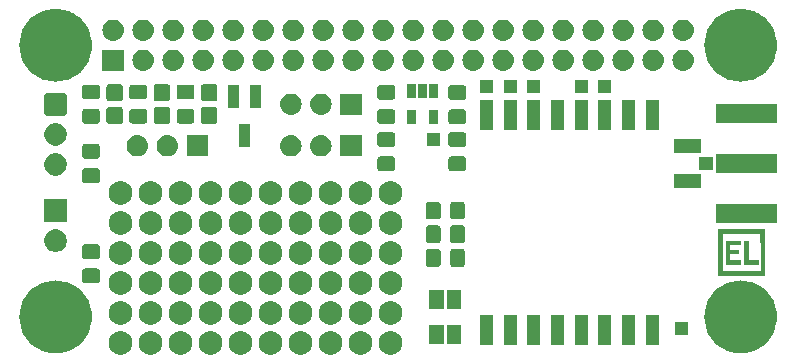
<source format=gts>
G04 #@! TF.GenerationSoftware,KiCad,Pcbnew,5.0.2-1.fc29*
G04 #@! TF.CreationDate,2019-01-05T16:26:48+01:00*
G04 #@! TF.ProjectId,rpi0_room_node,72706930-5f72-46f6-9f6d-5f6e6f64652e,rev?*
G04 #@! TF.SameCoordinates,Original*
G04 #@! TF.FileFunction,Soldermask,Top*
G04 #@! TF.FilePolarity,Negative*
%FSLAX46Y46*%
G04 Gerber Fmt 4.6, Leading zero omitted, Abs format (unit mm)*
G04 Created by KiCad (PCBNEW 5.0.2-1.fc29) date lör  5 jan 2019 16:26:48*
%MOMM*%
%LPD*%
G01*
G04 APERTURE LIST*
%ADD10C,1.200000*%
%ADD11C,0.010000*%
%ADD12C,0.100000*%
G04 APERTURE END LIST*
D10*
G04 #@! TO.C,H1*
X102500000Y-100000000D02*
G75*
G03X102500000Y-100000000I-2500000J0D01*
G01*
G04 #@! TO.C,H2*
X160500000Y-100000000D02*
G75*
G03X160500000Y-100000000I-2500000J0D01*
G01*
G04 #@! TO.C,H3*
X102500000Y-123000000D02*
G75*
G03X102500000Y-123000000I-2500000J0D01*
G01*
G04 #@! TO.C,H4*
X160500000Y-123000000D02*
G75*
G03X160500000Y-123000000I-2500000J0D01*
G01*
D11*
G04 #@! TO.C,G\002A\002A\002A*
G36*
X158592666Y-118219667D02*
X159439333Y-118219667D01*
X159439333Y-118516000D01*
X158296333Y-118516000D01*
X158296333Y-116568667D01*
X158592666Y-116568667D01*
X158592666Y-118219667D01*
X158592666Y-118219667D01*
G37*
X158592666Y-118219667D02*
X159439333Y-118219667D01*
X159439333Y-118516000D01*
X158296333Y-118516000D01*
X158296333Y-116568667D01*
X158592666Y-116568667D01*
X158592666Y-118219667D01*
G36*
X157957666Y-116822667D02*
X157026333Y-116822667D01*
X157026333Y-117330667D01*
X157746000Y-117330667D01*
X157746000Y-117627000D01*
X157026333Y-117627000D01*
X157026333Y-118219667D01*
X157957666Y-118219667D01*
X157957666Y-118516000D01*
X156730000Y-118516000D01*
X156730000Y-116568667D01*
X157957666Y-116568667D01*
X157957666Y-116822667D01*
X157957666Y-116822667D01*
G37*
X157957666Y-116822667D02*
X157026333Y-116822667D01*
X157026333Y-117330667D01*
X157746000Y-117330667D01*
X157746000Y-117627000D01*
X157026333Y-117627000D01*
X157026333Y-118219667D01*
X157957666Y-118219667D01*
X157957666Y-118516000D01*
X156730000Y-118516000D01*
X156730000Y-116568667D01*
X157957666Y-116568667D01*
X157957666Y-116822667D01*
G36*
X159989666Y-119489667D02*
X158070555Y-119489667D01*
X157675367Y-119489063D01*
X157306390Y-119487334D01*
X156972207Y-119484605D01*
X156681402Y-119481000D01*
X156442557Y-119476644D01*
X156264257Y-119471660D01*
X156155085Y-119466173D01*
X156123222Y-119461445D01*
X156117419Y-119414580D01*
X156112018Y-119291632D01*
X156108419Y-119151000D01*
X156390327Y-119151000D01*
X159694339Y-119151000D01*
X159683253Y-117531750D01*
X159672166Y-115912500D01*
X156412500Y-115912500D01*
X156401413Y-117531750D01*
X156390327Y-119151000D01*
X156108419Y-119151000D01*
X156107144Y-119101185D01*
X156102920Y-118851823D01*
X156099472Y-118552127D01*
X156096923Y-118210683D01*
X156095399Y-117836073D01*
X156095000Y-117514111D01*
X156095000Y-115595000D01*
X159989666Y-115595000D01*
X159989666Y-119489667D01*
X159989666Y-119489667D01*
G37*
X159989666Y-119489667D02*
X158070555Y-119489667D01*
X157675367Y-119489063D01*
X157306390Y-119487334D01*
X156972207Y-119484605D01*
X156681402Y-119481000D01*
X156442557Y-119476644D01*
X156264257Y-119471660D01*
X156155085Y-119466173D01*
X156123222Y-119461445D01*
X156117419Y-119414580D01*
X156112018Y-119291632D01*
X156108419Y-119151000D01*
X156390327Y-119151000D01*
X159694339Y-119151000D01*
X159683253Y-117531750D01*
X159672166Y-115912500D01*
X156412500Y-115912500D01*
X156401413Y-117531750D01*
X156390327Y-119151000D01*
X156108419Y-119151000D01*
X156107144Y-119101185D01*
X156102920Y-118851823D01*
X156099472Y-118552127D01*
X156096923Y-118210683D01*
X156095399Y-117836073D01*
X156095000Y-117514111D01*
X156095000Y-115595000D01*
X159989666Y-115595000D01*
X159989666Y-119489667D01*
D12*
G36*
X128651981Y-124237468D02*
X128743066Y-124275197D01*
X128834152Y-124312926D01*
X128998101Y-124422473D01*
X129137527Y-124561899D01*
X129247074Y-124725848D01*
X129322532Y-124908020D01*
X129361000Y-125101410D01*
X129361000Y-125298590D01*
X129322532Y-125491980D01*
X129247074Y-125674152D01*
X129137527Y-125838101D01*
X128998101Y-125977527D01*
X128834152Y-126087074D01*
X128743066Y-126124803D01*
X128651981Y-126162532D01*
X128458590Y-126201000D01*
X128261410Y-126201000D01*
X128068019Y-126162532D01*
X127976934Y-126124803D01*
X127885848Y-126087074D01*
X127721899Y-125977527D01*
X127582473Y-125838101D01*
X127472926Y-125674152D01*
X127397468Y-125491980D01*
X127359000Y-125298590D01*
X127359000Y-125101410D01*
X127397468Y-124908020D01*
X127472926Y-124725848D01*
X127582473Y-124561899D01*
X127721899Y-124422473D01*
X127885848Y-124312926D01*
X127976934Y-124275197D01*
X128068019Y-124237468D01*
X128261410Y-124199000D01*
X128458590Y-124199000D01*
X128651981Y-124237468D01*
X128651981Y-124237468D01*
G37*
G36*
X123571981Y-124237468D02*
X123663066Y-124275197D01*
X123754152Y-124312926D01*
X123918101Y-124422473D01*
X124057527Y-124561899D01*
X124167074Y-124725848D01*
X124242532Y-124908020D01*
X124281000Y-125101410D01*
X124281000Y-125298590D01*
X124242532Y-125491980D01*
X124167074Y-125674152D01*
X124057527Y-125838101D01*
X123918101Y-125977527D01*
X123754152Y-126087074D01*
X123663066Y-126124803D01*
X123571981Y-126162532D01*
X123378590Y-126201000D01*
X123181410Y-126201000D01*
X122988019Y-126162532D01*
X122896934Y-126124803D01*
X122805848Y-126087074D01*
X122641899Y-125977527D01*
X122502473Y-125838101D01*
X122392926Y-125674152D01*
X122317468Y-125491980D01*
X122279000Y-125298590D01*
X122279000Y-125101410D01*
X122317468Y-124908020D01*
X122392926Y-124725848D01*
X122502473Y-124561899D01*
X122641899Y-124422473D01*
X122805848Y-124312926D01*
X122896934Y-124275197D01*
X122988019Y-124237468D01*
X123181410Y-124199000D01*
X123378590Y-124199000D01*
X123571981Y-124237468D01*
X123571981Y-124237468D01*
G37*
G36*
X121031981Y-124237468D02*
X121123066Y-124275197D01*
X121214152Y-124312926D01*
X121378101Y-124422473D01*
X121517527Y-124561899D01*
X121627074Y-124725848D01*
X121702532Y-124908020D01*
X121741000Y-125101410D01*
X121741000Y-125298590D01*
X121702532Y-125491980D01*
X121627074Y-125674152D01*
X121517527Y-125838101D01*
X121378101Y-125977527D01*
X121214152Y-126087074D01*
X121123066Y-126124803D01*
X121031981Y-126162532D01*
X120838590Y-126201000D01*
X120641410Y-126201000D01*
X120448019Y-126162532D01*
X120356934Y-126124803D01*
X120265848Y-126087074D01*
X120101899Y-125977527D01*
X119962473Y-125838101D01*
X119852926Y-125674152D01*
X119777468Y-125491980D01*
X119739000Y-125298590D01*
X119739000Y-125101410D01*
X119777468Y-124908020D01*
X119852926Y-124725848D01*
X119962473Y-124561899D01*
X120101899Y-124422473D01*
X120265848Y-124312926D01*
X120356934Y-124275197D01*
X120448019Y-124237468D01*
X120641410Y-124199000D01*
X120838590Y-124199000D01*
X121031981Y-124237468D01*
X121031981Y-124237468D01*
G37*
G36*
X118491981Y-124237468D02*
X118583066Y-124275197D01*
X118674152Y-124312926D01*
X118838101Y-124422473D01*
X118977527Y-124561899D01*
X119087074Y-124725848D01*
X119162532Y-124908020D01*
X119201000Y-125101410D01*
X119201000Y-125298590D01*
X119162532Y-125491980D01*
X119087074Y-125674152D01*
X118977527Y-125838101D01*
X118838101Y-125977527D01*
X118674152Y-126087074D01*
X118583066Y-126124803D01*
X118491981Y-126162532D01*
X118298590Y-126201000D01*
X118101410Y-126201000D01*
X117908019Y-126162532D01*
X117816934Y-126124803D01*
X117725848Y-126087074D01*
X117561899Y-125977527D01*
X117422473Y-125838101D01*
X117312926Y-125674152D01*
X117237468Y-125491980D01*
X117199000Y-125298590D01*
X117199000Y-125101410D01*
X117237468Y-124908020D01*
X117312926Y-124725848D01*
X117422473Y-124561899D01*
X117561899Y-124422473D01*
X117725848Y-124312926D01*
X117816934Y-124275197D01*
X117908019Y-124237468D01*
X118101410Y-124199000D01*
X118298590Y-124199000D01*
X118491981Y-124237468D01*
X118491981Y-124237468D01*
G37*
G36*
X115951981Y-124237468D02*
X116043066Y-124275197D01*
X116134152Y-124312926D01*
X116298101Y-124422473D01*
X116437527Y-124561899D01*
X116547074Y-124725848D01*
X116622532Y-124908020D01*
X116661000Y-125101410D01*
X116661000Y-125298590D01*
X116622532Y-125491980D01*
X116547074Y-125674152D01*
X116437527Y-125838101D01*
X116298101Y-125977527D01*
X116134152Y-126087074D01*
X116043066Y-126124803D01*
X115951981Y-126162532D01*
X115758590Y-126201000D01*
X115561410Y-126201000D01*
X115368019Y-126162532D01*
X115276934Y-126124803D01*
X115185848Y-126087074D01*
X115021899Y-125977527D01*
X114882473Y-125838101D01*
X114772926Y-125674152D01*
X114697468Y-125491980D01*
X114659000Y-125298590D01*
X114659000Y-125101410D01*
X114697468Y-124908020D01*
X114772926Y-124725848D01*
X114882473Y-124561899D01*
X115021899Y-124422473D01*
X115185848Y-124312926D01*
X115276934Y-124275197D01*
X115368019Y-124237468D01*
X115561410Y-124199000D01*
X115758590Y-124199000D01*
X115951981Y-124237468D01*
X115951981Y-124237468D01*
G37*
G36*
X113411981Y-124237468D02*
X113503066Y-124275197D01*
X113594152Y-124312926D01*
X113758101Y-124422473D01*
X113897527Y-124561899D01*
X114007074Y-124725848D01*
X114082532Y-124908020D01*
X114121000Y-125101410D01*
X114121000Y-125298590D01*
X114082532Y-125491980D01*
X114007074Y-125674152D01*
X113897527Y-125838101D01*
X113758101Y-125977527D01*
X113594152Y-126087074D01*
X113503066Y-126124803D01*
X113411981Y-126162532D01*
X113218590Y-126201000D01*
X113021410Y-126201000D01*
X112828019Y-126162532D01*
X112736934Y-126124803D01*
X112645848Y-126087074D01*
X112481899Y-125977527D01*
X112342473Y-125838101D01*
X112232926Y-125674152D01*
X112157468Y-125491980D01*
X112119000Y-125298590D01*
X112119000Y-125101410D01*
X112157468Y-124908020D01*
X112232926Y-124725848D01*
X112342473Y-124561899D01*
X112481899Y-124422473D01*
X112645848Y-124312926D01*
X112736934Y-124275197D01*
X112828019Y-124237468D01*
X113021410Y-124199000D01*
X113218590Y-124199000D01*
X113411981Y-124237468D01*
X113411981Y-124237468D01*
G37*
G36*
X110871981Y-124237468D02*
X110963066Y-124275197D01*
X111054152Y-124312926D01*
X111218101Y-124422473D01*
X111357527Y-124561899D01*
X111467074Y-124725848D01*
X111542532Y-124908020D01*
X111581000Y-125101410D01*
X111581000Y-125298590D01*
X111542532Y-125491980D01*
X111467074Y-125674152D01*
X111357527Y-125838101D01*
X111218101Y-125977527D01*
X111054152Y-126087074D01*
X110963066Y-126124803D01*
X110871981Y-126162532D01*
X110678590Y-126201000D01*
X110481410Y-126201000D01*
X110288019Y-126162532D01*
X110196934Y-126124803D01*
X110105848Y-126087074D01*
X109941899Y-125977527D01*
X109802473Y-125838101D01*
X109692926Y-125674152D01*
X109617468Y-125491980D01*
X109579000Y-125298590D01*
X109579000Y-125101410D01*
X109617468Y-124908020D01*
X109692926Y-124725848D01*
X109802473Y-124561899D01*
X109941899Y-124422473D01*
X110105848Y-124312926D01*
X110196934Y-124275197D01*
X110288019Y-124237468D01*
X110481410Y-124199000D01*
X110678590Y-124199000D01*
X110871981Y-124237468D01*
X110871981Y-124237468D01*
G37*
G36*
X108331981Y-124237468D02*
X108423066Y-124275197D01*
X108514152Y-124312926D01*
X108678101Y-124422473D01*
X108817527Y-124561899D01*
X108927074Y-124725848D01*
X109002532Y-124908020D01*
X109041000Y-125101410D01*
X109041000Y-125298590D01*
X109002532Y-125491980D01*
X108927074Y-125674152D01*
X108817527Y-125838101D01*
X108678101Y-125977527D01*
X108514152Y-126087074D01*
X108423066Y-126124803D01*
X108331981Y-126162532D01*
X108138590Y-126201000D01*
X107941410Y-126201000D01*
X107748019Y-126162532D01*
X107656934Y-126124803D01*
X107565848Y-126087074D01*
X107401899Y-125977527D01*
X107262473Y-125838101D01*
X107152926Y-125674152D01*
X107077468Y-125491980D01*
X107039000Y-125298590D01*
X107039000Y-125101410D01*
X107077468Y-124908020D01*
X107152926Y-124725848D01*
X107262473Y-124561899D01*
X107401899Y-124422473D01*
X107565848Y-124312926D01*
X107656934Y-124275197D01*
X107748019Y-124237468D01*
X107941410Y-124199000D01*
X108138590Y-124199000D01*
X108331981Y-124237468D01*
X108331981Y-124237468D01*
G37*
G36*
X105791981Y-124237468D02*
X105883066Y-124275197D01*
X105974152Y-124312926D01*
X106138101Y-124422473D01*
X106277527Y-124561899D01*
X106387074Y-124725848D01*
X106462532Y-124908020D01*
X106501000Y-125101410D01*
X106501000Y-125298590D01*
X106462532Y-125491980D01*
X106387074Y-125674152D01*
X106277527Y-125838101D01*
X106138101Y-125977527D01*
X105974152Y-126087074D01*
X105883066Y-126124803D01*
X105791981Y-126162532D01*
X105598590Y-126201000D01*
X105401410Y-126201000D01*
X105208019Y-126162532D01*
X105116934Y-126124803D01*
X105025848Y-126087074D01*
X104861899Y-125977527D01*
X104722473Y-125838101D01*
X104612926Y-125674152D01*
X104537468Y-125491980D01*
X104499000Y-125298590D01*
X104499000Y-125101410D01*
X104537468Y-124908020D01*
X104612926Y-124725848D01*
X104722473Y-124561899D01*
X104861899Y-124422473D01*
X105025848Y-124312926D01*
X105116934Y-124275197D01*
X105208019Y-124237468D01*
X105401410Y-124199000D01*
X105598590Y-124199000D01*
X105791981Y-124237468D01*
X105791981Y-124237468D01*
G37*
G36*
X126111981Y-124237468D02*
X126203066Y-124275197D01*
X126294152Y-124312926D01*
X126458101Y-124422473D01*
X126597527Y-124561899D01*
X126707074Y-124725848D01*
X126782532Y-124908020D01*
X126821000Y-125101410D01*
X126821000Y-125298590D01*
X126782532Y-125491980D01*
X126707074Y-125674152D01*
X126597527Y-125838101D01*
X126458101Y-125977527D01*
X126294152Y-126087074D01*
X126203066Y-126124803D01*
X126111981Y-126162532D01*
X125918590Y-126201000D01*
X125721410Y-126201000D01*
X125528019Y-126162532D01*
X125436934Y-126124803D01*
X125345848Y-126087074D01*
X125181899Y-125977527D01*
X125042473Y-125838101D01*
X124932926Y-125674152D01*
X124857468Y-125491980D01*
X124819000Y-125298590D01*
X124819000Y-125101410D01*
X124857468Y-124908020D01*
X124932926Y-124725848D01*
X125042473Y-124561899D01*
X125181899Y-124422473D01*
X125345848Y-124312926D01*
X125436934Y-124275197D01*
X125528019Y-124237468D01*
X125721410Y-124199000D01*
X125918590Y-124199000D01*
X126111981Y-124237468D01*
X126111981Y-124237468D01*
G37*
G36*
X100889943Y-120066248D02*
X101215199Y-120200974D01*
X101445190Y-120296239D01*
X101618410Y-120411981D01*
X101944901Y-120630135D01*
X102369865Y-121055099D01*
X102481666Y-121222422D01*
X102703761Y-121554810D01*
X102703761Y-121554811D01*
X102933752Y-122110057D01*
X103051000Y-122699502D01*
X103051000Y-123300498D01*
X102933752Y-123889943D01*
X102805736Y-124199000D01*
X102703761Y-124445190D01*
X102481666Y-124777578D01*
X102369865Y-124944901D01*
X101944901Y-125369865D01*
X101898304Y-125401000D01*
X101445190Y-125703761D01*
X101215199Y-125799026D01*
X100889943Y-125933752D01*
X100300498Y-126051000D01*
X99699502Y-126051000D01*
X99110057Y-125933752D01*
X98784801Y-125799026D01*
X98554810Y-125703761D01*
X98101696Y-125401000D01*
X98055099Y-125369865D01*
X97630135Y-124944901D01*
X97518334Y-124777578D01*
X97296239Y-124445190D01*
X97194264Y-124199000D01*
X97066248Y-123889943D01*
X96949000Y-123300498D01*
X96949000Y-122699502D01*
X97066248Y-122110057D01*
X97296239Y-121554811D01*
X97296239Y-121554810D01*
X97518334Y-121222422D01*
X97630135Y-121055099D01*
X98055099Y-120630135D01*
X98381590Y-120411981D01*
X98554810Y-120296239D01*
X98784801Y-120200974D01*
X99110057Y-120066248D01*
X99699502Y-119949000D01*
X100300498Y-119949000D01*
X100889943Y-120066248D01*
X100889943Y-120066248D01*
G37*
G36*
X158889943Y-120066248D02*
X159215199Y-120200974D01*
X159445190Y-120296239D01*
X159618410Y-120411981D01*
X159944901Y-120630135D01*
X160369865Y-121055099D01*
X160481666Y-121222422D01*
X160703761Y-121554810D01*
X160703761Y-121554811D01*
X160933752Y-122110057D01*
X161051000Y-122699502D01*
X161051000Y-123300498D01*
X160933752Y-123889943D01*
X160805736Y-124199000D01*
X160703761Y-124445190D01*
X160481666Y-124777578D01*
X160369865Y-124944901D01*
X159944901Y-125369865D01*
X159898304Y-125401000D01*
X159445190Y-125703761D01*
X159215199Y-125799026D01*
X158889943Y-125933752D01*
X158300498Y-126051000D01*
X157699502Y-126051000D01*
X157110057Y-125933752D01*
X156784801Y-125799026D01*
X156554810Y-125703761D01*
X156101696Y-125401000D01*
X156055099Y-125369865D01*
X155630135Y-124944901D01*
X155518334Y-124777578D01*
X155296239Y-124445190D01*
X155194264Y-124199000D01*
X155066248Y-123889943D01*
X154949000Y-123300498D01*
X154949000Y-122699502D01*
X155066248Y-122110057D01*
X155296239Y-121554811D01*
X155296239Y-121554810D01*
X155518334Y-121222422D01*
X155630135Y-121055099D01*
X156055099Y-120630135D01*
X156381590Y-120411981D01*
X156554810Y-120296239D01*
X156784801Y-120200974D01*
X157110057Y-120066248D01*
X157699502Y-119949000D01*
X158300498Y-119949000D01*
X158889943Y-120066248D01*
X158889943Y-120066248D01*
G37*
G36*
X141051000Y-125401000D02*
X139949000Y-125401000D01*
X139949000Y-122799000D01*
X141051000Y-122799000D01*
X141051000Y-125401000D01*
X141051000Y-125401000D01*
G37*
G36*
X151051000Y-125401000D02*
X149949000Y-125401000D01*
X149949000Y-122799000D01*
X151051000Y-122799000D01*
X151051000Y-125401000D01*
X151051000Y-125401000D01*
G37*
G36*
X149051000Y-125401000D02*
X147949000Y-125401000D01*
X147949000Y-122799000D01*
X149051000Y-122799000D01*
X149051000Y-125401000D01*
X149051000Y-125401000D01*
G37*
G36*
X147051000Y-125401000D02*
X145949000Y-125401000D01*
X145949000Y-122799000D01*
X147051000Y-122799000D01*
X147051000Y-125401000D01*
X147051000Y-125401000D01*
G37*
G36*
X145051000Y-125401000D02*
X143949000Y-125401000D01*
X143949000Y-122799000D01*
X145051000Y-122799000D01*
X145051000Y-125401000D01*
X145051000Y-125401000D01*
G37*
G36*
X143051000Y-125401000D02*
X141949000Y-125401000D01*
X141949000Y-122799000D01*
X143051000Y-122799000D01*
X143051000Y-125401000D01*
X143051000Y-125401000D01*
G37*
G36*
X139051000Y-125401000D02*
X137949000Y-125401000D01*
X137949000Y-122799000D01*
X139051000Y-122799000D01*
X139051000Y-125401000D01*
X139051000Y-125401000D01*
G37*
G36*
X137051000Y-125401000D02*
X135949000Y-125401000D01*
X135949000Y-122799000D01*
X137051000Y-122799000D01*
X137051000Y-125401000D01*
X137051000Y-125401000D01*
G37*
G36*
X134351000Y-125301000D02*
X133149000Y-125301000D01*
X133149000Y-123699000D01*
X134351000Y-123699000D01*
X134351000Y-125301000D01*
X134351000Y-125301000D01*
G37*
G36*
X132851000Y-125301000D02*
X131649000Y-125301000D01*
X131649000Y-123699000D01*
X132851000Y-123699000D01*
X132851000Y-125301000D01*
X132851000Y-125301000D01*
G37*
G36*
X153551000Y-124551000D02*
X152449000Y-124551000D01*
X152449000Y-123449000D01*
X153551000Y-123449000D01*
X153551000Y-124551000D01*
X153551000Y-124551000D01*
G37*
G36*
X115951981Y-121697468D02*
X116043066Y-121735197D01*
X116134152Y-121772926D01*
X116298101Y-121882473D01*
X116437527Y-122021899D01*
X116547074Y-122185848D01*
X116547074Y-122185849D01*
X116594772Y-122301000D01*
X116622532Y-122368020D01*
X116661000Y-122561410D01*
X116661000Y-122758590D01*
X116622532Y-122951980D01*
X116547074Y-123134152D01*
X116437527Y-123298101D01*
X116298101Y-123437527D01*
X116134152Y-123547074D01*
X116043066Y-123584803D01*
X115951981Y-123622532D01*
X115758590Y-123661000D01*
X115561410Y-123661000D01*
X115368019Y-123622532D01*
X115276934Y-123584803D01*
X115185848Y-123547074D01*
X115021899Y-123437527D01*
X114882473Y-123298101D01*
X114772926Y-123134152D01*
X114697468Y-122951980D01*
X114659000Y-122758590D01*
X114659000Y-122561410D01*
X114697468Y-122368020D01*
X114725229Y-122301000D01*
X114772926Y-122185849D01*
X114772926Y-122185848D01*
X114882473Y-122021899D01*
X115021899Y-121882473D01*
X115185848Y-121772926D01*
X115276934Y-121735197D01*
X115368019Y-121697468D01*
X115561410Y-121659000D01*
X115758590Y-121659000D01*
X115951981Y-121697468D01*
X115951981Y-121697468D01*
G37*
G36*
X128651981Y-121697468D02*
X128743066Y-121735197D01*
X128834152Y-121772926D01*
X128998101Y-121882473D01*
X129137527Y-122021899D01*
X129247074Y-122185848D01*
X129247074Y-122185849D01*
X129294772Y-122301000D01*
X129322532Y-122368020D01*
X129361000Y-122561410D01*
X129361000Y-122758590D01*
X129322532Y-122951980D01*
X129247074Y-123134152D01*
X129137527Y-123298101D01*
X128998101Y-123437527D01*
X128834152Y-123547074D01*
X128743066Y-123584803D01*
X128651981Y-123622532D01*
X128458590Y-123661000D01*
X128261410Y-123661000D01*
X128068019Y-123622532D01*
X127976934Y-123584803D01*
X127885848Y-123547074D01*
X127721899Y-123437527D01*
X127582473Y-123298101D01*
X127472926Y-123134152D01*
X127397468Y-122951980D01*
X127359000Y-122758590D01*
X127359000Y-122561410D01*
X127397468Y-122368020D01*
X127425229Y-122301000D01*
X127472926Y-122185849D01*
X127472926Y-122185848D01*
X127582473Y-122021899D01*
X127721899Y-121882473D01*
X127885848Y-121772926D01*
X127976934Y-121735197D01*
X128068019Y-121697468D01*
X128261410Y-121659000D01*
X128458590Y-121659000D01*
X128651981Y-121697468D01*
X128651981Y-121697468D01*
G37*
G36*
X126111981Y-121697468D02*
X126203066Y-121735197D01*
X126294152Y-121772926D01*
X126458101Y-121882473D01*
X126597527Y-122021899D01*
X126707074Y-122185848D01*
X126707074Y-122185849D01*
X126754772Y-122301000D01*
X126782532Y-122368020D01*
X126821000Y-122561410D01*
X126821000Y-122758590D01*
X126782532Y-122951980D01*
X126707074Y-123134152D01*
X126597527Y-123298101D01*
X126458101Y-123437527D01*
X126294152Y-123547074D01*
X126203066Y-123584803D01*
X126111981Y-123622532D01*
X125918590Y-123661000D01*
X125721410Y-123661000D01*
X125528019Y-123622532D01*
X125436934Y-123584803D01*
X125345848Y-123547074D01*
X125181899Y-123437527D01*
X125042473Y-123298101D01*
X124932926Y-123134152D01*
X124857468Y-122951980D01*
X124819000Y-122758590D01*
X124819000Y-122561410D01*
X124857468Y-122368020D01*
X124885229Y-122301000D01*
X124932926Y-122185849D01*
X124932926Y-122185848D01*
X125042473Y-122021899D01*
X125181899Y-121882473D01*
X125345848Y-121772926D01*
X125436934Y-121735197D01*
X125528019Y-121697468D01*
X125721410Y-121659000D01*
X125918590Y-121659000D01*
X126111981Y-121697468D01*
X126111981Y-121697468D01*
G37*
G36*
X123571981Y-121697468D02*
X123663066Y-121735197D01*
X123754152Y-121772926D01*
X123918101Y-121882473D01*
X124057527Y-122021899D01*
X124167074Y-122185848D01*
X124167074Y-122185849D01*
X124214772Y-122301000D01*
X124242532Y-122368020D01*
X124281000Y-122561410D01*
X124281000Y-122758590D01*
X124242532Y-122951980D01*
X124167074Y-123134152D01*
X124057527Y-123298101D01*
X123918101Y-123437527D01*
X123754152Y-123547074D01*
X123663066Y-123584803D01*
X123571981Y-123622532D01*
X123378590Y-123661000D01*
X123181410Y-123661000D01*
X122988019Y-123622532D01*
X122896934Y-123584803D01*
X122805848Y-123547074D01*
X122641899Y-123437527D01*
X122502473Y-123298101D01*
X122392926Y-123134152D01*
X122317468Y-122951980D01*
X122279000Y-122758590D01*
X122279000Y-122561410D01*
X122317468Y-122368020D01*
X122345229Y-122301000D01*
X122392926Y-122185849D01*
X122392926Y-122185848D01*
X122502473Y-122021899D01*
X122641899Y-121882473D01*
X122805848Y-121772926D01*
X122896934Y-121735197D01*
X122988019Y-121697468D01*
X123181410Y-121659000D01*
X123378590Y-121659000D01*
X123571981Y-121697468D01*
X123571981Y-121697468D01*
G37*
G36*
X121031981Y-121697468D02*
X121123066Y-121735197D01*
X121214152Y-121772926D01*
X121378101Y-121882473D01*
X121517527Y-122021899D01*
X121627074Y-122185848D01*
X121627074Y-122185849D01*
X121674772Y-122301000D01*
X121702532Y-122368020D01*
X121741000Y-122561410D01*
X121741000Y-122758590D01*
X121702532Y-122951980D01*
X121627074Y-123134152D01*
X121517527Y-123298101D01*
X121378101Y-123437527D01*
X121214152Y-123547074D01*
X121123066Y-123584803D01*
X121031981Y-123622532D01*
X120838590Y-123661000D01*
X120641410Y-123661000D01*
X120448019Y-123622532D01*
X120356934Y-123584803D01*
X120265848Y-123547074D01*
X120101899Y-123437527D01*
X119962473Y-123298101D01*
X119852926Y-123134152D01*
X119777468Y-122951980D01*
X119739000Y-122758590D01*
X119739000Y-122561410D01*
X119777468Y-122368020D01*
X119805229Y-122301000D01*
X119852926Y-122185849D01*
X119852926Y-122185848D01*
X119962473Y-122021899D01*
X120101899Y-121882473D01*
X120265848Y-121772926D01*
X120356934Y-121735197D01*
X120448019Y-121697468D01*
X120641410Y-121659000D01*
X120838590Y-121659000D01*
X121031981Y-121697468D01*
X121031981Y-121697468D01*
G37*
G36*
X113411981Y-121697468D02*
X113503066Y-121735197D01*
X113594152Y-121772926D01*
X113758101Y-121882473D01*
X113897527Y-122021899D01*
X114007074Y-122185848D01*
X114007074Y-122185849D01*
X114054772Y-122301000D01*
X114082532Y-122368020D01*
X114121000Y-122561410D01*
X114121000Y-122758590D01*
X114082532Y-122951980D01*
X114007074Y-123134152D01*
X113897527Y-123298101D01*
X113758101Y-123437527D01*
X113594152Y-123547074D01*
X113503066Y-123584803D01*
X113411981Y-123622532D01*
X113218590Y-123661000D01*
X113021410Y-123661000D01*
X112828019Y-123622532D01*
X112736934Y-123584803D01*
X112645848Y-123547074D01*
X112481899Y-123437527D01*
X112342473Y-123298101D01*
X112232926Y-123134152D01*
X112157468Y-122951980D01*
X112119000Y-122758590D01*
X112119000Y-122561410D01*
X112157468Y-122368020D01*
X112185229Y-122301000D01*
X112232926Y-122185849D01*
X112232926Y-122185848D01*
X112342473Y-122021899D01*
X112481899Y-121882473D01*
X112645848Y-121772926D01*
X112736934Y-121735197D01*
X112828019Y-121697468D01*
X113021410Y-121659000D01*
X113218590Y-121659000D01*
X113411981Y-121697468D01*
X113411981Y-121697468D01*
G37*
G36*
X108331981Y-121697468D02*
X108423066Y-121735197D01*
X108514152Y-121772926D01*
X108678101Y-121882473D01*
X108817527Y-122021899D01*
X108927074Y-122185848D01*
X108927074Y-122185849D01*
X108974772Y-122301000D01*
X109002532Y-122368020D01*
X109041000Y-122561410D01*
X109041000Y-122758590D01*
X109002532Y-122951980D01*
X108927074Y-123134152D01*
X108817527Y-123298101D01*
X108678101Y-123437527D01*
X108514152Y-123547074D01*
X108423066Y-123584803D01*
X108331981Y-123622532D01*
X108138590Y-123661000D01*
X107941410Y-123661000D01*
X107748019Y-123622532D01*
X107656934Y-123584803D01*
X107565848Y-123547074D01*
X107401899Y-123437527D01*
X107262473Y-123298101D01*
X107152926Y-123134152D01*
X107077468Y-122951980D01*
X107039000Y-122758590D01*
X107039000Y-122561410D01*
X107077468Y-122368020D01*
X107105229Y-122301000D01*
X107152926Y-122185849D01*
X107152926Y-122185848D01*
X107262473Y-122021899D01*
X107401899Y-121882473D01*
X107565848Y-121772926D01*
X107656934Y-121735197D01*
X107748019Y-121697468D01*
X107941410Y-121659000D01*
X108138590Y-121659000D01*
X108331981Y-121697468D01*
X108331981Y-121697468D01*
G37*
G36*
X110871981Y-121697468D02*
X110963066Y-121735197D01*
X111054152Y-121772926D01*
X111218101Y-121882473D01*
X111357527Y-122021899D01*
X111467074Y-122185848D01*
X111467074Y-122185849D01*
X111514772Y-122301000D01*
X111542532Y-122368020D01*
X111581000Y-122561410D01*
X111581000Y-122758590D01*
X111542532Y-122951980D01*
X111467074Y-123134152D01*
X111357527Y-123298101D01*
X111218101Y-123437527D01*
X111054152Y-123547074D01*
X110963066Y-123584803D01*
X110871981Y-123622532D01*
X110678590Y-123661000D01*
X110481410Y-123661000D01*
X110288019Y-123622532D01*
X110196934Y-123584803D01*
X110105848Y-123547074D01*
X109941899Y-123437527D01*
X109802473Y-123298101D01*
X109692926Y-123134152D01*
X109617468Y-122951980D01*
X109579000Y-122758590D01*
X109579000Y-122561410D01*
X109617468Y-122368020D01*
X109645229Y-122301000D01*
X109692926Y-122185849D01*
X109692926Y-122185848D01*
X109802473Y-122021899D01*
X109941899Y-121882473D01*
X110105848Y-121772926D01*
X110196934Y-121735197D01*
X110288019Y-121697468D01*
X110481410Y-121659000D01*
X110678590Y-121659000D01*
X110871981Y-121697468D01*
X110871981Y-121697468D01*
G37*
G36*
X105791981Y-121697468D02*
X105883066Y-121735197D01*
X105974152Y-121772926D01*
X106138101Y-121882473D01*
X106277527Y-122021899D01*
X106387074Y-122185848D01*
X106387074Y-122185849D01*
X106434772Y-122301000D01*
X106462532Y-122368020D01*
X106501000Y-122561410D01*
X106501000Y-122758590D01*
X106462532Y-122951980D01*
X106387074Y-123134152D01*
X106277527Y-123298101D01*
X106138101Y-123437527D01*
X105974152Y-123547074D01*
X105883066Y-123584803D01*
X105791981Y-123622532D01*
X105598590Y-123661000D01*
X105401410Y-123661000D01*
X105208019Y-123622532D01*
X105116934Y-123584803D01*
X105025848Y-123547074D01*
X104861899Y-123437527D01*
X104722473Y-123298101D01*
X104612926Y-123134152D01*
X104537468Y-122951980D01*
X104499000Y-122758590D01*
X104499000Y-122561410D01*
X104537468Y-122368020D01*
X104565229Y-122301000D01*
X104612926Y-122185849D01*
X104612926Y-122185848D01*
X104722473Y-122021899D01*
X104861899Y-121882473D01*
X105025848Y-121772926D01*
X105116934Y-121735197D01*
X105208019Y-121697468D01*
X105401410Y-121659000D01*
X105598590Y-121659000D01*
X105791981Y-121697468D01*
X105791981Y-121697468D01*
G37*
G36*
X118491981Y-121697468D02*
X118583066Y-121735197D01*
X118674152Y-121772926D01*
X118838101Y-121882473D01*
X118977527Y-122021899D01*
X119087074Y-122185848D01*
X119087074Y-122185849D01*
X119134772Y-122301000D01*
X119162532Y-122368020D01*
X119201000Y-122561410D01*
X119201000Y-122758590D01*
X119162532Y-122951980D01*
X119087074Y-123134152D01*
X118977527Y-123298101D01*
X118838101Y-123437527D01*
X118674152Y-123547074D01*
X118583066Y-123584803D01*
X118491981Y-123622532D01*
X118298590Y-123661000D01*
X118101410Y-123661000D01*
X117908019Y-123622532D01*
X117816934Y-123584803D01*
X117725848Y-123547074D01*
X117561899Y-123437527D01*
X117422473Y-123298101D01*
X117312926Y-123134152D01*
X117237468Y-122951980D01*
X117199000Y-122758590D01*
X117199000Y-122561410D01*
X117237468Y-122368020D01*
X117265229Y-122301000D01*
X117312926Y-122185849D01*
X117312926Y-122185848D01*
X117422473Y-122021899D01*
X117561899Y-121882473D01*
X117725848Y-121772926D01*
X117816934Y-121735197D01*
X117908019Y-121697468D01*
X118101410Y-121659000D01*
X118298590Y-121659000D01*
X118491981Y-121697468D01*
X118491981Y-121697468D01*
G37*
G36*
X134351000Y-122301000D02*
X133149000Y-122301000D01*
X133149000Y-120699000D01*
X134351000Y-120699000D01*
X134351000Y-122301000D01*
X134351000Y-122301000D01*
G37*
G36*
X132851000Y-122301000D02*
X131649000Y-122301000D01*
X131649000Y-120699000D01*
X132851000Y-120699000D01*
X132851000Y-122301000D01*
X132851000Y-122301000D01*
G37*
G36*
X108331981Y-119157468D02*
X108365067Y-119171173D01*
X108514152Y-119232926D01*
X108678101Y-119342473D01*
X108817527Y-119481899D01*
X108927074Y-119645848D01*
X109002532Y-119828020D01*
X109041000Y-120021410D01*
X109041000Y-120218590D01*
X109002532Y-120411980D01*
X108927074Y-120594152D01*
X108817527Y-120758101D01*
X108678101Y-120897527D01*
X108514152Y-121007074D01*
X108423066Y-121044803D01*
X108331981Y-121082532D01*
X108138590Y-121121000D01*
X107941410Y-121121000D01*
X107748019Y-121082532D01*
X107656934Y-121044803D01*
X107565848Y-121007074D01*
X107401899Y-120897527D01*
X107262473Y-120758101D01*
X107152926Y-120594152D01*
X107077468Y-120411980D01*
X107039000Y-120218590D01*
X107039000Y-120021410D01*
X107077468Y-119828020D01*
X107152926Y-119645848D01*
X107262473Y-119481899D01*
X107401899Y-119342473D01*
X107565848Y-119232926D01*
X107714933Y-119171173D01*
X107748019Y-119157468D01*
X107941410Y-119119000D01*
X108138590Y-119119000D01*
X108331981Y-119157468D01*
X108331981Y-119157468D01*
G37*
G36*
X118491981Y-119157468D02*
X118525067Y-119171173D01*
X118674152Y-119232926D01*
X118838101Y-119342473D01*
X118977527Y-119481899D01*
X119087074Y-119645848D01*
X119162532Y-119828020D01*
X119201000Y-120021410D01*
X119201000Y-120218590D01*
X119162532Y-120411980D01*
X119087074Y-120594152D01*
X118977527Y-120758101D01*
X118838101Y-120897527D01*
X118674152Y-121007074D01*
X118583066Y-121044803D01*
X118491981Y-121082532D01*
X118298590Y-121121000D01*
X118101410Y-121121000D01*
X117908019Y-121082532D01*
X117816934Y-121044803D01*
X117725848Y-121007074D01*
X117561899Y-120897527D01*
X117422473Y-120758101D01*
X117312926Y-120594152D01*
X117237468Y-120411980D01*
X117199000Y-120218590D01*
X117199000Y-120021410D01*
X117237468Y-119828020D01*
X117312926Y-119645848D01*
X117422473Y-119481899D01*
X117561899Y-119342473D01*
X117725848Y-119232926D01*
X117874933Y-119171173D01*
X117908019Y-119157468D01*
X118101410Y-119119000D01*
X118298590Y-119119000D01*
X118491981Y-119157468D01*
X118491981Y-119157468D01*
G37*
G36*
X113411981Y-119157468D02*
X113445067Y-119171173D01*
X113594152Y-119232926D01*
X113758101Y-119342473D01*
X113897527Y-119481899D01*
X114007074Y-119645848D01*
X114082532Y-119828020D01*
X114121000Y-120021410D01*
X114121000Y-120218590D01*
X114082532Y-120411980D01*
X114007074Y-120594152D01*
X113897527Y-120758101D01*
X113758101Y-120897527D01*
X113594152Y-121007074D01*
X113503066Y-121044803D01*
X113411981Y-121082532D01*
X113218590Y-121121000D01*
X113021410Y-121121000D01*
X112828019Y-121082532D01*
X112736934Y-121044803D01*
X112645848Y-121007074D01*
X112481899Y-120897527D01*
X112342473Y-120758101D01*
X112232926Y-120594152D01*
X112157468Y-120411980D01*
X112119000Y-120218590D01*
X112119000Y-120021410D01*
X112157468Y-119828020D01*
X112232926Y-119645848D01*
X112342473Y-119481899D01*
X112481899Y-119342473D01*
X112645848Y-119232926D01*
X112794933Y-119171173D01*
X112828019Y-119157468D01*
X113021410Y-119119000D01*
X113218590Y-119119000D01*
X113411981Y-119157468D01*
X113411981Y-119157468D01*
G37*
G36*
X110871981Y-119157468D02*
X110905067Y-119171173D01*
X111054152Y-119232926D01*
X111218101Y-119342473D01*
X111357527Y-119481899D01*
X111467074Y-119645848D01*
X111542532Y-119828020D01*
X111581000Y-120021410D01*
X111581000Y-120218590D01*
X111542532Y-120411980D01*
X111467074Y-120594152D01*
X111357527Y-120758101D01*
X111218101Y-120897527D01*
X111054152Y-121007074D01*
X110963066Y-121044803D01*
X110871981Y-121082532D01*
X110678590Y-121121000D01*
X110481410Y-121121000D01*
X110288019Y-121082532D01*
X110196934Y-121044803D01*
X110105848Y-121007074D01*
X109941899Y-120897527D01*
X109802473Y-120758101D01*
X109692926Y-120594152D01*
X109617468Y-120411980D01*
X109579000Y-120218590D01*
X109579000Y-120021410D01*
X109617468Y-119828020D01*
X109692926Y-119645848D01*
X109802473Y-119481899D01*
X109941899Y-119342473D01*
X110105848Y-119232926D01*
X110254933Y-119171173D01*
X110288019Y-119157468D01*
X110481410Y-119119000D01*
X110678590Y-119119000D01*
X110871981Y-119157468D01*
X110871981Y-119157468D01*
G37*
G36*
X121031981Y-119157468D02*
X121065067Y-119171173D01*
X121214152Y-119232926D01*
X121378101Y-119342473D01*
X121517527Y-119481899D01*
X121627074Y-119645848D01*
X121702532Y-119828020D01*
X121741000Y-120021410D01*
X121741000Y-120218590D01*
X121702532Y-120411980D01*
X121627074Y-120594152D01*
X121517527Y-120758101D01*
X121378101Y-120897527D01*
X121214152Y-121007074D01*
X121123066Y-121044803D01*
X121031981Y-121082532D01*
X120838590Y-121121000D01*
X120641410Y-121121000D01*
X120448019Y-121082532D01*
X120356934Y-121044803D01*
X120265848Y-121007074D01*
X120101899Y-120897527D01*
X119962473Y-120758101D01*
X119852926Y-120594152D01*
X119777468Y-120411980D01*
X119739000Y-120218590D01*
X119739000Y-120021410D01*
X119777468Y-119828020D01*
X119852926Y-119645848D01*
X119962473Y-119481899D01*
X120101899Y-119342473D01*
X120265848Y-119232926D01*
X120414933Y-119171173D01*
X120448019Y-119157468D01*
X120641410Y-119119000D01*
X120838590Y-119119000D01*
X121031981Y-119157468D01*
X121031981Y-119157468D01*
G37*
G36*
X123571981Y-119157468D02*
X123605067Y-119171173D01*
X123754152Y-119232926D01*
X123918101Y-119342473D01*
X124057527Y-119481899D01*
X124167074Y-119645848D01*
X124242532Y-119828020D01*
X124281000Y-120021410D01*
X124281000Y-120218590D01*
X124242532Y-120411980D01*
X124167074Y-120594152D01*
X124057527Y-120758101D01*
X123918101Y-120897527D01*
X123754152Y-121007074D01*
X123663066Y-121044803D01*
X123571981Y-121082532D01*
X123378590Y-121121000D01*
X123181410Y-121121000D01*
X122988019Y-121082532D01*
X122896934Y-121044803D01*
X122805848Y-121007074D01*
X122641899Y-120897527D01*
X122502473Y-120758101D01*
X122392926Y-120594152D01*
X122317468Y-120411980D01*
X122279000Y-120218590D01*
X122279000Y-120021410D01*
X122317468Y-119828020D01*
X122392926Y-119645848D01*
X122502473Y-119481899D01*
X122641899Y-119342473D01*
X122805848Y-119232926D01*
X122954933Y-119171173D01*
X122988019Y-119157468D01*
X123181410Y-119119000D01*
X123378590Y-119119000D01*
X123571981Y-119157468D01*
X123571981Y-119157468D01*
G37*
G36*
X105791981Y-119157468D02*
X105825067Y-119171173D01*
X105974152Y-119232926D01*
X106138101Y-119342473D01*
X106277527Y-119481899D01*
X106387074Y-119645848D01*
X106462532Y-119828020D01*
X106501000Y-120021410D01*
X106501000Y-120218590D01*
X106462532Y-120411980D01*
X106387074Y-120594152D01*
X106277527Y-120758101D01*
X106138101Y-120897527D01*
X105974152Y-121007074D01*
X105883066Y-121044803D01*
X105791981Y-121082532D01*
X105598590Y-121121000D01*
X105401410Y-121121000D01*
X105208019Y-121082532D01*
X105116934Y-121044803D01*
X105025848Y-121007074D01*
X104861899Y-120897527D01*
X104722473Y-120758101D01*
X104612926Y-120594152D01*
X104537468Y-120411980D01*
X104499000Y-120218590D01*
X104499000Y-120021410D01*
X104537468Y-119828020D01*
X104612926Y-119645848D01*
X104722473Y-119481899D01*
X104861899Y-119342473D01*
X105025848Y-119232926D01*
X105174933Y-119171173D01*
X105208019Y-119157468D01*
X105401410Y-119119000D01*
X105598590Y-119119000D01*
X105791981Y-119157468D01*
X105791981Y-119157468D01*
G37*
G36*
X128651981Y-119157468D02*
X128685067Y-119171173D01*
X128834152Y-119232926D01*
X128998101Y-119342473D01*
X129137527Y-119481899D01*
X129247074Y-119645848D01*
X129322532Y-119828020D01*
X129361000Y-120021410D01*
X129361000Y-120218590D01*
X129322532Y-120411980D01*
X129247074Y-120594152D01*
X129137527Y-120758101D01*
X128998101Y-120897527D01*
X128834152Y-121007074D01*
X128743066Y-121044803D01*
X128651981Y-121082532D01*
X128458590Y-121121000D01*
X128261410Y-121121000D01*
X128068019Y-121082532D01*
X127976934Y-121044803D01*
X127885848Y-121007074D01*
X127721899Y-120897527D01*
X127582473Y-120758101D01*
X127472926Y-120594152D01*
X127397468Y-120411980D01*
X127359000Y-120218590D01*
X127359000Y-120021410D01*
X127397468Y-119828020D01*
X127472926Y-119645848D01*
X127582473Y-119481899D01*
X127721899Y-119342473D01*
X127885848Y-119232926D01*
X128034933Y-119171173D01*
X128068019Y-119157468D01*
X128261410Y-119119000D01*
X128458590Y-119119000D01*
X128651981Y-119157468D01*
X128651981Y-119157468D01*
G37*
G36*
X126111981Y-119157468D02*
X126145067Y-119171173D01*
X126294152Y-119232926D01*
X126458101Y-119342473D01*
X126597527Y-119481899D01*
X126707074Y-119645848D01*
X126782532Y-119828020D01*
X126821000Y-120021410D01*
X126821000Y-120218590D01*
X126782532Y-120411980D01*
X126707074Y-120594152D01*
X126597527Y-120758101D01*
X126458101Y-120897527D01*
X126294152Y-121007074D01*
X126203066Y-121044803D01*
X126111981Y-121082532D01*
X125918590Y-121121000D01*
X125721410Y-121121000D01*
X125528019Y-121082532D01*
X125436934Y-121044803D01*
X125345848Y-121007074D01*
X125181899Y-120897527D01*
X125042473Y-120758101D01*
X124932926Y-120594152D01*
X124857468Y-120411980D01*
X124819000Y-120218590D01*
X124819000Y-120021410D01*
X124857468Y-119828020D01*
X124932926Y-119645848D01*
X125042473Y-119481899D01*
X125181899Y-119342473D01*
X125345848Y-119232926D01*
X125494933Y-119171173D01*
X125528019Y-119157468D01*
X125721410Y-119119000D01*
X125918590Y-119119000D01*
X126111981Y-119157468D01*
X126111981Y-119157468D01*
G37*
G36*
X115951981Y-119157468D02*
X115985067Y-119171173D01*
X116134152Y-119232926D01*
X116298101Y-119342473D01*
X116437527Y-119481899D01*
X116547074Y-119645848D01*
X116622532Y-119828020D01*
X116661000Y-120021410D01*
X116661000Y-120218590D01*
X116622532Y-120411980D01*
X116547074Y-120594152D01*
X116437527Y-120758101D01*
X116298101Y-120897527D01*
X116134152Y-121007074D01*
X116043066Y-121044803D01*
X115951981Y-121082532D01*
X115758590Y-121121000D01*
X115561410Y-121121000D01*
X115368019Y-121082532D01*
X115276934Y-121044803D01*
X115185848Y-121007074D01*
X115021899Y-120897527D01*
X114882473Y-120758101D01*
X114772926Y-120594152D01*
X114697468Y-120411980D01*
X114659000Y-120218590D01*
X114659000Y-120021410D01*
X114697468Y-119828020D01*
X114772926Y-119645848D01*
X114882473Y-119481899D01*
X115021899Y-119342473D01*
X115185848Y-119232926D01*
X115334933Y-119171173D01*
X115368019Y-119157468D01*
X115561410Y-119119000D01*
X115758590Y-119119000D01*
X115951981Y-119157468D01*
X115951981Y-119157468D01*
G37*
G36*
X103554623Y-118903923D02*
X103600339Y-118917792D01*
X103642463Y-118940307D01*
X103679389Y-118970611D01*
X103709693Y-119007537D01*
X103732208Y-119049661D01*
X103746077Y-119095377D01*
X103751000Y-119145366D01*
X103751000Y-119904634D01*
X103746077Y-119954623D01*
X103732208Y-120000339D01*
X103709693Y-120042463D01*
X103679389Y-120079389D01*
X103642463Y-120109693D01*
X103600339Y-120132208D01*
X103554623Y-120146077D01*
X103504634Y-120151000D01*
X102495366Y-120151000D01*
X102445377Y-120146077D01*
X102399661Y-120132208D01*
X102357537Y-120109693D01*
X102320611Y-120079389D01*
X102290307Y-120042463D01*
X102267792Y-120000339D01*
X102253923Y-119954623D01*
X102249000Y-119904634D01*
X102249000Y-119145366D01*
X102253923Y-119095377D01*
X102267792Y-119049661D01*
X102290307Y-119007537D01*
X102320611Y-118970611D01*
X102357537Y-118940307D01*
X102399661Y-118917792D01*
X102445377Y-118903923D01*
X102495366Y-118899000D01*
X103504634Y-118899000D01*
X103554623Y-118903923D01*
X103554623Y-118903923D01*
G37*
G36*
X134454623Y-117253923D02*
X134500339Y-117267792D01*
X134542463Y-117290307D01*
X134579389Y-117320611D01*
X134609693Y-117357537D01*
X134632208Y-117399661D01*
X134646077Y-117445377D01*
X134651000Y-117495366D01*
X134651000Y-118504634D01*
X134646077Y-118554623D01*
X134632208Y-118600339D01*
X134609693Y-118642463D01*
X134579389Y-118679389D01*
X134542463Y-118709693D01*
X134500339Y-118732208D01*
X134454623Y-118746077D01*
X134404634Y-118751000D01*
X133645366Y-118751000D01*
X133595377Y-118746077D01*
X133549661Y-118732208D01*
X133507537Y-118709693D01*
X133470611Y-118679389D01*
X133440307Y-118642463D01*
X133417792Y-118600339D01*
X133403923Y-118554623D01*
X133399000Y-118504634D01*
X133399000Y-117495366D01*
X133403923Y-117445377D01*
X133417792Y-117399661D01*
X133440307Y-117357537D01*
X133470611Y-117320611D01*
X133507537Y-117290307D01*
X133549661Y-117267792D01*
X133595377Y-117253923D01*
X133645366Y-117249000D01*
X134404634Y-117249000D01*
X134454623Y-117253923D01*
X134454623Y-117253923D01*
G37*
G36*
X132404623Y-117253923D02*
X132450339Y-117267792D01*
X132492463Y-117290307D01*
X132529389Y-117320611D01*
X132559693Y-117357537D01*
X132582208Y-117399661D01*
X132596077Y-117445377D01*
X132601000Y-117495366D01*
X132601000Y-118504634D01*
X132596077Y-118554623D01*
X132582208Y-118600339D01*
X132559693Y-118642463D01*
X132529389Y-118679389D01*
X132492463Y-118709693D01*
X132450339Y-118732208D01*
X132404623Y-118746077D01*
X132354634Y-118751000D01*
X131595366Y-118751000D01*
X131545377Y-118746077D01*
X131499661Y-118732208D01*
X131457537Y-118709693D01*
X131420611Y-118679389D01*
X131390307Y-118642463D01*
X131367792Y-118600339D01*
X131353923Y-118554623D01*
X131349000Y-118504634D01*
X131349000Y-117495366D01*
X131353923Y-117445377D01*
X131367792Y-117399661D01*
X131390307Y-117357537D01*
X131420611Y-117320611D01*
X131457537Y-117290307D01*
X131499661Y-117267792D01*
X131545377Y-117253923D01*
X131595366Y-117249000D01*
X132354634Y-117249000D01*
X132404623Y-117253923D01*
X132404623Y-117253923D01*
G37*
G36*
X126111981Y-116617468D02*
X126203066Y-116655197D01*
X126294152Y-116692926D01*
X126458101Y-116802473D01*
X126597527Y-116941899D01*
X126707074Y-117105848D01*
X126723800Y-117146229D01*
X126782532Y-117288019D01*
X126821000Y-117481410D01*
X126821000Y-117678590D01*
X126785983Y-117854634D01*
X126782532Y-117871980D01*
X126707074Y-118054152D01*
X126597527Y-118218101D01*
X126458101Y-118357527D01*
X126294152Y-118467074D01*
X126203474Y-118504634D01*
X126111981Y-118542532D01*
X125918590Y-118581000D01*
X125721410Y-118581000D01*
X125528019Y-118542532D01*
X125436526Y-118504634D01*
X125345848Y-118467074D01*
X125181899Y-118357527D01*
X125042473Y-118218101D01*
X124932926Y-118054152D01*
X124857468Y-117871980D01*
X124854018Y-117854634D01*
X124819000Y-117678590D01*
X124819000Y-117481410D01*
X124857468Y-117288019D01*
X124916200Y-117146229D01*
X124932926Y-117105848D01*
X125042473Y-116941899D01*
X125181899Y-116802473D01*
X125345848Y-116692926D01*
X125436934Y-116655197D01*
X125528019Y-116617468D01*
X125721410Y-116579000D01*
X125918590Y-116579000D01*
X126111981Y-116617468D01*
X126111981Y-116617468D01*
G37*
G36*
X113411981Y-116617468D02*
X113503066Y-116655197D01*
X113594152Y-116692926D01*
X113758101Y-116802473D01*
X113897527Y-116941899D01*
X114007074Y-117105848D01*
X114023800Y-117146229D01*
X114082532Y-117288019D01*
X114121000Y-117481410D01*
X114121000Y-117678590D01*
X114085983Y-117854634D01*
X114082532Y-117871980D01*
X114007074Y-118054152D01*
X113897527Y-118218101D01*
X113758101Y-118357527D01*
X113594152Y-118467074D01*
X113503474Y-118504634D01*
X113411981Y-118542532D01*
X113218590Y-118581000D01*
X113021410Y-118581000D01*
X112828019Y-118542532D01*
X112736526Y-118504634D01*
X112645848Y-118467074D01*
X112481899Y-118357527D01*
X112342473Y-118218101D01*
X112232926Y-118054152D01*
X112157468Y-117871980D01*
X112154018Y-117854634D01*
X112119000Y-117678590D01*
X112119000Y-117481410D01*
X112157468Y-117288019D01*
X112216200Y-117146229D01*
X112232926Y-117105848D01*
X112342473Y-116941899D01*
X112481899Y-116802473D01*
X112645848Y-116692926D01*
X112736934Y-116655197D01*
X112828019Y-116617468D01*
X113021410Y-116579000D01*
X113218590Y-116579000D01*
X113411981Y-116617468D01*
X113411981Y-116617468D01*
G37*
G36*
X123571981Y-116617468D02*
X123663066Y-116655197D01*
X123754152Y-116692926D01*
X123918101Y-116802473D01*
X124057527Y-116941899D01*
X124167074Y-117105848D01*
X124183800Y-117146229D01*
X124242532Y-117288019D01*
X124281000Y-117481410D01*
X124281000Y-117678590D01*
X124245983Y-117854634D01*
X124242532Y-117871980D01*
X124167074Y-118054152D01*
X124057527Y-118218101D01*
X123918101Y-118357527D01*
X123754152Y-118467074D01*
X123663474Y-118504634D01*
X123571981Y-118542532D01*
X123378590Y-118581000D01*
X123181410Y-118581000D01*
X122988019Y-118542532D01*
X122896526Y-118504634D01*
X122805848Y-118467074D01*
X122641899Y-118357527D01*
X122502473Y-118218101D01*
X122392926Y-118054152D01*
X122317468Y-117871980D01*
X122314018Y-117854634D01*
X122279000Y-117678590D01*
X122279000Y-117481410D01*
X122317468Y-117288019D01*
X122376200Y-117146229D01*
X122392926Y-117105848D01*
X122502473Y-116941899D01*
X122641899Y-116802473D01*
X122805848Y-116692926D01*
X122896934Y-116655197D01*
X122988019Y-116617468D01*
X123181410Y-116579000D01*
X123378590Y-116579000D01*
X123571981Y-116617468D01*
X123571981Y-116617468D01*
G37*
G36*
X105791981Y-116617468D02*
X105883066Y-116655197D01*
X105974152Y-116692926D01*
X106138101Y-116802473D01*
X106277527Y-116941899D01*
X106387074Y-117105848D01*
X106403800Y-117146229D01*
X106462532Y-117288019D01*
X106501000Y-117481410D01*
X106501000Y-117678590D01*
X106465983Y-117854634D01*
X106462532Y-117871980D01*
X106387074Y-118054152D01*
X106277527Y-118218101D01*
X106138101Y-118357527D01*
X105974152Y-118467074D01*
X105883474Y-118504634D01*
X105791981Y-118542532D01*
X105598590Y-118581000D01*
X105401410Y-118581000D01*
X105208019Y-118542532D01*
X105116526Y-118504634D01*
X105025848Y-118467074D01*
X104861899Y-118357527D01*
X104722473Y-118218101D01*
X104612926Y-118054152D01*
X104537468Y-117871980D01*
X104534018Y-117854634D01*
X104499000Y-117678590D01*
X104499000Y-117481410D01*
X104537468Y-117288019D01*
X104596200Y-117146229D01*
X104612926Y-117105848D01*
X104722473Y-116941899D01*
X104861899Y-116802473D01*
X105025848Y-116692926D01*
X105116934Y-116655197D01*
X105208019Y-116617468D01*
X105401410Y-116579000D01*
X105598590Y-116579000D01*
X105791981Y-116617468D01*
X105791981Y-116617468D01*
G37*
G36*
X108331981Y-116617468D02*
X108423066Y-116655197D01*
X108514152Y-116692926D01*
X108678101Y-116802473D01*
X108817527Y-116941899D01*
X108927074Y-117105848D01*
X108943800Y-117146229D01*
X109002532Y-117288019D01*
X109041000Y-117481410D01*
X109041000Y-117678590D01*
X109005983Y-117854634D01*
X109002532Y-117871980D01*
X108927074Y-118054152D01*
X108817527Y-118218101D01*
X108678101Y-118357527D01*
X108514152Y-118467074D01*
X108423474Y-118504634D01*
X108331981Y-118542532D01*
X108138590Y-118581000D01*
X107941410Y-118581000D01*
X107748019Y-118542532D01*
X107656526Y-118504634D01*
X107565848Y-118467074D01*
X107401899Y-118357527D01*
X107262473Y-118218101D01*
X107152926Y-118054152D01*
X107077468Y-117871980D01*
X107074018Y-117854634D01*
X107039000Y-117678590D01*
X107039000Y-117481410D01*
X107077468Y-117288019D01*
X107136200Y-117146229D01*
X107152926Y-117105848D01*
X107262473Y-116941899D01*
X107401899Y-116802473D01*
X107565848Y-116692926D01*
X107656934Y-116655197D01*
X107748019Y-116617468D01*
X107941410Y-116579000D01*
X108138590Y-116579000D01*
X108331981Y-116617468D01*
X108331981Y-116617468D01*
G37*
G36*
X118491981Y-116617468D02*
X118583066Y-116655197D01*
X118674152Y-116692926D01*
X118838101Y-116802473D01*
X118977527Y-116941899D01*
X119087074Y-117105848D01*
X119103800Y-117146229D01*
X119162532Y-117288019D01*
X119201000Y-117481410D01*
X119201000Y-117678590D01*
X119165983Y-117854634D01*
X119162532Y-117871980D01*
X119087074Y-118054152D01*
X118977527Y-118218101D01*
X118838101Y-118357527D01*
X118674152Y-118467074D01*
X118583474Y-118504634D01*
X118491981Y-118542532D01*
X118298590Y-118581000D01*
X118101410Y-118581000D01*
X117908019Y-118542532D01*
X117816526Y-118504634D01*
X117725848Y-118467074D01*
X117561899Y-118357527D01*
X117422473Y-118218101D01*
X117312926Y-118054152D01*
X117237468Y-117871980D01*
X117234018Y-117854634D01*
X117199000Y-117678590D01*
X117199000Y-117481410D01*
X117237468Y-117288019D01*
X117296200Y-117146229D01*
X117312926Y-117105848D01*
X117422473Y-116941899D01*
X117561899Y-116802473D01*
X117725848Y-116692926D01*
X117816934Y-116655197D01*
X117908019Y-116617468D01*
X118101410Y-116579000D01*
X118298590Y-116579000D01*
X118491981Y-116617468D01*
X118491981Y-116617468D01*
G37*
G36*
X110871981Y-116617468D02*
X110963066Y-116655197D01*
X111054152Y-116692926D01*
X111218101Y-116802473D01*
X111357527Y-116941899D01*
X111467074Y-117105848D01*
X111483800Y-117146229D01*
X111542532Y-117288019D01*
X111581000Y-117481410D01*
X111581000Y-117678590D01*
X111545983Y-117854634D01*
X111542532Y-117871980D01*
X111467074Y-118054152D01*
X111357527Y-118218101D01*
X111218101Y-118357527D01*
X111054152Y-118467074D01*
X110963474Y-118504634D01*
X110871981Y-118542532D01*
X110678590Y-118581000D01*
X110481410Y-118581000D01*
X110288019Y-118542532D01*
X110196526Y-118504634D01*
X110105848Y-118467074D01*
X109941899Y-118357527D01*
X109802473Y-118218101D01*
X109692926Y-118054152D01*
X109617468Y-117871980D01*
X109614018Y-117854634D01*
X109579000Y-117678590D01*
X109579000Y-117481410D01*
X109617468Y-117288019D01*
X109676200Y-117146229D01*
X109692926Y-117105848D01*
X109802473Y-116941899D01*
X109941899Y-116802473D01*
X110105848Y-116692926D01*
X110196934Y-116655197D01*
X110288019Y-116617468D01*
X110481410Y-116579000D01*
X110678590Y-116579000D01*
X110871981Y-116617468D01*
X110871981Y-116617468D01*
G37*
G36*
X128651981Y-116617468D02*
X128743066Y-116655197D01*
X128834152Y-116692926D01*
X128998101Y-116802473D01*
X129137527Y-116941899D01*
X129247074Y-117105848D01*
X129263800Y-117146229D01*
X129322532Y-117288019D01*
X129361000Y-117481410D01*
X129361000Y-117678590D01*
X129325983Y-117854634D01*
X129322532Y-117871980D01*
X129247074Y-118054152D01*
X129137527Y-118218101D01*
X128998101Y-118357527D01*
X128834152Y-118467074D01*
X128743474Y-118504634D01*
X128651981Y-118542532D01*
X128458590Y-118581000D01*
X128261410Y-118581000D01*
X128068019Y-118542532D01*
X127976526Y-118504634D01*
X127885848Y-118467074D01*
X127721899Y-118357527D01*
X127582473Y-118218101D01*
X127472926Y-118054152D01*
X127397468Y-117871980D01*
X127394018Y-117854634D01*
X127359000Y-117678590D01*
X127359000Y-117481410D01*
X127397468Y-117288019D01*
X127456200Y-117146229D01*
X127472926Y-117105848D01*
X127582473Y-116941899D01*
X127721899Y-116802473D01*
X127885848Y-116692926D01*
X127976934Y-116655197D01*
X128068019Y-116617468D01*
X128261410Y-116579000D01*
X128458590Y-116579000D01*
X128651981Y-116617468D01*
X128651981Y-116617468D01*
G37*
G36*
X121031981Y-116617468D02*
X121123066Y-116655197D01*
X121214152Y-116692926D01*
X121378101Y-116802473D01*
X121517527Y-116941899D01*
X121627074Y-117105848D01*
X121643800Y-117146229D01*
X121702532Y-117288019D01*
X121741000Y-117481410D01*
X121741000Y-117678590D01*
X121705983Y-117854634D01*
X121702532Y-117871980D01*
X121627074Y-118054152D01*
X121517527Y-118218101D01*
X121378101Y-118357527D01*
X121214152Y-118467074D01*
X121123474Y-118504634D01*
X121031981Y-118542532D01*
X120838590Y-118581000D01*
X120641410Y-118581000D01*
X120448019Y-118542532D01*
X120356526Y-118504634D01*
X120265848Y-118467074D01*
X120101899Y-118357527D01*
X119962473Y-118218101D01*
X119852926Y-118054152D01*
X119777468Y-117871980D01*
X119774018Y-117854634D01*
X119739000Y-117678590D01*
X119739000Y-117481410D01*
X119777468Y-117288019D01*
X119836200Y-117146229D01*
X119852926Y-117105848D01*
X119962473Y-116941899D01*
X120101899Y-116802473D01*
X120265848Y-116692926D01*
X120356934Y-116655197D01*
X120448019Y-116617468D01*
X120641410Y-116579000D01*
X120838590Y-116579000D01*
X121031981Y-116617468D01*
X121031981Y-116617468D01*
G37*
G36*
X115951981Y-116617468D02*
X116043066Y-116655197D01*
X116134152Y-116692926D01*
X116298101Y-116802473D01*
X116437527Y-116941899D01*
X116547074Y-117105848D01*
X116563800Y-117146229D01*
X116622532Y-117288019D01*
X116661000Y-117481410D01*
X116661000Y-117678590D01*
X116625983Y-117854634D01*
X116622532Y-117871980D01*
X116547074Y-118054152D01*
X116437527Y-118218101D01*
X116298101Y-118357527D01*
X116134152Y-118467074D01*
X116043474Y-118504634D01*
X115951981Y-118542532D01*
X115758590Y-118581000D01*
X115561410Y-118581000D01*
X115368019Y-118542532D01*
X115276526Y-118504634D01*
X115185848Y-118467074D01*
X115021899Y-118357527D01*
X114882473Y-118218101D01*
X114772926Y-118054152D01*
X114697468Y-117871980D01*
X114694018Y-117854634D01*
X114659000Y-117678590D01*
X114659000Y-117481410D01*
X114697468Y-117288019D01*
X114756200Y-117146229D01*
X114772926Y-117105848D01*
X114882473Y-116941899D01*
X115021899Y-116802473D01*
X115185848Y-116692926D01*
X115276934Y-116655197D01*
X115368019Y-116617468D01*
X115561410Y-116579000D01*
X115758590Y-116579000D01*
X115951981Y-116617468D01*
X115951981Y-116617468D01*
G37*
G36*
X103554623Y-116853923D02*
X103600339Y-116867792D01*
X103642463Y-116890307D01*
X103679389Y-116920611D01*
X103709693Y-116957537D01*
X103732208Y-116999661D01*
X103746077Y-117045377D01*
X103751000Y-117095366D01*
X103751000Y-117854634D01*
X103746077Y-117904623D01*
X103732208Y-117950339D01*
X103709693Y-117992463D01*
X103679389Y-118029389D01*
X103642463Y-118059693D01*
X103600339Y-118082208D01*
X103554623Y-118096077D01*
X103504634Y-118101000D01*
X102495366Y-118101000D01*
X102445377Y-118096077D01*
X102399661Y-118082208D01*
X102357537Y-118059693D01*
X102320611Y-118029389D01*
X102290307Y-117992463D01*
X102267792Y-117950339D01*
X102253923Y-117904623D01*
X102249000Y-117854634D01*
X102249000Y-117095366D01*
X102253923Y-117045377D01*
X102267792Y-116999661D01*
X102290307Y-116957537D01*
X102320611Y-116920611D01*
X102357537Y-116890307D01*
X102399661Y-116867792D01*
X102445377Y-116853923D01*
X102495366Y-116849000D01*
X103504634Y-116849000D01*
X103554623Y-116853923D01*
X103554623Y-116853923D01*
G37*
G36*
X100277396Y-115625546D02*
X100399775Y-115676238D01*
X100450467Y-115697235D01*
X100606227Y-115801310D01*
X100738690Y-115933773D01*
X100842765Y-116089533D01*
X100842765Y-116089534D01*
X100914454Y-116262604D01*
X100951000Y-116446334D01*
X100951000Y-116633666D01*
X100914454Y-116817396D01*
X100882363Y-116894869D01*
X100842765Y-116990467D01*
X100738690Y-117146227D01*
X100606227Y-117278690D01*
X100450467Y-117382765D01*
X100409676Y-117399661D01*
X100277396Y-117454454D01*
X100093666Y-117491000D01*
X99906334Y-117491000D01*
X99722604Y-117454454D01*
X99590324Y-117399661D01*
X99549533Y-117382765D01*
X99393773Y-117278690D01*
X99261310Y-117146227D01*
X99157235Y-116990467D01*
X99117637Y-116894869D01*
X99085546Y-116817396D01*
X99049000Y-116633666D01*
X99049000Y-116446334D01*
X99085546Y-116262604D01*
X99157235Y-116089534D01*
X99157235Y-116089533D01*
X99261310Y-115933773D01*
X99393773Y-115801310D01*
X99549533Y-115697235D01*
X99600225Y-115676238D01*
X99722604Y-115625546D01*
X99906334Y-115589000D01*
X100093666Y-115589000D01*
X100277396Y-115625546D01*
X100277396Y-115625546D01*
G37*
G36*
X134454623Y-115253923D02*
X134500339Y-115267792D01*
X134542463Y-115290307D01*
X134579389Y-115320611D01*
X134609693Y-115357537D01*
X134632208Y-115399661D01*
X134646077Y-115445377D01*
X134651000Y-115495366D01*
X134651000Y-116504634D01*
X134646077Y-116554623D01*
X134632208Y-116600339D01*
X134609693Y-116642463D01*
X134579389Y-116679389D01*
X134542463Y-116709693D01*
X134500339Y-116732208D01*
X134454623Y-116746077D01*
X134404634Y-116751000D01*
X133645366Y-116751000D01*
X133595377Y-116746077D01*
X133549661Y-116732208D01*
X133507537Y-116709693D01*
X133470611Y-116679389D01*
X133440307Y-116642463D01*
X133417792Y-116600339D01*
X133403923Y-116554623D01*
X133399000Y-116504634D01*
X133399000Y-115495366D01*
X133403923Y-115445377D01*
X133417792Y-115399661D01*
X133440307Y-115357537D01*
X133470611Y-115320611D01*
X133507537Y-115290307D01*
X133549661Y-115267792D01*
X133595377Y-115253923D01*
X133645366Y-115249000D01*
X134404634Y-115249000D01*
X134454623Y-115253923D01*
X134454623Y-115253923D01*
G37*
G36*
X132404623Y-115253923D02*
X132450339Y-115267792D01*
X132492463Y-115290307D01*
X132529389Y-115320611D01*
X132559693Y-115357537D01*
X132582208Y-115399661D01*
X132596077Y-115445377D01*
X132601000Y-115495366D01*
X132601000Y-116504634D01*
X132596077Y-116554623D01*
X132582208Y-116600339D01*
X132559693Y-116642463D01*
X132529389Y-116679389D01*
X132492463Y-116709693D01*
X132450339Y-116732208D01*
X132404623Y-116746077D01*
X132354634Y-116751000D01*
X131595366Y-116751000D01*
X131545377Y-116746077D01*
X131499661Y-116732208D01*
X131457537Y-116709693D01*
X131420611Y-116679389D01*
X131390307Y-116642463D01*
X131367792Y-116600339D01*
X131353923Y-116554623D01*
X131349000Y-116504634D01*
X131349000Y-115495366D01*
X131353923Y-115445377D01*
X131367792Y-115399661D01*
X131390307Y-115357537D01*
X131420611Y-115320611D01*
X131457537Y-115290307D01*
X131499661Y-115267792D01*
X131545377Y-115253923D01*
X131595366Y-115249000D01*
X132354634Y-115249000D01*
X132404623Y-115253923D01*
X132404623Y-115253923D01*
G37*
G36*
X105791981Y-114077468D02*
X105883066Y-114115197D01*
X105974152Y-114152926D01*
X106138101Y-114262473D01*
X106277527Y-114401899D01*
X106387074Y-114565848D01*
X106413662Y-114630038D01*
X106462532Y-114748019D01*
X106501000Y-114941410D01*
X106501000Y-115138590D01*
X106462532Y-115331981D01*
X106434498Y-115399661D01*
X106387074Y-115514152D01*
X106277527Y-115678101D01*
X106138101Y-115817527D01*
X105974152Y-115927074D01*
X105883066Y-115964803D01*
X105791981Y-116002532D01*
X105598590Y-116041000D01*
X105401410Y-116041000D01*
X105208019Y-116002532D01*
X105116934Y-115964803D01*
X105025848Y-115927074D01*
X104861899Y-115817527D01*
X104722473Y-115678101D01*
X104612926Y-115514152D01*
X104565502Y-115399661D01*
X104537468Y-115331981D01*
X104499000Y-115138590D01*
X104499000Y-114941410D01*
X104537468Y-114748019D01*
X104586338Y-114630038D01*
X104612926Y-114565848D01*
X104722473Y-114401899D01*
X104861899Y-114262473D01*
X105025848Y-114152926D01*
X105116934Y-114115197D01*
X105208019Y-114077468D01*
X105401410Y-114039000D01*
X105598590Y-114039000D01*
X105791981Y-114077468D01*
X105791981Y-114077468D01*
G37*
G36*
X128651981Y-114077468D02*
X128743066Y-114115197D01*
X128834152Y-114152926D01*
X128998101Y-114262473D01*
X129137527Y-114401899D01*
X129247074Y-114565848D01*
X129273662Y-114630038D01*
X129322532Y-114748019D01*
X129361000Y-114941410D01*
X129361000Y-115138590D01*
X129322532Y-115331981D01*
X129294498Y-115399661D01*
X129247074Y-115514152D01*
X129137527Y-115678101D01*
X128998101Y-115817527D01*
X128834152Y-115927074D01*
X128743066Y-115964803D01*
X128651981Y-116002532D01*
X128458590Y-116041000D01*
X128261410Y-116041000D01*
X128068019Y-116002532D01*
X127976934Y-115964803D01*
X127885848Y-115927074D01*
X127721899Y-115817527D01*
X127582473Y-115678101D01*
X127472926Y-115514152D01*
X127425502Y-115399661D01*
X127397468Y-115331981D01*
X127359000Y-115138590D01*
X127359000Y-114941410D01*
X127397468Y-114748019D01*
X127446338Y-114630038D01*
X127472926Y-114565848D01*
X127582473Y-114401899D01*
X127721899Y-114262473D01*
X127885848Y-114152926D01*
X127976934Y-114115197D01*
X128068019Y-114077468D01*
X128261410Y-114039000D01*
X128458590Y-114039000D01*
X128651981Y-114077468D01*
X128651981Y-114077468D01*
G37*
G36*
X126111981Y-114077468D02*
X126203066Y-114115197D01*
X126294152Y-114152926D01*
X126458101Y-114262473D01*
X126597527Y-114401899D01*
X126707074Y-114565848D01*
X126733662Y-114630038D01*
X126782532Y-114748019D01*
X126821000Y-114941410D01*
X126821000Y-115138590D01*
X126782532Y-115331981D01*
X126754498Y-115399661D01*
X126707074Y-115514152D01*
X126597527Y-115678101D01*
X126458101Y-115817527D01*
X126294152Y-115927074D01*
X126203066Y-115964803D01*
X126111981Y-116002532D01*
X125918590Y-116041000D01*
X125721410Y-116041000D01*
X125528019Y-116002532D01*
X125436934Y-115964803D01*
X125345848Y-115927074D01*
X125181899Y-115817527D01*
X125042473Y-115678101D01*
X124932926Y-115514152D01*
X124885502Y-115399661D01*
X124857468Y-115331981D01*
X124819000Y-115138590D01*
X124819000Y-114941410D01*
X124857468Y-114748019D01*
X124906338Y-114630038D01*
X124932926Y-114565848D01*
X125042473Y-114401899D01*
X125181899Y-114262473D01*
X125345848Y-114152926D01*
X125436934Y-114115197D01*
X125528019Y-114077468D01*
X125721410Y-114039000D01*
X125918590Y-114039000D01*
X126111981Y-114077468D01*
X126111981Y-114077468D01*
G37*
G36*
X123571981Y-114077468D02*
X123663066Y-114115197D01*
X123754152Y-114152926D01*
X123918101Y-114262473D01*
X124057527Y-114401899D01*
X124167074Y-114565848D01*
X124193662Y-114630038D01*
X124242532Y-114748019D01*
X124281000Y-114941410D01*
X124281000Y-115138590D01*
X124242532Y-115331981D01*
X124214498Y-115399661D01*
X124167074Y-115514152D01*
X124057527Y-115678101D01*
X123918101Y-115817527D01*
X123754152Y-115927074D01*
X123663066Y-115964803D01*
X123571981Y-116002532D01*
X123378590Y-116041000D01*
X123181410Y-116041000D01*
X122988019Y-116002532D01*
X122896934Y-115964803D01*
X122805848Y-115927074D01*
X122641899Y-115817527D01*
X122502473Y-115678101D01*
X122392926Y-115514152D01*
X122345502Y-115399661D01*
X122317468Y-115331981D01*
X122279000Y-115138590D01*
X122279000Y-114941410D01*
X122317468Y-114748019D01*
X122366338Y-114630038D01*
X122392926Y-114565848D01*
X122502473Y-114401899D01*
X122641899Y-114262473D01*
X122805848Y-114152926D01*
X122896934Y-114115197D01*
X122988019Y-114077468D01*
X123181410Y-114039000D01*
X123378590Y-114039000D01*
X123571981Y-114077468D01*
X123571981Y-114077468D01*
G37*
G36*
X121031981Y-114077468D02*
X121123066Y-114115197D01*
X121214152Y-114152926D01*
X121378101Y-114262473D01*
X121517527Y-114401899D01*
X121627074Y-114565848D01*
X121653662Y-114630038D01*
X121702532Y-114748019D01*
X121741000Y-114941410D01*
X121741000Y-115138590D01*
X121702532Y-115331981D01*
X121674498Y-115399661D01*
X121627074Y-115514152D01*
X121517527Y-115678101D01*
X121378101Y-115817527D01*
X121214152Y-115927074D01*
X121123066Y-115964803D01*
X121031981Y-116002532D01*
X120838590Y-116041000D01*
X120641410Y-116041000D01*
X120448019Y-116002532D01*
X120356934Y-115964803D01*
X120265848Y-115927074D01*
X120101899Y-115817527D01*
X119962473Y-115678101D01*
X119852926Y-115514152D01*
X119805502Y-115399661D01*
X119777468Y-115331981D01*
X119739000Y-115138590D01*
X119739000Y-114941410D01*
X119777468Y-114748019D01*
X119826338Y-114630038D01*
X119852926Y-114565848D01*
X119962473Y-114401899D01*
X120101899Y-114262473D01*
X120265848Y-114152926D01*
X120356934Y-114115197D01*
X120448019Y-114077468D01*
X120641410Y-114039000D01*
X120838590Y-114039000D01*
X121031981Y-114077468D01*
X121031981Y-114077468D01*
G37*
G36*
X115951981Y-114077468D02*
X116043066Y-114115197D01*
X116134152Y-114152926D01*
X116298101Y-114262473D01*
X116437527Y-114401899D01*
X116547074Y-114565848D01*
X116573662Y-114630038D01*
X116622532Y-114748019D01*
X116661000Y-114941410D01*
X116661000Y-115138590D01*
X116622532Y-115331981D01*
X116594498Y-115399661D01*
X116547074Y-115514152D01*
X116437527Y-115678101D01*
X116298101Y-115817527D01*
X116134152Y-115927074D01*
X116043066Y-115964803D01*
X115951981Y-116002532D01*
X115758590Y-116041000D01*
X115561410Y-116041000D01*
X115368019Y-116002532D01*
X115276934Y-115964803D01*
X115185848Y-115927074D01*
X115021899Y-115817527D01*
X114882473Y-115678101D01*
X114772926Y-115514152D01*
X114725502Y-115399661D01*
X114697468Y-115331981D01*
X114659000Y-115138590D01*
X114659000Y-114941410D01*
X114697468Y-114748019D01*
X114746338Y-114630038D01*
X114772926Y-114565848D01*
X114882473Y-114401899D01*
X115021899Y-114262473D01*
X115185848Y-114152926D01*
X115276934Y-114115197D01*
X115368019Y-114077468D01*
X115561410Y-114039000D01*
X115758590Y-114039000D01*
X115951981Y-114077468D01*
X115951981Y-114077468D01*
G37*
G36*
X113411981Y-114077468D02*
X113503066Y-114115197D01*
X113594152Y-114152926D01*
X113758101Y-114262473D01*
X113897527Y-114401899D01*
X114007074Y-114565848D01*
X114033662Y-114630038D01*
X114082532Y-114748019D01*
X114121000Y-114941410D01*
X114121000Y-115138590D01*
X114082532Y-115331981D01*
X114054498Y-115399661D01*
X114007074Y-115514152D01*
X113897527Y-115678101D01*
X113758101Y-115817527D01*
X113594152Y-115927074D01*
X113503066Y-115964803D01*
X113411981Y-116002532D01*
X113218590Y-116041000D01*
X113021410Y-116041000D01*
X112828019Y-116002532D01*
X112736934Y-115964803D01*
X112645848Y-115927074D01*
X112481899Y-115817527D01*
X112342473Y-115678101D01*
X112232926Y-115514152D01*
X112185502Y-115399661D01*
X112157468Y-115331981D01*
X112119000Y-115138590D01*
X112119000Y-114941410D01*
X112157468Y-114748019D01*
X112206338Y-114630038D01*
X112232926Y-114565848D01*
X112342473Y-114401899D01*
X112481899Y-114262473D01*
X112645848Y-114152926D01*
X112736934Y-114115197D01*
X112828019Y-114077468D01*
X113021410Y-114039000D01*
X113218590Y-114039000D01*
X113411981Y-114077468D01*
X113411981Y-114077468D01*
G37*
G36*
X118491981Y-114077468D02*
X118583066Y-114115197D01*
X118674152Y-114152926D01*
X118838101Y-114262473D01*
X118977527Y-114401899D01*
X119087074Y-114565848D01*
X119113662Y-114630038D01*
X119162532Y-114748019D01*
X119201000Y-114941410D01*
X119201000Y-115138590D01*
X119162532Y-115331981D01*
X119134498Y-115399661D01*
X119087074Y-115514152D01*
X118977527Y-115678101D01*
X118838101Y-115817527D01*
X118674152Y-115927074D01*
X118583066Y-115964803D01*
X118491981Y-116002532D01*
X118298590Y-116041000D01*
X118101410Y-116041000D01*
X117908019Y-116002532D01*
X117816934Y-115964803D01*
X117725848Y-115927074D01*
X117561899Y-115817527D01*
X117422473Y-115678101D01*
X117312926Y-115514152D01*
X117265502Y-115399661D01*
X117237468Y-115331981D01*
X117199000Y-115138590D01*
X117199000Y-114941410D01*
X117237468Y-114748019D01*
X117286338Y-114630038D01*
X117312926Y-114565848D01*
X117422473Y-114401899D01*
X117561899Y-114262473D01*
X117725848Y-114152926D01*
X117816934Y-114115197D01*
X117908019Y-114077468D01*
X118101410Y-114039000D01*
X118298590Y-114039000D01*
X118491981Y-114077468D01*
X118491981Y-114077468D01*
G37*
G36*
X110871981Y-114077468D02*
X110963066Y-114115197D01*
X111054152Y-114152926D01*
X111218101Y-114262473D01*
X111357527Y-114401899D01*
X111467074Y-114565848D01*
X111493662Y-114630038D01*
X111542532Y-114748019D01*
X111581000Y-114941410D01*
X111581000Y-115138590D01*
X111542532Y-115331981D01*
X111514498Y-115399661D01*
X111467074Y-115514152D01*
X111357527Y-115678101D01*
X111218101Y-115817527D01*
X111054152Y-115927074D01*
X110963066Y-115964803D01*
X110871981Y-116002532D01*
X110678590Y-116041000D01*
X110481410Y-116041000D01*
X110288019Y-116002532D01*
X110196934Y-115964803D01*
X110105848Y-115927074D01*
X109941899Y-115817527D01*
X109802473Y-115678101D01*
X109692926Y-115514152D01*
X109645502Y-115399661D01*
X109617468Y-115331981D01*
X109579000Y-115138590D01*
X109579000Y-114941410D01*
X109617468Y-114748019D01*
X109666338Y-114630038D01*
X109692926Y-114565848D01*
X109802473Y-114401899D01*
X109941899Y-114262473D01*
X110105848Y-114152926D01*
X110196934Y-114115197D01*
X110288019Y-114077468D01*
X110481410Y-114039000D01*
X110678590Y-114039000D01*
X110871981Y-114077468D01*
X110871981Y-114077468D01*
G37*
G36*
X108331981Y-114077468D02*
X108423066Y-114115197D01*
X108514152Y-114152926D01*
X108678101Y-114262473D01*
X108817527Y-114401899D01*
X108927074Y-114565848D01*
X108953662Y-114630038D01*
X109002532Y-114748019D01*
X109041000Y-114941410D01*
X109041000Y-115138590D01*
X109002532Y-115331981D01*
X108974498Y-115399661D01*
X108927074Y-115514152D01*
X108817527Y-115678101D01*
X108678101Y-115817527D01*
X108514152Y-115927074D01*
X108423066Y-115964803D01*
X108331981Y-116002532D01*
X108138590Y-116041000D01*
X107941410Y-116041000D01*
X107748019Y-116002532D01*
X107656934Y-115964803D01*
X107565848Y-115927074D01*
X107401899Y-115817527D01*
X107262473Y-115678101D01*
X107152926Y-115514152D01*
X107105502Y-115399661D01*
X107077468Y-115331981D01*
X107039000Y-115138590D01*
X107039000Y-114941410D01*
X107077468Y-114748019D01*
X107126338Y-114630038D01*
X107152926Y-114565848D01*
X107262473Y-114401899D01*
X107401899Y-114262473D01*
X107565848Y-114152926D01*
X107656934Y-114115197D01*
X107748019Y-114077468D01*
X107941410Y-114039000D01*
X108138590Y-114039000D01*
X108331981Y-114077468D01*
X108331981Y-114077468D01*
G37*
G36*
X161091000Y-115051000D02*
X155909000Y-115051000D01*
X155909000Y-113449000D01*
X161091000Y-113449000D01*
X161091000Y-115051000D01*
X161091000Y-115051000D01*
G37*
G36*
X100951000Y-114951000D02*
X99049000Y-114951000D01*
X99049000Y-113049000D01*
X100951000Y-113049000D01*
X100951000Y-114951000D01*
X100951000Y-114951000D01*
G37*
G36*
X134454623Y-113253923D02*
X134500339Y-113267792D01*
X134542463Y-113290307D01*
X134579389Y-113320611D01*
X134609693Y-113357537D01*
X134632208Y-113399661D01*
X134646077Y-113445377D01*
X134651000Y-113495366D01*
X134651000Y-114504634D01*
X134646077Y-114554623D01*
X134632208Y-114600339D01*
X134609693Y-114642463D01*
X134579389Y-114679389D01*
X134542463Y-114709693D01*
X134500339Y-114732208D01*
X134454623Y-114746077D01*
X134404634Y-114751000D01*
X133645366Y-114751000D01*
X133595377Y-114746077D01*
X133549661Y-114732208D01*
X133507537Y-114709693D01*
X133470611Y-114679389D01*
X133440307Y-114642463D01*
X133417792Y-114600339D01*
X133403923Y-114554623D01*
X133399000Y-114504634D01*
X133399000Y-113495366D01*
X133403923Y-113445377D01*
X133417792Y-113399661D01*
X133440307Y-113357537D01*
X133470611Y-113320611D01*
X133507537Y-113290307D01*
X133549661Y-113267792D01*
X133595377Y-113253923D01*
X133645366Y-113249000D01*
X134404634Y-113249000D01*
X134454623Y-113253923D01*
X134454623Y-113253923D01*
G37*
G36*
X132404623Y-113253923D02*
X132450339Y-113267792D01*
X132492463Y-113290307D01*
X132529389Y-113320611D01*
X132559693Y-113357537D01*
X132582208Y-113399661D01*
X132596077Y-113445377D01*
X132601000Y-113495366D01*
X132601000Y-114504634D01*
X132596077Y-114554623D01*
X132582208Y-114600339D01*
X132559693Y-114642463D01*
X132529389Y-114679389D01*
X132492463Y-114709693D01*
X132450339Y-114732208D01*
X132404623Y-114746077D01*
X132354634Y-114751000D01*
X131595366Y-114751000D01*
X131545377Y-114746077D01*
X131499661Y-114732208D01*
X131457537Y-114709693D01*
X131420611Y-114679389D01*
X131390307Y-114642463D01*
X131367792Y-114600339D01*
X131353923Y-114554623D01*
X131349000Y-114504634D01*
X131349000Y-113495366D01*
X131353923Y-113445377D01*
X131367792Y-113399661D01*
X131390307Y-113357537D01*
X131420611Y-113320611D01*
X131457537Y-113290307D01*
X131499661Y-113267792D01*
X131545377Y-113253923D01*
X131595366Y-113249000D01*
X132354634Y-113249000D01*
X132404623Y-113253923D01*
X132404623Y-113253923D01*
G37*
G36*
X118491981Y-111537468D02*
X118573614Y-111571282D01*
X118674152Y-111612926D01*
X118838101Y-111722473D01*
X118977527Y-111861899D01*
X119087074Y-112025848D01*
X119162532Y-112208020D01*
X119201000Y-112401410D01*
X119201000Y-112598590D01*
X119162532Y-112791980D01*
X119087074Y-112974152D01*
X118977527Y-113138101D01*
X118838101Y-113277527D01*
X118674152Y-113387074D01*
X118643764Y-113399661D01*
X118491981Y-113462532D01*
X118298590Y-113501000D01*
X118101410Y-113501000D01*
X117908019Y-113462532D01*
X117756236Y-113399661D01*
X117725848Y-113387074D01*
X117561899Y-113277527D01*
X117422473Y-113138101D01*
X117312926Y-112974152D01*
X117237468Y-112791980D01*
X117199000Y-112598590D01*
X117199000Y-112401410D01*
X117237468Y-112208020D01*
X117312926Y-112025848D01*
X117422473Y-111861899D01*
X117561899Y-111722473D01*
X117725848Y-111612926D01*
X117826386Y-111571282D01*
X117908019Y-111537468D01*
X118101410Y-111499000D01*
X118298590Y-111499000D01*
X118491981Y-111537468D01*
X118491981Y-111537468D01*
G37*
G36*
X115951981Y-111537468D02*
X116033614Y-111571282D01*
X116134152Y-111612926D01*
X116298101Y-111722473D01*
X116437527Y-111861899D01*
X116547074Y-112025848D01*
X116622532Y-112208020D01*
X116661000Y-112401410D01*
X116661000Y-112598590D01*
X116622532Y-112791980D01*
X116547074Y-112974152D01*
X116437527Y-113138101D01*
X116298101Y-113277527D01*
X116134152Y-113387074D01*
X116103764Y-113399661D01*
X115951981Y-113462532D01*
X115758590Y-113501000D01*
X115561410Y-113501000D01*
X115368019Y-113462532D01*
X115216236Y-113399661D01*
X115185848Y-113387074D01*
X115021899Y-113277527D01*
X114882473Y-113138101D01*
X114772926Y-112974152D01*
X114697468Y-112791980D01*
X114659000Y-112598590D01*
X114659000Y-112401410D01*
X114697468Y-112208020D01*
X114772926Y-112025848D01*
X114882473Y-111861899D01*
X115021899Y-111722473D01*
X115185848Y-111612926D01*
X115286386Y-111571282D01*
X115368019Y-111537468D01*
X115561410Y-111499000D01*
X115758590Y-111499000D01*
X115951981Y-111537468D01*
X115951981Y-111537468D01*
G37*
G36*
X123571981Y-111537468D02*
X123653614Y-111571282D01*
X123754152Y-111612926D01*
X123918101Y-111722473D01*
X124057527Y-111861899D01*
X124167074Y-112025848D01*
X124242532Y-112208020D01*
X124281000Y-112401410D01*
X124281000Y-112598590D01*
X124242532Y-112791980D01*
X124167074Y-112974152D01*
X124057527Y-113138101D01*
X123918101Y-113277527D01*
X123754152Y-113387074D01*
X123723764Y-113399661D01*
X123571981Y-113462532D01*
X123378590Y-113501000D01*
X123181410Y-113501000D01*
X122988019Y-113462532D01*
X122836236Y-113399661D01*
X122805848Y-113387074D01*
X122641899Y-113277527D01*
X122502473Y-113138101D01*
X122392926Y-112974152D01*
X122317468Y-112791980D01*
X122279000Y-112598590D01*
X122279000Y-112401410D01*
X122317468Y-112208020D01*
X122392926Y-112025848D01*
X122502473Y-111861899D01*
X122641899Y-111722473D01*
X122805848Y-111612926D01*
X122906386Y-111571282D01*
X122988019Y-111537468D01*
X123181410Y-111499000D01*
X123378590Y-111499000D01*
X123571981Y-111537468D01*
X123571981Y-111537468D01*
G37*
G36*
X121031981Y-111537468D02*
X121113614Y-111571282D01*
X121214152Y-111612926D01*
X121378101Y-111722473D01*
X121517527Y-111861899D01*
X121627074Y-112025848D01*
X121702532Y-112208020D01*
X121741000Y-112401410D01*
X121741000Y-112598590D01*
X121702532Y-112791980D01*
X121627074Y-112974152D01*
X121517527Y-113138101D01*
X121378101Y-113277527D01*
X121214152Y-113387074D01*
X121183764Y-113399661D01*
X121031981Y-113462532D01*
X120838590Y-113501000D01*
X120641410Y-113501000D01*
X120448019Y-113462532D01*
X120296236Y-113399661D01*
X120265848Y-113387074D01*
X120101899Y-113277527D01*
X119962473Y-113138101D01*
X119852926Y-112974152D01*
X119777468Y-112791980D01*
X119739000Y-112598590D01*
X119739000Y-112401410D01*
X119777468Y-112208020D01*
X119852926Y-112025848D01*
X119962473Y-111861899D01*
X120101899Y-111722473D01*
X120265848Y-111612926D01*
X120366386Y-111571282D01*
X120448019Y-111537468D01*
X120641410Y-111499000D01*
X120838590Y-111499000D01*
X121031981Y-111537468D01*
X121031981Y-111537468D01*
G37*
G36*
X105791981Y-111537468D02*
X105873614Y-111571282D01*
X105974152Y-111612926D01*
X106138101Y-111722473D01*
X106277527Y-111861899D01*
X106387074Y-112025848D01*
X106462532Y-112208020D01*
X106501000Y-112401410D01*
X106501000Y-112598590D01*
X106462532Y-112791980D01*
X106387074Y-112974152D01*
X106277527Y-113138101D01*
X106138101Y-113277527D01*
X105974152Y-113387074D01*
X105943764Y-113399661D01*
X105791981Y-113462532D01*
X105598590Y-113501000D01*
X105401410Y-113501000D01*
X105208019Y-113462532D01*
X105056236Y-113399661D01*
X105025848Y-113387074D01*
X104861899Y-113277527D01*
X104722473Y-113138101D01*
X104612926Y-112974152D01*
X104537468Y-112791980D01*
X104499000Y-112598590D01*
X104499000Y-112401410D01*
X104537468Y-112208020D01*
X104612926Y-112025848D01*
X104722473Y-111861899D01*
X104861899Y-111722473D01*
X105025848Y-111612926D01*
X105126386Y-111571282D01*
X105208019Y-111537468D01*
X105401410Y-111499000D01*
X105598590Y-111499000D01*
X105791981Y-111537468D01*
X105791981Y-111537468D01*
G37*
G36*
X128651981Y-111537468D02*
X128733614Y-111571282D01*
X128834152Y-111612926D01*
X128998101Y-111722473D01*
X129137527Y-111861899D01*
X129247074Y-112025848D01*
X129322532Y-112208020D01*
X129361000Y-112401410D01*
X129361000Y-112598590D01*
X129322532Y-112791980D01*
X129247074Y-112974152D01*
X129137527Y-113138101D01*
X128998101Y-113277527D01*
X128834152Y-113387074D01*
X128803764Y-113399661D01*
X128651981Y-113462532D01*
X128458590Y-113501000D01*
X128261410Y-113501000D01*
X128068019Y-113462532D01*
X127916236Y-113399661D01*
X127885848Y-113387074D01*
X127721899Y-113277527D01*
X127582473Y-113138101D01*
X127472926Y-112974152D01*
X127397468Y-112791980D01*
X127359000Y-112598590D01*
X127359000Y-112401410D01*
X127397468Y-112208020D01*
X127472926Y-112025848D01*
X127582473Y-111861899D01*
X127721899Y-111722473D01*
X127885848Y-111612926D01*
X127986386Y-111571282D01*
X128068019Y-111537468D01*
X128261410Y-111499000D01*
X128458590Y-111499000D01*
X128651981Y-111537468D01*
X128651981Y-111537468D01*
G37*
G36*
X126111981Y-111537468D02*
X126193614Y-111571282D01*
X126294152Y-111612926D01*
X126458101Y-111722473D01*
X126597527Y-111861899D01*
X126707074Y-112025848D01*
X126782532Y-112208020D01*
X126821000Y-112401410D01*
X126821000Y-112598590D01*
X126782532Y-112791980D01*
X126707074Y-112974152D01*
X126597527Y-113138101D01*
X126458101Y-113277527D01*
X126294152Y-113387074D01*
X126263764Y-113399661D01*
X126111981Y-113462532D01*
X125918590Y-113501000D01*
X125721410Y-113501000D01*
X125528019Y-113462532D01*
X125376236Y-113399661D01*
X125345848Y-113387074D01*
X125181899Y-113277527D01*
X125042473Y-113138101D01*
X124932926Y-112974152D01*
X124857468Y-112791980D01*
X124819000Y-112598590D01*
X124819000Y-112401410D01*
X124857468Y-112208020D01*
X124932926Y-112025848D01*
X125042473Y-111861899D01*
X125181899Y-111722473D01*
X125345848Y-111612926D01*
X125446386Y-111571282D01*
X125528019Y-111537468D01*
X125721410Y-111499000D01*
X125918590Y-111499000D01*
X126111981Y-111537468D01*
X126111981Y-111537468D01*
G37*
G36*
X108331981Y-111537468D02*
X108413614Y-111571282D01*
X108514152Y-111612926D01*
X108678101Y-111722473D01*
X108817527Y-111861899D01*
X108927074Y-112025848D01*
X109002532Y-112208020D01*
X109041000Y-112401410D01*
X109041000Y-112598590D01*
X109002532Y-112791980D01*
X108927074Y-112974152D01*
X108817527Y-113138101D01*
X108678101Y-113277527D01*
X108514152Y-113387074D01*
X108483764Y-113399661D01*
X108331981Y-113462532D01*
X108138590Y-113501000D01*
X107941410Y-113501000D01*
X107748019Y-113462532D01*
X107596236Y-113399661D01*
X107565848Y-113387074D01*
X107401899Y-113277527D01*
X107262473Y-113138101D01*
X107152926Y-112974152D01*
X107077468Y-112791980D01*
X107039000Y-112598590D01*
X107039000Y-112401410D01*
X107077468Y-112208020D01*
X107152926Y-112025848D01*
X107262473Y-111861899D01*
X107401899Y-111722473D01*
X107565848Y-111612926D01*
X107666386Y-111571282D01*
X107748019Y-111537468D01*
X107941410Y-111499000D01*
X108138590Y-111499000D01*
X108331981Y-111537468D01*
X108331981Y-111537468D01*
G37*
G36*
X110871981Y-111537468D02*
X110953614Y-111571282D01*
X111054152Y-111612926D01*
X111218101Y-111722473D01*
X111357527Y-111861899D01*
X111467074Y-112025848D01*
X111542532Y-112208020D01*
X111581000Y-112401410D01*
X111581000Y-112598590D01*
X111542532Y-112791980D01*
X111467074Y-112974152D01*
X111357527Y-113138101D01*
X111218101Y-113277527D01*
X111054152Y-113387074D01*
X111023764Y-113399661D01*
X110871981Y-113462532D01*
X110678590Y-113501000D01*
X110481410Y-113501000D01*
X110288019Y-113462532D01*
X110136236Y-113399661D01*
X110105848Y-113387074D01*
X109941899Y-113277527D01*
X109802473Y-113138101D01*
X109692926Y-112974152D01*
X109617468Y-112791980D01*
X109579000Y-112598590D01*
X109579000Y-112401410D01*
X109617468Y-112208020D01*
X109692926Y-112025848D01*
X109802473Y-111861899D01*
X109941899Y-111722473D01*
X110105848Y-111612926D01*
X110206386Y-111571282D01*
X110288019Y-111537468D01*
X110481410Y-111499000D01*
X110678590Y-111499000D01*
X110871981Y-111537468D01*
X110871981Y-111537468D01*
G37*
G36*
X113411981Y-111537468D02*
X113493614Y-111571282D01*
X113594152Y-111612926D01*
X113758101Y-111722473D01*
X113897527Y-111861899D01*
X114007074Y-112025848D01*
X114082532Y-112208020D01*
X114121000Y-112401410D01*
X114121000Y-112598590D01*
X114082532Y-112791980D01*
X114007074Y-112974152D01*
X113897527Y-113138101D01*
X113758101Y-113277527D01*
X113594152Y-113387074D01*
X113563764Y-113399661D01*
X113411981Y-113462532D01*
X113218590Y-113501000D01*
X113021410Y-113501000D01*
X112828019Y-113462532D01*
X112676236Y-113399661D01*
X112645848Y-113387074D01*
X112481899Y-113277527D01*
X112342473Y-113138101D01*
X112232926Y-112974152D01*
X112157468Y-112791980D01*
X112119000Y-112598590D01*
X112119000Y-112401410D01*
X112157468Y-112208020D01*
X112232926Y-112025848D01*
X112342473Y-111861899D01*
X112481899Y-111722473D01*
X112645848Y-111612926D01*
X112746386Y-111571282D01*
X112828019Y-111537468D01*
X113021410Y-111499000D01*
X113218590Y-111499000D01*
X113411981Y-111537468D01*
X113411981Y-111537468D01*
G37*
G36*
X154676000Y-112051000D02*
X152374000Y-112051000D01*
X152374000Y-110899000D01*
X154676000Y-110899000D01*
X154676000Y-112051000D01*
X154676000Y-112051000D01*
G37*
G36*
X103554623Y-110403923D02*
X103600339Y-110417792D01*
X103642463Y-110440307D01*
X103679389Y-110470611D01*
X103709693Y-110507537D01*
X103732208Y-110549661D01*
X103746077Y-110595377D01*
X103751000Y-110645366D01*
X103751000Y-111404634D01*
X103746077Y-111454623D01*
X103732208Y-111500339D01*
X103709693Y-111542463D01*
X103679389Y-111579389D01*
X103642463Y-111609693D01*
X103600339Y-111632208D01*
X103554623Y-111646077D01*
X103504634Y-111651000D01*
X102495366Y-111651000D01*
X102445377Y-111646077D01*
X102399661Y-111632208D01*
X102357537Y-111609693D01*
X102320611Y-111579389D01*
X102290307Y-111542463D01*
X102267792Y-111500339D01*
X102253923Y-111454623D01*
X102249000Y-111404634D01*
X102249000Y-110645366D01*
X102253923Y-110595377D01*
X102267792Y-110549661D01*
X102290307Y-110507537D01*
X102320611Y-110470611D01*
X102357537Y-110440307D01*
X102399661Y-110417792D01*
X102445377Y-110403923D01*
X102495366Y-110399000D01*
X103504634Y-110399000D01*
X103554623Y-110403923D01*
X103554623Y-110403923D01*
G37*
G36*
X100277396Y-109165546D02*
X100399775Y-109216238D01*
X100450467Y-109237235D01*
X100606227Y-109341310D01*
X100738690Y-109473773D01*
X100842765Y-109629533D01*
X100842765Y-109629534D01*
X100914454Y-109802604D01*
X100951000Y-109986334D01*
X100951000Y-110173666D01*
X100914454Y-110357396D01*
X100867558Y-110470611D01*
X100842765Y-110530467D01*
X100738690Y-110686227D01*
X100606227Y-110818690D01*
X100450467Y-110922765D01*
X100399775Y-110943762D01*
X100277396Y-110994454D01*
X100093666Y-111031000D01*
X99906334Y-111031000D01*
X99722604Y-110994454D01*
X99600225Y-110943762D01*
X99549533Y-110922765D01*
X99393773Y-110818690D01*
X99261310Y-110686227D01*
X99157235Y-110530467D01*
X99132442Y-110470611D01*
X99085546Y-110357396D01*
X99049000Y-110173666D01*
X99049000Y-109986334D01*
X99085546Y-109802604D01*
X99157235Y-109629534D01*
X99157235Y-109629533D01*
X99261310Y-109473773D01*
X99393773Y-109341310D01*
X99549533Y-109237235D01*
X99600225Y-109216238D01*
X99722604Y-109165546D01*
X99906334Y-109129000D01*
X100093666Y-109129000D01*
X100277396Y-109165546D01*
X100277396Y-109165546D01*
G37*
G36*
X161091000Y-110801000D02*
X155909000Y-110801000D01*
X155909000Y-109199000D01*
X161091000Y-109199000D01*
X161091000Y-110801000D01*
X161091000Y-110801000D01*
G37*
G36*
X134554623Y-109403923D02*
X134600339Y-109417792D01*
X134642463Y-109440307D01*
X134679389Y-109470611D01*
X134709693Y-109507537D01*
X134732208Y-109549661D01*
X134746077Y-109595377D01*
X134751000Y-109645366D01*
X134751000Y-110404634D01*
X134746077Y-110454623D01*
X134732208Y-110500339D01*
X134709693Y-110542463D01*
X134679389Y-110579389D01*
X134642463Y-110609693D01*
X134600339Y-110632208D01*
X134554623Y-110646077D01*
X134504634Y-110651000D01*
X133495366Y-110651000D01*
X133445377Y-110646077D01*
X133399661Y-110632208D01*
X133357537Y-110609693D01*
X133320611Y-110579389D01*
X133290307Y-110542463D01*
X133267792Y-110500339D01*
X133253923Y-110454623D01*
X133249000Y-110404634D01*
X133249000Y-109645366D01*
X133253923Y-109595377D01*
X133267792Y-109549661D01*
X133290307Y-109507537D01*
X133320611Y-109470611D01*
X133357537Y-109440307D01*
X133399661Y-109417792D01*
X133445377Y-109403923D01*
X133495366Y-109399000D01*
X134504634Y-109399000D01*
X134554623Y-109403923D01*
X134554623Y-109403923D01*
G37*
G36*
X128554623Y-109403923D02*
X128600339Y-109417792D01*
X128642463Y-109440307D01*
X128679389Y-109470611D01*
X128709693Y-109507537D01*
X128732208Y-109549661D01*
X128746077Y-109595377D01*
X128751000Y-109645366D01*
X128751000Y-110404634D01*
X128746077Y-110454623D01*
X128732208Y-110500339D01*
X128709693Y-110542463D01*
X128679389Y-110579389D01*
X128642463Y-110609693D01*
X128600339Y-110632208D01*
X128554623Y-110646077D01*
X128504634Y-110651000D01*
X127495366Y-110651000D01*
X127445377Y-110646077D01*
X127399661Y-110632208D01*
X127357537Y-110609693D01*
X127320611Y-110579389D01*
X127290307Y-110542463D01*
X127267792Y-110500339D01*
X127253923Y-110454623D01*
X127249000Y-110404634D01*
X127249000Y-109645366D01*
X127253923Y-109595377D01*
X127267792Y-109549661D01*
X127290307Y-109507537D01*
X127320611Y-109470611D01*
X127357537Y-109440307D01*
X127399661Y-109417792D01*
X127445377Y-109403923D01*
X127495366Y-109399000D01*
X128504634Y-109399000D01*
X128554623Y-109403923D01*
X128554623Y-109403923D01*
G37*
G36*
X155626000Y-110551000D02*
X154474000Y-110551000D01*
X154474000Y-109449000D01*
X155626000Y-109449000D01*
X155626000Y-110551000D01*
X155626000Y-110551000D01*
G37*
G36*
X103554623Y-108353923D02*
X103600339Y-108367792D01*
X103642463Y-108390307D01*
X103679389Y-108420611D01*
X103709693Y-108457537D01*
X103732208Y-108499661D01*
X103746077Y-108545377D01*
X103751000Y-108595366D01*
X103751000Y-109354634D01*
X103746077Y-109404623D01*
X103732208Y-109450339D01*
X103709693Y-109492463D01*
X103679389Y-109529389D01*
X103642463Y-109559693D01*
X103600339Y-109582208D01*
X103554623Y-109596077D01*
X103504634Y-109601000D01*
X102495366Y-109601000D01*
X102445377Y-109596077D01*
X102399661Y-109582208D01*
X102357537Y-109559693D01*
X102320611Y-109529389D01*
X102290307Y-109492463D01*
X102267792Y-109450339D01*
X102253923Y-109404623D01*
X102249000Y-109354634D01*
X102249000Y-108595366D01*
X102253923Y-108545377D01*
X102267792Y-108499661D01*
X102290307Y-108457537D01*
X102320611Y-108420611D01*
X102357537Y-108390307D01*
X102399661Y-108367792D01*
X102445377Y-108353923D01*
X102495366Y-108349000D01*
X103504634Y-108349000D01*
X103554623Y-108353923D01*
X103554623Y-108353923D01*
G37*
G36*
X109636627Y-107612037D02*
X109806466Y-107663557D01*
X109962988Y-107747220D01*
X109962989Y-107747221D01*
X109962991Y-107747222D01*
X110100185Y-107859815D01*
X110212778Y-107997009D01*
X110296443Y-108153534D01*
X110347963Y-108323373D01*
X110365359Y-108500000D01*
X110347963Y-108676627D01*
X110296443Y-108846466D01*
X110212778Y-109002991D01*
X110100185Y-109140185D01*
X109962991Y-109252778D01*
X109962989Y-109252779D01*
X109962988Y-109252780D01*
X109806466Y-109336443D01*
X109636627Y-109387963D01*
X109504260Y-109401000D01*
X109415740Y-109401000D01*
X109283373Y-109387963D01*
X109113534Y-109336443D01*
X108957012Y-109252780D01*
X108957011Y-109252779D01*
X108957009Y-109252778D01*
X108819815Y-109140185D01*
X108707222Y-109002991D01*
X108623557Y-108846466D01*
X108572037Y-108676627D01*
X108554641Y-108500000D01*
X108572037Y-108323373D01*
X108623557Y-108153534D01*
X108707222Y-107997009D01*
X108819815Y-107859815D01*
X108957009Y-107747222D01*
X108957011Y-107747221D01*
X108957012Y-107747220D01*
X109113534Y-107663557D01*
X109283373Y-107612037D01*
X109415740Y-107599000D01*
X109504260Y-107599000D01*
X109636627Y-107612037D01*
X109636627Y-107612037D01*
G37*
G36*
X125901000Y-109401000D02*
X124099000Y-109401000D01*
X124099000Y-107599000D01*
X125901000Y-107599000D01*
X125901000Y-109401000D01*
X125901000Y-109401000D01*
G37*
G36*
X122636627Y-107612037D02*
X122806466Y-107663557D01*
X122962988Y-107747220D01*
X122962989Y-107747221D01*
X122962991Y-107747222D01*
X123100185Y-107859815D01*
X123212778Y-107997009D01*
X123296443Y-108153534D01*
X123347963Y-108323373D01*
X123365359Y-108500000D01*
X123347963Y-108676627D01*
X123296443Y-108846466D01*
X123212778Y-109002991D01*
X123100185Y-109140185D01*
X122962991Y-109252778D01*
X122962989Y-109252779D01*
X122962988Y-109252780D01*
X122806466Y-109336443D01*
X122636627Y-109387963D01*
X122504260Y-109401000D01*
X122415740Y-109401000D01*
X122283373Y-109387963D01*
X122113534Y-109336443D01*
X121957012Y-109252780D01*
X121957011Y-109252779D01*
X121957009Y-109252778D01*
X121819815Y-109140185D01*
X121707222Y-109002991D01*
X121623557Y-108846466D01*
X121572037Y-108676627D01*
X121554641Y-108500000D01*
X121572037Y-108323373D01*
X121623557Y-108153534D01*
X121707222Y-107997009D01*
X121819815Y-107859815D01*
X121957009Y-107747222D01*
X121957011Y-107747221D01*
X121957012Y-107747220D01*
X122113534Y-107663557D01*
X122283373Y-107612037D01*
X122415740Y-107599000D01*
X122504260Y-107599000D01*
X122636627Y-107612037D01*
X122636627Y-107612037D01*
G37*
G36*
X112901000Y-109401000D02*
X111099000Y-109401000D01*
X111099000Y-107599000D01*
X112901000Y-107599000D01*
X112901000Y-109401000D01*
X112901000Y-109401000D01*
G37*
G36*
X107096627Y-107612037D02*
X107266466Y-107663557D01*
X107422988Y-107747220D01*
X107422989Y-107747221D01*
X107422991Y-107747222D01*
X107560185Y-107859815D01*
X107672778Y-107997009D01*
X107756443Y-108153534D01*
X107807963Y-108323373D01*
X107825359Y-108500000D01*
X107807963Y-108676627D01*
X107756443Y-108846466D01*
X107672778Y-109002991D01*
X107560185Y-109140185D01*
X107422991Y-109252778D01*
X107422989Y-109252779D01*
X107422988Y-109252780D01*
X107266466Y-109336443D01*
X107096627Y-109387963D01*
X106964260Y-109401000D01*
X106875740Y-109401000D01*
X106743373Y-109387963D01*
X106573534Y-109336443D01*
X106417012Y-109252780D01*
X106417011Y-109252779D01*
X106417009Y-109252778D01*
X106279815Y-109140185D01*
X106167222Y-109002991D01*
X106083557Y-108846466D01*
X106032037Y-108676627D01*
X106014641Y-108500000D01*
X106032037Y-108323373D01*
X106083557Y-108153534D01*
X106167222Y-107997009D01*
X106279815Y-107859815D01*
X106417009Y-107747222D01*
X106417011Y-107747221D01*
X106417012Y-107747220D01*
X106573534Y-107663557D01*
X106743373Y-107612037D01*
X106875740Y-107599000D01*
X106964260Y-107599000D01*
X107096627Y-107612037D01*
X107096627Y-107612037D01*
G37*
G36*
X120096627Y-107612037D02*
X120266466Y-107663557D01*
X120422988Y-107747220D01*
X120422989Y-107747221D01*
X120422991Y-107747222D01*
X120560185Y-107859815D01*
X120672778Y-107997009D01*
X120756443Y-108153534D01*
X120807963Y-108323373D01*
X120825359Y-108500000D01*
X120807963Y-108676627D01*
X120756443Y-108846466D01*
X120672778Y-109002991D01*
X120560185Y-109140185D01*
X120422991Y-109252778D01*
X120422989Y-109252779D01*
X120422988Y-109252780D01*
X120266466Y-109336443D01*
X120096627Y-109387963D01*
X119964260Y-109401000D01*
X119875740Y-109401000D01*
X119743373Y-109387963D01*
X119573534Y-109336443D01*
X119417012Y-109252780D01*
X119417011Y-109252779D01*
X119417009Y-109252778D01*
X119279815Y-109140185D01*
X119167222Y-109002991D01*
X119083557Y-108846466D01*
X119032037Y-108676627D01*
X119014641Y-108500000D01*
X119032037Y-108323373D01*
X119083557Y-108153534D01*
X119167222Y-107997009D01*
X119279815Y-107859815D01*
X119417009Y-107747222D01*
X119417011Y-107747221D01*
X119417012Y-107747220D01*
X119573534Y-107663557D01*
X119743373Y-107612037D01*
X119875740Y-107599000D01*
X119964260Y-107599000D01*
X120096627Y-107612037D01*
X120096627Y-107612037D01*
G37*
G36*
X154676000Y-109101000D02*
X152374000Y-109101000D01*
X152374000Y-107949000D01*
X154676000Y-107949000D01*
X154676000Y-109101000D01*
X154676000Y-109101000D01*
G37*
G36*
X128554623Y-107353923D02*
X128600339Y-107367792D01*
X128642463Y-107390307D01*
X128679389Y-107420611D01*
X128709693Y-107457537D01*
X128732208Y-107499661D01*
X128746077Y-107545377D01*
X128751000Y-107595366D01*
X128751000Y-108354634D01*
X128746077Y-108404623D01*
X128732208Y-108450339D01*
X128709693Y-108492463D01*
X128679389Y-108529389D01*
X128642463Y-108559693D01*
X128600339Y-108582208D01*
X128554623Y-108596077D01*
X128504634Y-108601000D01*
X127495366Y-108601000D01*
X127445377Y-108596077D01*
X127399661Y-108582208D01*
X127357537Y-108559693D01*
X127320611Y-108529389D01*
X127290307Y-108492463D01*
X127267792Y-108450339D01*
X127253923Y-108404623D01*
X127249000Y-108354634D01*
X127249000Y-107595366D01*
X127253923Y-107545377D01*
X127267792Y-107499661D01*
X127290307Y-107457537D01*
X127320611Y-107420611D01*
X127357537Y-107390307D01*
X127399661Y-107367792D01*
X127445377Y-107353923D01*
X127495366Y-107349000D01*
X128504634Y-107349000D01*
X128554623Y-107353923D01*
X128554623Y-107353923D01*
G37*
G36*
X134554623Y-107353923D02*
X134600339Y-107367792D01*
X134642463Y-107390307D01*
X134679389Y-107420611D01*
X134709693Y-107457537D01*
X134732208Y-107499661D01*
X134746077Y-107545377D01*
X134751000Y-107595366D01*
X134751000Y-108354634D01*
X134746077Y-108404623D01*
X134732208Y-108450339D01*
X134709693Y-108492463D01*
X134679389Y-108529389D01*
X134642463Y-108559693D01*
X134600339Y-108582208D01*
X134554623Y-108596077D01*
X134504634Y-108601000D01*
X133495366Y-108601000D01*
X133445377Y-108596077D01*
X133399661Y-108582208D01*
X133357537Y-108559693D01*
X133320611Y-108529389D01*
X133290307Y-108492463D01*
X133267792Y-108450339D01*
X133253923Y-108404623D01*
X133249000Y-108354634D01*
X133249000Y-107595366D01*
X133253923Y-107545377D01*
X133267792Y-107499661D01*
X133290307Y-107457537D01*
X133320611Y-107420611D01*
X133357537Y-107390307D01*
X133399661Y-107367792D01*
X133445377Y-107353923D01*
X133495366Y-107349000D01*
X134504634Y-107349000D01*
X134554623Y-107353923D01*
X134554623Y-107353923D01*
G37*
G36*
X116451000Y-108576000D02*
X115549000Y-108576000D01*
X115549000Y-106674000D01*
X116451000Y-106674000D01*
X116451000Y-108576000D01*
X116451000Y-108576000D01*
G37*
G36*
X132551000Y-108551000D02*
X131449000Y-108551000D01*
X131449000Y-107449000D01*
X132551000Y-107449000D01*
X132551000Y-108551000D01*
X132551000Y-108551000D01*
G37*
G36*
X100277396Y-106625546D02*
X100399201Y-106676000D01*
X100450467Y-106697235D01*
X100606227Y-106801310D01*
X100738690Y-106933773D01*
X100842765Y-107089533D01*
X100842765Y-107089534D01*
X100914454Y-107262604D01*
X100951000Y-107446334D01*
X100951000Y-107633666D01*
X100914454Y-107817396D01*
X100896883Y-107859815D01*
X100842765Y-107990467D01*
X100738690Y-108146227D01*
X100606227Y-108278690D01*
X100450467Y-108382765D01*
X100421245Y-108394869D01*
X100277396Y-108454454D01*
X100093666Y-108491000D01*
X99906334Y-108491000D01*
X99722604Y-108454454D01*
X99578755Y-108394869D01*
X99549533Y-108382765D01*
X99393773Y-108278690D01*
X99261310Y-108146227D01*
X99157235Y-107990467D01*
X99103117Y-107859815D01*
X99085546Y-107817396D01*
X99049000Y-107633666D01*
X99049000Y-107446334D01*
X99085546Y-107262604D01*
X99157235Y-107089534D01*
X99157235Y-107089533D01*
X99261310Y-106933773D01*
X99393773Y-106801310D01*
X99549533Y-106697235D01*
X99600799Y-106676000D01*
X99722604Y-106625546D01*
X99906334Y-106589000D01*
X100093666Y-106589000D01*
X100277396Y-106625546D01*
X100277396Y-106625546D01*
G37*
G36*
X145051000Y-107201000D02*
X143949000Y-107201000D01*
X143949000Y-104599000D01*
X145051000Y-104599000D01*
X145051000Y-107201000D01*
X145051000Y-107201000D01*
G37*
G36*
X151051000Y-107201000D02*
X149949000Y-107201000D01*
X149949000Y-104599000D01*
X151051000Y-104599000D01*
X151051000Y-107201000D01*
X151051000Y-107201000D01*
G37*
G36*
X149051000Y-107201000D02*
X147949000Y-107201000D01*
X147949000Y-104599000D01*
X149051000Y-104599000D01*
X149051000Y-107201000D01*
X149051000Y-107201000D01*
G37*
G36*
X147051000Y-107201000D02*
X145949000Y-107201000D01*
X145949000Y-104599000D01*
X147051000Y-104599000D01*
X147051000Y-107201000D01*
X147051000Y-107201000D01*
G37*
G36*
X143051000Y-107201000D02*
X141949000Y-107201000D01*
X141949000Y-104599000D01*
X143051000Y-104599000D01*
X143051000Y-107201000D01*
X143051000Y-107201000D01*
G37*
G36*
X141051000Y-107201000D02*
X139949000Y-107201000D01*
X139949000Y-104599000D01*
X141051000Y-104599000D01*
X141051000Y-107201000D01*
X141051000Y-107201000D01*
G37*
G36*
X137051000Y-107201000D02*
X135949000Y-107201000D01*
X135949000Y-104599000D01*
X137051000Y-104599000D01*
X137051000Y-107201000D01*
X137051000Y-107201000D01*
G37*
G36*
X139051000Y-107201000D02*
X137949000Y-107201000D01*
X137949000Y-104599000D01*
X139051000Y-104599000D01*
X139051000Y-107201000D01*
X139051000Y-107201000D01*
G37*
G36*
X132376000Y-106681000D02*
X131624000Y-106681000D01*
X131624000Y-105519000D01*
X132376000Y-105519000D01*
X132376000Y-106681000D01*
X132376000Y-106681000D01*
G37*
G36*
X130476000Y-106681000D02*
X129724000Y-106681000D01*
X129724000Y-105519000D01*
X130476000Y-105519000D01*
X130476000Y-106681000D01*
X130476000Y-106681000D01*
G37*
G36*
X134554623Y-105428923D02*
X134600339Y-105442792D01*
X134642463Y-105465307D01*
X134679389Y-105495611D01*
X134709693Y-105532537D01*
X134732208Y-105574661D01*
X134746077Y-105620377D01*
X134751000Y-105670366D01*
X134751000Y-106429634D01*
X134746077Y-106479623D01*
X134732208Y-106525339D01*
X134709693Y-106567463D01*
X134679389Y-106604389D01*
X134642463Y-106634693D01*
X134600339Y-106657208D01*
X134554623Y-106671077D01*
X134504634Y-106676000D01*
X133495366Y-106676000D01*
X133445377Y-106671077D01*
X133399661Y-106657208D01*
X133357537Y-106634693D01*
X133320611Y-106604389D01*
X133290307Y-106567463D01*
X133267792Y-106525339D01*
X133253923Y-106479623D01*
X133249000Y-106429634D01*
X133249000Y-105670366D01*
X133253923Y-105620377D01*
X133267792Y-105574661D01*
X133290307Y-105532537D01*
X133320611Y-105495611D01*
X133357537Y-105465307D01*
X133399661Y-105442792D01*
X133445377Y-105428923D01*
X133495366Y-105424000D01*
X134504634Y-105424000D01*
X134554623Y-105428923D01*
X134554623Y-105428923D01*
G37*
G36*
X105508703Y-105228826D02*
X105553464Y-105242404D01*
X105594716Y-105264454D01*
X105630873Y-105294127D01*
X105660546Y-105330284D01*
X105682596Y-105371536D01*
X105696174Y-105416297D01*
X105701000Y-105465300D01*
X105701000Y-106409700D01*
X105696174Y-106458703D01*
X105682596Y-106503464D01*
X105660546Y-106544716D01*
X105630873Y-106580873D01*
X105594716Y-106610546D01*
X105553464Y-106632596D01*
X105508703Y-106646174D01*
X105459700Y-106651000D01*
X104540300Y-106651000D01*
X104491297Y-106646174D01*
X104446536Y-106632596D01*
X104405284Y-106610546D01*
X104369127Y-106580873D01*
X104339454Y-106544716D01*
X104317404Y-106503464D01*
X104303826Y-106458703D01*
X104299000Y-106409700D01*
X104299000Y-105465300D01*
X104303826Y-105416297D01*
X104317404Y-105371536D01*
X104339454Y-105330284D01*
X104369127Y-105294127D01*
X104405284Y-105264454D01*
X104446536Y-105242404D01*
X104491297Y-105228826D01*
X104540300Y-105224000D01*
X105459700Y-105224000D01*
X105508703Y-105228826D01*
X105508703Y-105228826D01*
G37*
G36*
X128554623Y-105403923D02*
X128600339Y-105417792D01*
X128642463Y-105440307D01*
X128679389Y-105470611D01*
X128709693Y-105507537D01*
X128732208Y-105549661D01*
X128746077Y-105595377D01*
X128751000Y-105645366D01*
X128751000Y-106404634D01*
X128746077Y-106454623D01*
X128732208Y-106500339D01*
X128709693Y-106542463D01*
X128679389Y-106579389D01*
X128642463Y-106609693D01*
X128600339Y-106632208D01*
X128554623Y-106646077D01*
X128504634Y-106651000D01*
X127495366Y-106651000D01*
X127445377Y-106646077D01*
X127399661Y-106632208D01*
X127357537Y-106609693D01*
X127320611Y-106579389D01*
X127290307Y-106542463D01*
X127267792Y-106500339D01*
X127253923Y-106454623D01*
X127249000Y-106404634D01*
X127249000Y-105645366D01*
X127253923Y-105595377D01*
X127267792Y-105549661D01*
X127290307Y-105507537D01*
X127320611Y-105470611D01*
X127357537Y-105440307D01*
X127399661Y-105417792D01*
X127445377Y-105403923D01*
X127495366Y-105399000D01*
X128504634Y-105399000D01*
X128554623Y-105403923D01*
X128554623Y-105403923D01*
G37*
G36*
X109508703Y-105228826D02*
X109553464Y-105242404D01*
X109594716Y-105264454D01*
X109630873Y-105294127D01*
X109660546Y-105330284D01*
X109682596Y-105371536D01*
X109696174Y-105416297D01*
X109701000Y-105465300D01*
X109701000Y-106409700D01*
X109696174Y-106458703D01*
X109682596Y-106503464D01*
X109660546Y-106544716D01*
X109630873Y-106580873D01*
X109594716Y-106610546D01*
X109553464Y-106632596D01*
X109508703Y-106646174D01*
X109459700Y-106651000D01*
X108540300Y-106651000D01*
X108491297Y-106646174D01*
X108446536Y-106632596D01*
X108405284Y-106610546D01*
X108369127Y-106580873D01*
X108339454Y-106544716D01*
X108317404Y-106503464D01*
X108303826Y-106458703D01*
X108299000Y-106409700D01*
X108299000Y-105465300D01*
X108303826Y-105416297D01*
X108317404Y-105371536D01*
X108339454Y-105330284D01*
X108369127Y-105294127D01*
X108405284Y-105264454D01*
X108446536Y-105242404D01*
X108491297Y-105228826D01*
X108540300Y-105224000D01*
X109459700Y-105224000D01*
X109508703Y-105228826D01*
X109508703Y-105228826D01*
G37*
G36*
X113508703Y-105228826D02*
X113553464Y-105242404D01*
X113594716Y-105264454D01*
X113630873Y-105294127D01*
X113660546Y-105330284D01*
X113682596Y-105371536D01*
X113696174Y-105416297D01*
X113701000Y-105465300D01*
X113701000Y-106409700D01*
X113696174Y-106458703D01*
X113682596Y-106503464D01*
X113660546Y-106544716D01*
X113630873Y-106580873D01*
X113594716Y-106610546D01*
X113553464Y-106632596D01*
X113508703Y-106646174D01*
X113459700Y-106651000D01*
X112540300Y-106651000D01*
X112491297Y-106646174D01*
X112446536Y-106632596D01*
X112405284Y-106610546D01*
X112369127Y-106580873D01*
X112339454Y-106544716D01*
X112317404Y-106503464D01*
X112303826Y-106458703D01*
X112299000Y-106409700D01*
X112299000Y-105465300D01*
X112303826Y-105416297D01*
X112317404Y-105371536D01*
X112339454Y-105330284D01*
X112369127Y-105294127D01*
X112405284Y-105264454D01*
X112446536Y-105242404D01*
X112491297Y-105228826D01*
X112540300Y-105224000D01*
X113459700Y-105224000D01*
X113508703Y-105228826D01*
X113508703Y-105228826D01*
G37*
G36*
X107554623Y-105378923D02*
X107600339Y-105392792D01*
X107642463Y-105415307D01*
X107679389Y-105445611D01*
X107709693Y-105482537D01*
X107732208Y-105524661D01*
X107746077Y-105570377D01*
X107751000Y-105620366D01*
X107751000Y-106379634D01*
X107746077Y-106429623D01*
X107732208Y-106475339D01*
X107709693Y-106517463D01*
X107679389Y-106554389D01*
X107642463Y-106584693D01*
X107600339Y-106607208D01*
X107554623Y-106621077D01*
X107504634Y-106626000D01*
X106495366Y-106626000D01*
X106445377Y-106621077D01*
X106399661Y-106607208D01*
X106357537Y-106584693D01*
X106320611Y-106554389D01*
X106290307Y-106517463D01*
X106267792Y-106475339D01*
X106253923Y-106429623D01*
X106249000Y-106379634D01*
X106249000Y-105620366D01*
X106253923Y-105570377D01*
X106267792Y-105524661D01*
X106290307Y-105482537D01*
X106320611Y-105445611D01*
X106357537Y-105415307D01*
X106399661Y-105392792D01*
X106445377Y-105378923D01*
X106495366Y-105374000D01*
X107504634Y-105374000D01*
X107554623Y-105378923D01*
X107554623Y-105378923D01*
G37*
G36*
X111554623Y-105378923D02*
X111600339Y-105392792D01*
X111642463Y-105415307D01*
X111679389Y-105445611D01*
X111709693Y-105482537D01*
X111732208Y-105524661D01*
X111746077Y-105570377D01*
X111751000Y-105620366D01*
X111751000Y-106379634D01*
X111746077Y-106429623D01*
X111732208Y-106475339D01*
X111709693Y-106517463D01*
X111679389Y-106554389D01*
X111642463Y-106584693D01*
X111600339Y-106607208D01*
X111554623Y-106621077D01*
X111504634Y-106626000D01*
X110495366Y-106626000D01*
X110445377Y-106621077D01*
X110399661Y-106607208D01*
X110357537Y-106584693D01*
X110320611Y-106554389D01*
X110290307Y-106517463D01*
X110267792Y-106475339D01*
X110253923Y-106429623D01*
X110249000Y-106379634D01*
X110249000Y-105620366D01*
X110253923Y-105570377D01*
X110267792Y-105524661D01*
X110290307Y-105482537D01*
X110320611Y-105445611D01*
X110357537Y-105415307D01*
X110399661Y-105392792D01*
X110445377Y-105378923D01*
X110495366Y-105374000D01*
X111504634Y-105374000D01*
X111554623Y-105378923D01*
X111554623Y-105378923D01*
G37*
G36*
X103554623Y-105378923D02*
X103600339Y-105392792D01*
X103642463Y-105415307D01*
X103679389Y-105445611D01*
X103709693Y-105482537D01*
X103732208Y-105524661D01*
X103746077Y-105570377D01*
X103751000Y-105620366D01*
X103751000Y-106379634D01*
X103746077Y-106429623D01*
X103732208Y-106475339D01*
X103709693Y-106517463D01*
X103679389Y-106554389D01*
X103642463Y-106584693D01*
X103600339Y-106607208D01*
X103554623Y-106621077D01*
X103504634Y-106626000D01*
X102495366Y-106626000D01*
X102445377Y-106621077D01*
X102399661Y-106607208D01*
X102357537Y-106584693D01*
X102320611Y-106554389D01*
X102290307Y-106517463D01*
X102267792Y-106475339D01*
X102253923Y-106429623D01*
X102249000Y-106379634D01*
X102249000Y-105620366D01*
X102253923Y-105570377D01*
X102267792Y-105524661D01*
X102290307Y-105482537D01*
X102320611Y-105445611D01*
X102357537Y-105415307D01*
X102399661Y-105392792D01*
X102445377Y-105378923D01*
X102495366Y-105374000D01*
X103504634Y-105374000D01*
X103554623Y-105378923D01*
X103554623Y-105378923D01*
G37*
G36*
X161091000Y-106551000D02*
X155909000Y-106551000D01*
X155909000Y-104949000D01*
X161091000Y-104949000D01*
X161091000Y-106551000D01*
X161091000Y-106551000D01*
G37*
G36*
X100767207Y-104053623D02*
X100809991Y-104066602D01*
X100849411Y-104087672D01*
X100883968Y-104116032D01*
X100912328Y-104150589D01*
X100933398Y-104190009D01*
X100946377Y-104232793D01*
X100951000Y-104279732D01*
X100951000Y-105720268D01*
X100946377Y-105767207D01*
X100933398Y-105809991D01*
X100912328Y-105849411D01*
X100883968Y-105883968D01*
X100849411Y-105912328D01*
X100809991Y-105933398D01*
X100767207Y-105946377D01*
X100720268Y-105951000D01*
X99279732Y-105951000D01*
X99232793Y-105946377D01*
X99190009Y-105933398D01*
X99150589Y-105912328D01*
X99116032Y-105883968D01*
X99087672Y-105849411D01*
X99066602Y-105809991D01*
X99053623Y-105767207D01*
X99049000Y-105720268D01*
X99049000Y-104279732D01*
X99053623Y-104232793D01*
X99066602Y-104190009D01*
X99087672Y-104150589D01*
X99116032Y-104116032D01*
X99150589Y-104087672D01*
X99190009Y-104066602D01*
X99232793Y-104053623D01*
X99279732Y-104049000D01*
X100720268Y-104049000D01*
X100767207Y-104053623D01*
X100767207Y-104053623D01*
G37*
G36*
X120096627Y-104112037D02*
X120266466Y-104163557D01*
X120422988Y-104247220D01*
X120422989Y-104247221D01*
X120422991Y-104247222D01*
X120560185Y-104359815D01*
X120659640Y-104481000D01*
X120672780Y-104497012D01*
X120756443Y-104653534D01*
X120807963Y-104823373D01*
X120825359Y-105000000D01*
X120807963Y-105176627D01*
X120756443Y-105346466D01*
X120685753Y-105478718D01*
X120672778Y-105502991D01*
X120560185Y-105640185D01*
X120422991Y-105752778D01*
X120422989Y-105752779D01*
X120422988Y-105752780D01*
X120266466Y-105836443D01*
X120096627Y-105887963D01*
X119964260Y-105901000D01*
X119875740Y-105901000D01*
X119743373Y-105887963D01*
X119573534Y-105836443D01*
X119417012Y-105752780D01*
X119417011Y-105752779D01*
X119417009Y-105752778D01*
X119279815Y-105640185D01*
X119167222Y-105502991D01*
X119154248Y-105478718D01*
X119083557Y-105346466D01*
X119032037Y-105176627D01*
X119014641Y-105000000D01*
X119032037Y-104823373D01*
X119083557Y-104653534D01*
X119167220Y-104497012D01*
X119180361Y-104481000D01*
X119279815Y-104359815D01*
X119417009Y-104247222D01*
X119417011Y-104247221D01*
X119417012Y-104247220D01*
X119573534Y-104163557D01*
X119743373Y-104112037D01*
X119875740Y-104099000D01*
X119964260Y-104099000D01*
X120096627Y-104112037D01*
X120096627Y-104112037D01*
G37*
G36*
X122636627Y-104112037D02*
X122806466Y-104163557D01*
X122962988Y-104247220D01*
X122962989Y-104247221D01*
X122962991Y-104247222D01*
X123100185Y-104359815D01*
X123199640Y-104481000D01*
X123212780Y-104497012D01*
X123296443Y-104653534D01*
X123347963Y-104823373D01*
X123365359Y-105000000D01*
X123347963Y-105176627D01*
X123296443Y-105346466D01*
X123225753Y-105478718D01*
X123212778Y-105502991D01*
X123100185Y-105640185D01*
X122962991Y-105752778D01*
X122962989Y-105752779D01*
X122962988Y-105752780D01*
X122806466Y-105836443D01*
X122636627Y-105887963D01*
X122504260Y-105901000D01*
X122415740Y-105901000D01*
X122283373Y-105887963D01*
X122113534Y-105836443D01*
X121957012Y-105752780D01*
X121957011Y-105752779D01*
X121957009Y-105752778D01*
X121819815Y-105640185D01*
X121707222Y-105502991D01*
X121694248Y-105478718D01*
X121623557Y-105346466D01*
X121572037Y-105176627D01*
X121554641Y-105000000D01*
X121572037Y-104823373D01*
X121623557Y-104653534D01*
X121707220Y-104497012D01*
X121720361Y-104481000D01*
X121819815Y-104359815D01*
X121957009Y-104247222D01*
X121957011Y-104247221D01*
X121957012Y-104247220D01*
X122113534Y-104163557D01*
X122283373Y-104112037D01*
X122415740Y-104099000D01*
X122504260Y-104099000D01*
X122636627Y-104112037D01*
X122636627Y-104112037D01*
G37*
G36*
X125901000Y-105901000D02*
X124099000Y-105901000D01*
X124099000Y-104099000D01*
X125901000Y-104099000D01*
X125901000Y-105901000D01*
X125901000Y-105901000D01*
G37*
G36*
X117401000Y-105276000D02*
X116499000Y-105276000D01*
X116499000Y-103374000D01*
X117401000Y-103374000D01*
X117401000Y-105276000D01*
X117401000Y-105276000D01*
G37*
G36*
X115501000Y-105276000D02*
X114599000Y-105276000D01*
X114599000Y-103374000D01*
X115501000Y-103374000D01*
X115501000Y-105276000D01*
X115501000Y-105276000D01*
G37*
G36*
X113508703Y-103303826D02*
X113553464Y-103317404D01*
X113594716Y-103339454D01*
X113630873Y-103369127D01*
X113660546Y-103405284D01*
X113682596Y-103446536D01*
X113696174Y-103491297D01*
X113701000Y-103540300D01*
X113701000Y-104484700D01*
X113696174Y-104533703D01*
X113682596Y-104578464D01*
X113660546Y-104619716D01*
X113630873Y-104655873D01*
X113594716Y-104685546D01*
X113553464Y-104707596D01*
X113508703Y-104721174D01*
X113459700Y-104726000D01*
X112540300Y-104726000D01*
X112491297Y-104721174D01*
X112446536Y-104707596D01*
X112405284Y-104685546D01*
X112369127Y-104655873D01*
X112339454Y-104619716D01*
X112317404Y-104578464D01*
X112303826Y-104533703D01*
X112299000Y-104484700D01*
X112299000Y-103540300D01*
X112303826Y-103491297D01*
X112317404Y-103446536D01*
X112339454Y-103405284D01*
X112369127Y-103369127D01*
X112405284Y-103339454D01*
X112446536Y-103317404D01*
X112491297Y-103303826D01*
X112540300Y-103299000D01*
X113459700Y-103299000D01*
X113508703Y-103303826D01*
X113508703Y-103303826D01*
G37*
G36*
X109508703Y-103303826D02*
X109553464Y-103317404D01*
X109594716Y-103339454D01*
X109630873Y-103369127D01*
X109660546Y-103405284D01*
X109682596Y-103446536D01*
X109696174Y-103491297D01*
X109701000Y-103540300D01*
X109701000Y-104484700D01*
X109696174Y-104533703D01*
X109682596Y-104578464D01*
X109660546Y-104619716D01*
X109630873Y-104655873D01*
X109594716Y-104685546D01*
X109553464Y-104707596D01*
X109508703Y-104721174D01*
X109459700Y-104726000D01*
X108540300Y-104726000D01*
X108491297Y-104721174D01*
X108446536Y-104707596D01*
X108405284Y-104685546D01*
X108369127Y-104655873D01*
X108339454Y-104619716D01*
X108317404Y-104578464D01*
X108303826Y-104533703D01*
X108299000Y-104484700D01*
X108299000Y-103540300D01*
X108303826Y-103491297D01*
X108317404Y-103446536D01*
X108339454Y-103405284D01*
X108369127Y-103369127D01*
X108405284Y-103339454D01*
X108446536Y-103317404D01*
X108491297Y-103303826D01*
X108540300Y-103299000D01*
X109459700Y-103299000D01*
X109508703Y-103303826D01*
X109508703Y-103303826D01*
G37*
G36*
X105508703Y-103303826D02*
X105553464Y-103317404D01*
X105594716Y-103339454D01*
X105630873Y-103369127D01*
X105660546Y-103405284D01*
X105682596Y-103446536D01*
X105696174Y-103491297D01*
X105701000Y-103540300D01*
X105701000Y-104484700D01*
X105696174Y-104533703D01*
X105682596Y-104578464D01*
X105660546Y-104619716D01*
X105630873Y-104655873D01*
X105594716Y-104685546D01*
X105553464Y-104707596D01*
X105508703Y-104721174D01*
X105459700Y-104726000D01*
X104540300Y-104726000D01*
X104491297Y-104721174D01*
X104446536Y-104707596D01*
X104405284Y-104685546D01*
X104369127Y-104655873D01*
X104339454Y-104619716D01*
X104317404Y-104578464D01*
X104303826Y-104533703D01*
X104299000Y-104484700D01*
X104299000Y-103540300D01*
X104303826Y-103491297D01*
X104317404Y-103446536D01*
X104339454Y-103405284D01*
X104369127Y-103369127D01*
X104405284Y-103339454D01*
X104446536Y-103317404D01*
X104491297Y-103303826D01*
X104540300Y-103299000D01*
X105459700Y-103299000D01*
X105508703Y-103303826D01*
X105508703Y-103303826D01*
G37*
G36*
X134554623Y-103378923D02*
X134600339Y-103392792D01*
X134642463Y-103415307D01*
X134679389Y-103445611D01*
X134709693Y-103482537D01*
X134732208Y-103524661D01*
X134746077Y-103570377D01*
X134751000Y-103620366D01*
X134751000Y-104379634D01*
X134746077Y-104429623D01*
X134732208Y-104475339D01*
X134709693Y-104517463D01*
X134679389Y-104554389D01*
X134642463Y-104584693D01*
X134600339Y-104607208D01*
X134554623Y-104621077D01*
X134504634Y-104626000D01*
X133495366Y-104626000D01*
X133445377Y-104621077D01*
X133399661Y-104607208D01*
X133357537Y-104584693D01*
X133320611Y-104554389D01*
X133290307Y-104517463D01*
X133267792Y-104475339D01*
X133253923Y-104429623D01*
X133249000Y-104379634D01*
X133249000Y-103620366D01*
X133253923Y-103570377D01*
X133267792Y-103524661D01*
X133290307Y-103482537D01*
X133320611Y-103445611D01*
X133357537Y-103415307D01*
X133399661Y-103392792D01*
X133445377Y-103378923D01*
X133495366Y-103374000D01*
X134504634Y-103374000D01*
X134554623Y-103378923D01*
X134554623Y-103378923D01*
G37*
G36*
X128554623Y-103353923D02*
X128600339Y-103367792D01*
X128642463Y-103390307D01*
X128679389Y-103420611D01*
X128709693Y-103457537D01*
X128732208Y-103499661D01*
X128746077Y-103545377D01*
X128751000Y-103595366D01*
X128751000Y-104354634D01*
X128746077Y-104404623D01*
X128732208Y-104450339D01*
X128709693Y-104492463D01*
X128679389Y-104529389D01*
X128642463Y-104559693D01*
X128600339Y-104582208D01*
X128554623Y-104596077D01*
X128504634Y-104601000D01*
X127495366Y-104601000D01*
X127445377Y-104596077D01*
X127399661Y-104582208D01*
X127357537Y-104559693D01*
X127320611Y-104529389D01*
X127290307Y-104492463D01*
X127267792Y-104450339D01*
X127253923Y-104404623D01*
X127249000Y-104354634D01*
X127249000Y-103595366D01*
X127253923Y-103545377D01*
X127267792Y-103499661D01*
X127290307Y-103457537D01*
X127320611Y-103420611D01*
X127357537Y-103390307D01*
X127399661Y-103367792D01*
X127445377Y-103353923D01*
X127495366Y-103349000D01*
X128504634Y-103349000D01*
X128554623Y-103353923D01*
X128554623Y-103353923D01*
G37*
G36*
X103554623Y-103328923D02*
X103600339Y-103342792D01*
X103642463Y-103365307D01*
X103679389Y-103395611D01*
X103709693Y-103432537D01*
X103732208Y-103474661D01*
X103746077Y-103520377D01*
X103751000Y-103570366D01*
X103751000Y-104329634D01*
X103746077Y-104379623D01*
X103732208Y-104425339D01*
X103709693Y-104467463D01*
X103679389Y-104504389D01*
X103642463Y-104534693D01*
X103600339Y-104557208D01*
X103554623Y-104571077D01*
X103504634Y-104576000D01*
X102495366Y-104576000D01*
X102445377Y-104571077D01*
X102399661Y-104557208D01*
X102357537Y-104534693D01*
X102320611Y-104504389D01*
X102290307Y-104467463D01*
X102267792Y-104425339D01*
X102253923Y-104379623D01*
X102249000Y-104329634D01*
X102249000Y-103570366D01*
X102253923Y-103520377D01*
X102267792Y-103474661D01*
X102290307Y-103432537D01*
X102320611Y-103395611D01*
X102357537Y-103365307D01*
X102399661Y-103342792D01*
X102445377Y-103328923D01*
X102495366Y-103324000D01*
X103504634Y-103324000D01*
X103554623Y-103328923D01*
X103554623Y-103328923D01*
G37*
G36*
X107554623Y-103328923D02*
X107600339Y-103342792D01*
X107642463Y-103365307D01*
X107679389Y-103395611D01*
X107709693Y-103432537D01*
X107732208Y-103474661D01*
X107746077Y-103520377D01*
X107751000Y-103570366D01*
X107751000Y-104329634D01*
X107746077Y-104379623D01*
X107732208Y-104425339D01*
X107709693Y-104467463D01*
X107679389Y-104504389D01*
X107642463Y-104534693D01*
X107600339Y-104557208D01*
X107554623Y-104571077D01*
X107504634Y-104576000D01*
X106495366Y-104576000D01*
X106445377Y-104571077D01*
X106399661Y-104557208D01*
X106357537Y-104534693D01*
X106320611Y-104504389D01*
X106290307Y-104467463D01*
X106267792Y-104425339D01*
X106253923Y-104379623D01*
X106249000Y-104329634D01*
X106249000Y-103570366D01*
X106253923Y-103520377D01*
X106267792Y-103474661D01*
X106290307Y-103432537D01*
X106320611Y-103395611D01*
X106357537Y-103365307D01*
X106399661Y-103342792D01*
X106445377Y-103328923D01*
X106495366Y-103324000D01*
X107504634Y-103324000D01*
X107554623Y-103328923D01*
X107554623Y-103328923D01*
G37*
G36*
X111554623Y-103328923D02*
X111600339Y-103342792D01*
X111642463Y-103365307D01*
X111679389Y-103395611D01*
X111709693Y-103432537D01*
X111732208Y-103474661D01*
X111746077Y-103520377D01*
X111751000Y-103570366D01*
X111751000Y-104329634D01*
X111746077Y-104379623D01*
X111732208Y-104425339D01*
X111709693Y-104467463D01*
X111679389Y-104504389D01*
X111642463Y-104534693D01*
X111600339Y-104557208D01*
X111554623Y-104571077D01*
X111504634Y-104576000D01*
X110495366Y-104576000D01*
X110445377Y-104571077D01*
X110399661Y-104557208D01*
X110357537Y-104534693D01*
X110320611Y-104504389D01*
X110290307Y-104467463D01*
X110267792Y-104425339D01*
X110253923Y-104379623D01*
X110249000Y-104329634D01*
X110249000Y-103570366D01*
X110253923Y-103520377D01*
X110267792Y-103474661D01*
X110290307Y-103432537D01*
X110320611Y-103395611D01*
X110357537Y-103365307D01*
X110399661Y-103342792D01*
X110445377Y-103328923D01*
X110495366Y-103324000D01*
X111504634Y-103324000D01*
X111554623Y-103328923D01*
X111554623Y-103328923D01*
G37*
G36*
X132376000Y-104481000D02*
X131624000Y-104481000D01*
X131624000Y-103319000D01*
X132376000Y-103319000D01*
X132376000Y-104481000D01*
X132376000Y-104481000D01*
G37*
G36*
X131426000Y-104481000D02*
X130674000Y-104481000D01*
X130674000Y-103319000D01*
X131426000Y-103319000D01*
X131426000Y-104481000D01*
X131426000Y-104481000D01*
G37*
G36*
X130476000Y-104481000D02*
X129724000Y-104481000D01*
X129724000Y-103319000D01*
X130476000Y-103319000D01*
X130476000Y-104481000D01*
X130476000Y-104481000D01*
G37*
G36*
X145051000Y-104051000D02*
X143949000Y-104051000D01*
X143949000Y-102949000D01*
X145051000Y-102949000D01*
X145051000Y-104051000D01*
X145051000Y-104051000D01*
G37*
G36*
X141051000Y-104051000D02*
X139949000Y-104051000D01*
X139949000Y-102949000D01*
X141051000Y-102949000D01*
X141051000Y-104051000D01*
X141051000Y-104051000D01*
G37*
G36*
X137051000Y-104051000D02*
X135949000Y-104051000D01*
X135949000Y-102949000D01*
X137051000Y-102949000D01*
X137051000Y-104051000D01*
X137051000Y-104051000D01*
G37*
G36*
X139051000Y-104051000D02*
X137949000Y-104051000D01*
X137949000Y-102949000D01*
X139051000Y-102949000D01*
X139051000Y-104051000D01*
X139051000Y-104051000D01*
G37*
G36*
X147051000Y-104051000D02*
X145949000Y-104051000D01*
X145949000Y-102949000D01*
X147051000Y-102949000D01*
X147051000Y-104051000D01*
X147051000Y-104051000D01*
G37*
G36*
X158889943Y-97066248D02*
X159215199Y-97200974D01*
X159445190Y-97296239D01*
X159777578Y-97518334D01*
X159944901Y-97630135D01*
X160369865Y-98055099D01*
X160369866Y-98055101D01*
X160703761Y-98554810D01*
X160703761Y-98554811D01*
X160933752Y-99110057D01*
X161051000Y-99699502D01*
X161051000Y-100300498D01*
X160933752Y-100889943D01*
X160919838Y-100923534D01*
X160703761Y-101445190D01*
X160589318Y-101616466D01*
X160369865Y-101944901D01*
X159944901Y-102369865D01*
X159777578Y-102481666D01*
X159445190Y-102703761D01*
X159215199Y-102799026D01*
X158889943Y-102933752D01*
X158300498Y-103051000D01*
X157699502Y-103051000D01*
X157110057Y-102933752D01*
X156784801Y-102799026D01*
X156554810Y-102703761D01*
X156222422Y-102481666D01*
X156055099Y-102369865D01*
X155630135Y-101944901D01*
X155410682Y-101616466D01*
X155296239Y-101445190D01*
X155080162Y-100923534D01*
X155066248Y-100889943D01*
X154949000Y-100300498D01*
X154949000Y-99699502D01*
X155066248Y-99110057D01*
X155296239Y-98554811D01*
X155296239Y-98554810D01*
X155630134Y-98055101D01*
X155630135Y-98055099D01*
X156055099Y-97630135D01*
X156222422Y-97518334D01*
X156554810Y-97296239D01*
X156784801Y-97200974D01*
X157110057Y-97066248D01*
X157699502Y-96949000D01*
X158300498Y-96949000D01*
X158889943Y-97066248D01*
X158889943Y-97066248D01*
G37*
G36*
X100889943Y-97066248D02*
X101215199Y-97200974D01*
X101445190Y-97296239D01*
X101777578Y-97518334D01*
X101944901Y-97630135D01*
X102369865Y-98055099D01*
X102369866Y-98055101D01*
X102703761Y-98554810D01*
X102703761Y-98554811D01*
X102933752Y-99110057D01*
X103051000Y-99699502D01*
X103051000Y-100300498D01*
X102933752Y-100889943D01*
X102919838Y-100923534D01*
X102703761Y-101445190D01*
X102589318Y-101616466D01*
X102369865Y-101944901D01*
X101944901Y-102369865D01*
X101777578Y-102481666D01*
X101445190Y-102703761D01*
X101215199Y-102799026D01*
X100889943Y-102933752D01*
X100300498Y-103051000D01*
X99699502Y-103051000D01*
X99110057Y-102933752D01*
X98784801Y-102799026D01*
X98554810Y-102703761D01*
X98222422Y-102481666D01*
X98055099Y-102369865D01*
X97630135Y-101944901D01*
X97410682Y-101616466D01*
X97296239Y-101445190D01*
X97080162Y-100923534D01*
X97066248Y-100889943D01*
X96949000Y-100300498D01*
X96949000Y-99699502D01*
X97066248Y-99110057D01*
X97296239Y-98554811D01*
X97296239Y-98554810D01*
X97630134Y-98055101D01*
X97630135Y-98055099D01*
X98055099Y-97630135D01*
X98222422Y-97518334D01*
X98554810Y-97296239D01*
X98784801Y-97200974D01*
X99110057Y-97066248D01*
X99699502Y-96949000D01*
X100300498Y-96949000D01*
X100889943Y-97066248D01*
X100889943Y-97066248D01*
G37*
G36*
X148226627Y-100382037D02*
X148396466Y-100433557D01*
X148552988Y-100517220D01*
X148552989Y-100517221D01*
X148552991Y-100517222D01*
X148690185Y-100629815D01*
X148802778Y-100767009D01*
X148886443Y-100923534D01*
X148937963Y-101093373D01*
X148955359Y-101270000D01*
X148937963Y-101446627D01*
X148886443Y-101616466D01*
X148802778Y-101772991D01*
X148690185Y-101910185D01*
X148552991Y-102022778D01*
X148552989Y-102022779D01*
X148552988Y-102022780D01*
X148396466Y-102106443D01*
X148226627Y-102157963D01*
X148094260Y-102171000D01*
X148005740Y-102171000D01*
X147873373Y-102157963D01*
X147703534Y-102106443D01*
X147547012Y-102022780D01*
X147547011Y-102022779D01*
X147547009Y-102022778D01*
X147409815Y-101910185D01*
X147297222Y-101772991D01*
X147213557Y-101616466D01*
X147162037Y-101446627D01*
X147144641Y-101270000D01*
X147162037Y-101093373D01*
X147213557Y-100923534D01*
X147297222Y-100767009D01*
X147409815Y-100629815D01*
X147547009Y-100517222D01*
X147547011Y-100517221D01*
X147547012Y-100517220D01*
X147703534Y-100433557D01*
X147873373Y-100382037D01*
X148005740Y-100369000D01*
X148094260Y-100369000D01*
X148226627Y-100382037D01*
X148226627Y-100382037D01*
G37*
G36*
X150766627Y-100382037D02*
X150936466Y-100433557D01*
X151092988Y-100517220D01*
X151092989Y-100517221D01*
X151092991Y-100517222D01*
X151230185Y-100629815D01*
X151342778Y-100767009D01*
X151426443Y-100923534D01*
X151477963Y-101093373D01*
X151495359Y-101270000D01*
X151477963Y-101446627D01*
X151426443Y-101616466D01*
X151342778Y-101772991D01*
X151230185Y-101910185D01*
X151092991Y-102022778D01*
X151092989Y-102022779D01*
X151092988Y-102022780D01*
X150936466Y-102106443D01*
X150766627Y-102157963D01*
X150634260Y-102171000D01*
X150545740Y-102171000D01*
X150413373Y-102157963D01*
X150243534Y-102106443D01*
X150087012Y-102022780D01*
X150087011Y-102022779D01*
X150087009Y-102022778D01*
X149949815Y-101910185D01*
X149837222Y-101772991D01*
X149753557Y-101616466D01*
X149702037Y-101446627D01*
X149684641Y-101270000D01*
X149702037Y-101093373D01*
X149753557Y-100923534D01*
X149837222Y-100767009D01*
X149949815Y-100629815D01*
X150087009Y-100517222D01*
X150087011Y-100517221D01*
X150087012Y-100517220D01*
X150243534Y-100433557D01*
X150413373Y-100382037D01*
X150545740Y-100369000D01*
X150634260Y-100369000D01*
X150766627Y-100382037D01*
X150766627Y-100382037D01*
G37*
G36*
X145686627Y-100382037D02*
X145856466Y-100433557D01*
X146012988Y-100517220D01*
X146012989Y-100517221D01*
X146012991Y-100517222D01*
X146150185Y-100629815D01*
X146262778Y-100767009D01*
X146346443Y-100923534D01*
X146397963Y-101093373D01*
X146415359Y-101270000D01*
X146397963Y-101446627D01*
X146346443Y-101616466D01*
X146262778Y-101772991D01*
X146150185Y-101910185D01*
X146012991Y-102022778D01*
X146012989Y-102022779D01*
X146012988Y-102022780D01*
X145856466Y-102106443D01*
X145686627Y-102157963D01*
X145554260Y-102171000D01*
X145465740Y-102171000D01*
X145333373Y-102157963D01*
X145163534Y-102106443D01*
X145007012Y-102022780D01*
X145007011Y-102022779D01*
X145007009Y-102022778D01*
X144869815Y-101910185D01*
X144757222Y-101772991D01*
X144673557Y-101616466D01*
X144622037Y-101446627D01*
X144604641Y-101270000D01*
X144622037Y-101093373D01*
X144673557Y-100923534D01*
X144757222Y-100767009D01*
X144869815Y-100629815D01*
X145007009Y-100517222D01*
X145007011Y-100517221D01*
X145007012Y-100517220D01*
X145163534Y-100433557D01*
X145333373Y-100382037D01*
X145465740Y-100369000D01*
X145554260Y-100369000D01*
X145686627Y-100382037D01*
X145686627Y-100382037D01*
G37*
G36*
X143146627Y-100382037D02*
X143316466Y-100433557D01*
X143472988Y-100517220D01*
X143472989Y-100517221D01*
X143472991Y-100517222D01*
X143610185Y-100629815D01*
X143722778Y-100767009D01*
X143806443Y-100923534D01*
X143857963Y-101093373D01*
X143875359Y-101270000D01*
X143857963Y-101446627D01*
X143806443Y-101616466D01*
X143722778Y-101772991D01*
X143610185Y-101910185D01*
X143472991Y-102022778D01*
X143472989Y-102022779D01*
X143472988Y-102022780D01*
X143316466Y-102106443D01*
X143146627Y-102157963D01*
X143014260Y-102171000D01*
X142925740Y-102171000D01*
X142793373Y-102157963D01*
X142623534Y-102106443D01*
X142467012Y-102022780D01*
X142467011Y-102022779D01*
X142467009Y-102022778D01*
X142329815Y-101910185D01*
X142217222Y-101772991D01*
X142133557Y-101616466D01*
X142082037Y-101446627D01*
X142064641Y-101270000D01*
X142082037Y-101093373D01*
X142133557Y-100923534D01*
X142217222Y-100767009D01*
X142329815Y-100629815D01*
X142467009Y-100517222D01*
X142467011Y-100517221D01*
X142467012Y-100517220D01*
X142623534Y-100433557D01*
X142793373Y-100382037D01*
X142925740Y-100369000D01*
X143014260Y-100369000D01*
X143146627Y-100382037D01*
X143146627Y-100382037D01*
G37*
G36*
X140606627Y-100382037D02*
X140776466Y-100433557D01*
X140932988Y-100517220D01*
X140932989Y-100517221D01*
X140932991Y-100517222D01*
X141070185Y-100629815D01*
X141182778Y-100767009D01*
X141266443Y-100923534D01*
X141317963Y-101093373D01*
X141335359Y-101270000D01*
X141317963Y-101446627D01*
X141266443Y-101616466D01*
X141182778Y-101772991D01*
X141070185Y-101910185D01*
X140932991Y-102022778D01*
X140932989Y-102022779D01*
X140932988Y-102022780D01*
X140776466Y-102106443D01*
X140606627Y-102157963D01*
X140474260Y-102171000D01*
X140385740Y-102171000D01*
X140253373Y-102157963D01*
X140083534Y-102106443D01*
X139927012Y-102022780D01*
X139927011Y-102022779D01*
X139927009Y-102022778D01*
X139789815Y-101910185D01*
X139677222Y-101772991D01*
X139593557Y-101616466D01*
X139542037Y-101446627D01*
X139524641Y-101270000D01*
X139542037Y-101093373D01*
X139593557Y-100923534D01*
X139677222Y-100767009D01*
X139789815Y-100629815D01*
X139927009Y-100517222D01*
X139927011Y-100517221D01*
X139927012Y-100517220D01*
X140083534Y-100433557D01*
X140253373Y-100382037D01*
X140385740Y-100369000D01*
X140474260Y-100369000D01*
X140606627Y-100382037D01*
X140606627Y-100382037D01*
G37*
G36*
X138066627Y-100382037D02*
X138236466Y-100433557D01*
X138392988Y-100517220D01*
X138392989Y-100517221D01*
X138392991Y-100517222D01*
X138530185Y-100629815D01*
X138642778Y-100767009D01*
X138726443Y-100923534D01*
X138777963Y-101093373D01*
X138795359Y-101270000D01*
X138777963Y-101446627D01*
X138726443Y-101616466D01*
X138642778Y-101772991D01*
X138530185Y-101910185D01*
X138392991Y-102022778D01*
X138392989Y-102022779D01*
X138392988Y-102022780D01*
X138236466Y-102106443D01*
X138066627Y-102157963D01*
X137934260Y-102171000D01*
X137845740Y-102171000D01*
X137713373Y-102157963D01*
X137543534Y-102106443D01*
X137387012Y-102022780D01*
X137387011Y-102022779D01*
X137387009Y-102022778D01*
X137249815Y-101910185D01*
X137137222Y-101772991D01*
X137053557Y-101616466D01*
X137002037Y-101446627D01*
X136984641Y-101270000D01*
X137002037Y-101093373D01*
X137053557Y-100923534D01*
X137137222Y-100767009D01*
X137249815Y-100629815D01*
X137387009Y-100517222D01*
X137387011Y-100517221D01*
X137387012Y-100517220D01*
X137543534Y-100433557D01*
X137713373Y-100382037D01*
X137845740Y-100369000D01*
X137934260Y-100369000D01*
X138066627Y-100382037D01*
X138066627Y-100382037D01*
G37*
G36*
X135526627Y-100382037D02*
X135696466Y-100433557D01*
X135852988Y-100517220D01*
X135852989Y-100517221D01*
X135852991Y-100517222D01*
X135990185Y-100629815D01*
X136102778Y-100767009D01*
X136186443Y-100923534D01*
X136237963Y-101093373D01*
X136255359Y-101270000D01*
X136237963Y-101446627D01*
X136186443Y-101616466D01*
X136102778Y-101772991D01*
X135990185Y-101910185D01*
X135852991Y-102022778D01*
X135852989Y-102022779D01*
X135852988Y-102022780D01*
X135696466Y-102106443D01*
X135526627Y-102157963D01*
X135394260Y-102171000D01*
X135305740Y-102171000D01*
X135173373Y-102157963D01*
X135003534Y-102106443D01*
X134847012Y-102022780D01*
X134847011Y-102022779D01*
X134847009Y-102022778D01*
X134709815Y-101910185D01*
X134597222Y-101772991D01*
X134513557Y-101616466D01*
X134462037Y-101446627D01*
X134444641Y-101270000D01*
X134462037Y-101093373D01*
X134513557Y-100923534D01*
X134597222Y-100767009D01*
X134709815Y-100629815D01*
X134847009Y-100517222D01*
X134847011Y-100517221D01*
X134847012Y-100517220D01*
X135003534Y-100433557D01*
X135173373Y-100382037D01*
X135305740Y-100369000D01*
X135394260Y-100369000D01*
X135526627Y-100382037D01*
X135526627Y-100382037D01*
G37*
G36*
X153306627Y-100382037D02*
X153476466Y-100433557D01*
X153632988Y-100517220D01*
X153632989Y-100517221D01*
X153632991Y-100517222D01*
X153770185Y-100629815D01*
X153882778Y-100767009D01*
X153966443Y-100923534D01*
X154017963Y-101093373D01*
X154035359Y-101270000D01*
X154017963Y-101446627D01*
X153966443Y-101616466D01*
X153882778Y-101772991D01*
X153770185Y-101910185D01*
X153632991Y-102022778D01*
X153632989Y-102022779D01*
X153632988Y-102022780D01*
X153476466Y-102106443D01*
X153306627Y-102157963D01*
X153174260Y-102171000D01*
X153085740Y-102171000D01*
X152953373Y-102157963D01*
X152783534Y-102106443D01*
X152627012Y-102022780D01*
X152627011Y-102022779D01*
X152627009Y-102022778D01*
X152489815Y-101910185D01*
X152377222Y-101772991D01*
X152293557Y-101616466D01*
X152242037Y-101446627D01*
X152224641Y-101270000D01*
X152242037Y-101093373D01*
X152293557Y-100923534D01*
X152377222Y-100767009D01*
X152489815Y-100629815D01*
X152627009Y-100517222D01*
X152627011Y-100517221D01*
X152627012Y-100517220D01*
X152783534Y-100433557D01*
X152953373Y-100382037D01*
X153085740Y-100369000D01*
X153174260Y-100369000D01*
X153306627Y-100382037D01*
X153306627Y-100382037D01*
G37*
G36*
X132986627Y-100382037D02*
X133156466Y-100433557D01*
X133312988Y-100517220D01*
X133312989Y-100517221D01*
X133312991Y-100517222D01*
X133450185Y-100629815D01*
X133562778Y-100767009D01*
X133646443Y-100923534D01*
X133697963Y-101093373D01*
X133715359Y-101270000D01*
X133697963Y-101446627D01*
X133646443Y-101616466D01*
X133562778Y-101772991D01*
X133450185Y-101910185D01*
X133312991Y-102022778D01*
X133312989Y-102022779D01*
X133312988Y-102022780D01*
X133156466Y-102106443D01*
X132986627Y-102157963D01*
X132854260Y-102171000D01*
X132765740Y-102171000D01*
X132633373Y-102157963D01*
X132463534Y-102106443D01*
X132307012Y-102022780D01*
X132307011Y-102022779D01*
X132307009Y-102022778D01*
X132169815Y-101910185D01*
X132057222Y-101772991D01*
X131973557Y-101616466D01*
X131922037Y-101446627D01*
X131904641Y-101270000D01*
X131922037Y-101093373D01*
X131973557Y-100923534D01*
X132057222Y-100767009D01*
X132169815Y-100629815D01*
X132307009Y-100517222D01*
X132307011Y-100517221D01*
X132307012Y-100517220D01*
X132463534Y-100433557D01*
X132633373Y-100382037D01*
X132765740Y-100369000D01*
X132854260Y-100369000D01*
X132986627Y-100382037D01*
X132986627Y-100382037D01*
G37*
G36*
X130446627Y-100382037D02*
X130616466Y-100433557D01*
X130772988Y-100517220D01*
X130772989Y-100517221D01*
X130772991Y-100517222D01*
X130910185Y-100629815D01*
X131022778Y-100767009D01*
X131106443Y-100923534D01*
X131157963Y-101093373D01*
X131175359Y-101270000D01*
X131157963Y-101446627D01*
X131106443Y-101616466D01*
X131022778Y-101772991D01*
X130910185Y-101910185D01*
X130772991Y-102022778D01*
X130772989Y-102022779D01*
X130772988Y-102022780D01*
X130616466Y-102106443D01*
X130446627Y-102157963D01*
X130314260Y-102171000D01*
X130225740Y-102171000D01*
X130093373Y-102157963D01*
X129923534Y-102106443D01*
X129767012Y-102022780D01*
X129767011Y-102022779D01*
X129767009Y-102022778D01*
X129629815Y-101910185D01*
X129517222Y-101772991D01*
X129433557Y-101616466D01*
X129382037Y-101446627D01*
X129364641Y-101270000D01*
X129382037Y-101093373D01*
X129433557Y-100923534D01*
X129517222Y-100767009D01*
X129629815Y-100629815D01*
X129767009Y-100517222D01*
X129767011Y-100517221D01*
X129767012Y-100517220D01*
X129923534Y-100433557D01*
X130093373Y-100382037D01*
X130225740Y-100369000D01*
X130314260Y-100369000D01*
X130446627Y-100382037D01*
X130446627Y-100382037D01*
G37*
G36*
X125366627Y-100382037D02*
X125536466Y-100433557D01*
X125692988Y-100517220D01*
X125692989Y-100517221D01*
X125692991Y-100517222D01*
X125830185Y-100629815D01*
X125942778Y-100767009D01*
X126026443Y-100923534D01*
X126077963Y-101093373D01*
X126095359Y-101270000D01*
X126077963Y-101446627D01*
X126026443Y-101616466D01*
X125942778Y-101772991D01*
X125830185Y-101910185D01*
X125692991Y-102022778D01*
X125692989Y-102022779D01*
X125692988Y-102022780D01*
X125536466Y-102106443D01*
X125366627Y-102157963D01*
X125234260Y-102171000D01*
X125145740Y-102171000D01*
X125013373Y-102157963D01*
X124843534Y-102106443D01*
X124687012Y-102022780D01*
X124687011Y-102022779D01*
X124687009Y-102022778D01*
X124549815Y-101910185D01*
X124437222Y-101772991D01*
X124353557Y-101616466D01*
X124302037Y-101446627D01*
X124284641Y-101270000D01*
X124302037Y-101093373D01*
X124353557Y-100923534D01*
X124437222Y-100767009D01*
X124549815Y-100629815D01*
X124687009Y-100517222D01*
X124687011Y-100517221D01*
X124687012Y-100517220D01*
X124843534Y-100433557D01*
X125013373Y-100382037D01*
X125145740Y-100369000D01*
X125234260Y-100369000D01*
X125366627Y-100382037D01*
X125366627Y-100382037D01*
G37*
G36*
X127906627Y-100382037D02*
X128076466Y-100433557D01*
X128232988Y-100517220D01*
X128232989Y-100517221D01*
X128232991Y-100517222D01*
X128370185Y-100629815D01*
X128482778Y-100767009D01*
X128566443Y-100923534D01*
X128617963Y-101093373D01*
X128635359Y-101270000D01*
X128617963Y-101446627D01*
X128566443Y-101616466D01*
X128482778Y-101772991D01*
X128370185Y-101910185D01*
X128232991Y-102022778D01*
X128232989Y-102022779D01*
X128232988Y-102022780D01*
X128076466Y-102106443D01*
X127906627Y-102157963D01*
X127774260Y-102171000D01*
X127685740Y-102171000D01*
X127553373Y-102157963D01*
X127383534Y-102106443D01*
X127227012Y-102022780D01*
X127227011Y-102022779D01*
X127227009Y-102022778D01*
X127089815Y-101910185D01*
X126977222Y-101772991D01*
X126893557Y-101616466D01*
X126842037Y-101446627D01*
X126824641Y-101270000D01*
X126842037Y-101093373D01*
X126893557Y-100923534D01*
X126977222Y-100767009D01*
X127089815Y-100629815D01*
X127227009Y-100517222D01*
X127227011Y-100517221D01*
X127227012Y-100517220D01*
X127383534Y-100433557D01*
X127553373Y-100382037D01*
X127685740Y-100369000D01*
X127774260Y-100369000D01*
X127906627Y-100382037D01*
X127906627Y-100382037D01*
G37*
G36*
X110126627Y-100382037D02*
X110296466Y-100433557D01*
X110452988Y-100517220D01*
X110452989Y-100517221D01*
X110452991Y-100517222D01*
X110590185Y-100629815D01*
X110702778Y-100767009D01*
X110786443Y-100923534D01*
X110837963Y-101093373D01*
X110855359Y-101270000D01*
X110837963Y-101446627D01*
X110786443Y-101616466D01*
X110702778Y-101772991D01*
X110590185Y-101910185D01*
X110452991Y-102022778D01*
X110452989Y-102022779D01*
X110452988Y-102022780D01*
X110296466Y-102106443D01*
X110126627Y-102157963D01*
X109994260Y-102171000D01*
X109905740Y-102171000D01*
X109773373Y-102157963D01*
X109603534Y-102106443D01*
X109447012Y-102022780D01*
X109447011Y-102022779D01*
X109447009Y-102022778D01*
X109309815Y-101910185D01*
X109197222Y-101772991D01*
X109113557Y-101616466D01*
X109062037Y-101446627D01*
X109044641Y-101270000D01*
X109062037Y-101093373D01*
X109113557Y-100923534D01*
X109197222Y-100767009D01*
X109309815Y-100629815D01*
X109447009Y-100517222D01*
X109447011Y-100517221D01*
X109447012Y-100517220D01*
X109603534Y-100433557D01*
X109773373Y-100382037D01*
X109905740Y-100369000D01*
X109994260Y-100369000D01*
X110126627Y-100382037D01*
X110126627Y-100382037D01*
G37*
G36*
X112666627Y-100382037D02*
X112836466Y-100433557D01*
X112992988Y-100517220D01*
X112992989Y-100517221D01*
X112992991Y-100517222D01*
X113130185Y-100629815D01*
X113242778Y-100767009D01*
X113326443Y-100923534D01*
X113377963Y-101093373D01*
X113395359Y-101270000D01*
X113377963Y-101446627D01*
X113326443Y-101616466D01*
X113242778Y-101772991D01*
X113130185Y-101910185D01*
X112992991Y-102022778D01*
X112992989Y-102022779D01*
X112992988Y-102022780D01*
X112836466Y-102106443D01*
X112666627Y-102157963D01*
X112534260Y-102171000D01*
X112445740Y-102171000D01*
X112313373Y-102157963D01*
X112143534Y-102106443D01*
X111987012Y-102022780D01*
X111987011Y-102022779D01*
X111987009Y-102022778D01*
X111849815Y-101910185D01*
X111737222Y-101772991D01*
X111653557Y-101616466D01*
X111602037Y-101446627D01*
X111584641Y-101270000D01*
X111602037Y-101093373D01*
X111653557Y-100923534D01*
X111737222Y-100767009D01*
X111849815Y-100629815D01*
X111987009Y-100517222D01*
X111987011Y-100517221D01*
X111987012Y-100517220D01*
X112143534Y-100433557D01*
X112313373Y-100382037D01*
X112445740Y-100369000D01*
X112534260Y-100369000D01*
X112666627Y-100382037D01*
X112666627Y-100382037D01*
G37*
G36*
X107586627Y-100382037D02*
X107756466Y-100433557D01*
X107912988Y-100517220D01*
X107912989Y-100517221D01*
X107912991Y-100517222D01*
X108050185Y-100629815D01*
X108162778Y-100767009D01*
X108246443Y-100923534D01*
X108297963Y-101093373D01*
X108315359Y-101270000D01*
X108297963Y-101446627D01*
X108246443Y-101616466D01*
X108162778Y-101772991D01*
X108050185Y-101910185D01*
X107912991Y-102022778D01*
X107912989Y-102022779D01*
X107912988Y-102022780D01*
X107756466Y-102106443D01*
X107586627Y-102157963D01*
X107454260Y-102171000D01*
X107365740Y-102171000D01*
X107233373Y-102157963D01*
X107063534Y-102106443D01*
X106907012Y-102022780D01*
X106907011Y-102022779D01*
X106907009Y-102022778D01*
X106769815Y-101910185D01*
X106657222Y-101772991D01*
X106573557Y-101616466D01*
X106522037Y-101446627D01*
X106504641Y-101270000D01*
X106522037Y-101093373D01*
X106573557Y-100923534D01*
X106657222Y-100767009D01*
X106769815Y-100629815D01*
X106907009Y-100517222D01*
X106907011Y-100517221D01*
X106907012Y-100517220D01*
X107063534Y-100433557D01*
X107233373Y-100382037D01*
X107365740Y-100369000D01*
X107454260Y-100369000D01*
X107586627Y-100382037D01*
X107586627Y-100382037D01*
G37*
G36*
X115206627Y-100382037D02*
X115376466Y-100433557D01*
X115532988Y-100517220D01*
X115532989Y-100517221D01*
X115532991Y-100517222D01*
X115670185Y-100629815D01*
X115782778Y-100767009D01*
X115866443Y-100923534D01*
X115917963Y-101093373D01*
X115935359Y-101270000D01*
X115917963Y-101446627D01*
X115866443Y-101616466D01*
X115782778Y-101772991D01*
X115670185Y-101910185D01*
X115532991Y-102022778D01*
X115532989Y-102022779D01*
X115532988Y-102022780D01*
X115376466Y-102106443D01*
X115206627Y-102157963D01*
X115074260Y-102171000D01*
X114985740Y-102171000D01*
X114853373Y-102157963D01*
X114683534Y-102106443D01*
X114527012Y-102022780D01*
X114527011Y-102022779D01*
X114527009Y-102022778D01*
X114389815Y-101910185D01*
X114277222Y-101772991D01*
X114193557Y-101616466D01*
X114142037Y-101446627D01*
X114124641Y-101270000D01*
X114142037Y-101093373D01*
X114193557Y-100923534D01*
X114277222Y-100767009D01*
X114389815Y-100629815D01*
X114527009Y-100517222D01*
X114527011Y-100517221D01*
X114527012Y-100517220D01*
X114683534Y-100433557D01*
X114853373Y-100382037D01*
X114985740Y-100369000D01*
X115074260Y-100369000D01*
X115206627Y-100382037D01*
X115206627Y-100382037D01*
G37*
G36*
X117746627Y-100382037D02*
X117916466Y-100433557D01*
X118072988Y-100517220D01*
X118072989Y-100517221D01*
X118072991Y-100517222D01*
X118210185Y-100629815D01*
X118322778Y-100767009D01*
X118406443Y-100923534D01*
X118457963Y-101093373D01*
X118475359Y-101270000D01*
X118457963Y-101446627D01*
X118406443Y-101616466D01*
X118322778Y-101772991D01*
X118210185Y-101910185D01*
X118072991Y-102022778D01*
X118072989Y-102022779D01*
X118072988Y-102022780D01*
X117916466Y-102106443D01*
X117746627Y-102157963D01*
X117614260Y-102171000D01*
X117525740Y-102171000D01*
X117393373Y-102157963D01*
X117223534Y-102106443D01*
X117067012Y-102022780D01*
X117067011Y-102022779D01*
X117067009Y-102022778D01*
X116929815Y-101910185D01*
X116817222Y-101772991D01*
X116733557Y-101616466D01*
X116682037Y-101446627D01*
X116664641Y-101270000D01*
X116682037Y-101093373D01*
X116733557Y-100923534D01*
X116817222Y-100767009D01*
X116929815Y-100629815D01*
X117067009Y-100517222D01*
X117067011Y-100517221D01*
X117067012Y-100517220D01*
X117223534Y-100433557D01*
X117393373Y-100382037D01*
X117525740Y-100369000D01*
X117614260Y-100369000D01*
X117746627Y-100382037D01*
X117746627Y-100382037D01*
G37*
G36*
X120286627Y-100382037D02*
X120456466Y-100433557D01*
X120612988Y-100517220D01*
X120612989Y-100517221D01*
X120612991Y-100517222D01*
X120750185Y-100629815D01*
X120862778Y-100767009D01*
X120946443Y-100923534D01*
X120997963Y-101093373D01*
X121015359Y-101270000D01*
X120997963Y-101446627D01*
X120946443Y-101616466D01*
X120862778Y-101772991D01*
X120750185Y-101910185D01*
X120612991Y-102022778D01*
X120612989Y-102022779D01*
X120612988Y-102022780D01*
X120456466Y-102106443D01*
X120286627Y-102157963D01*
X120154260Y-102171000D01*
X120065740Y-102171000D01*
X119933373Y-102157963D01*
X119763534Y-102106443D01*
X119607012Y-102022780D01*
X119607011Y-102022779D01*
X119607009Y-102022778D01*
X119469815Y-101910185D01*
X119357222Y-101772991D01*
X119273557Y-101616466D01*
X119222037Y-101446627D01*
X119204641Y-101270000D01*
X119222037Y-101093373D01*
X119273557Y-100923534D01*
X119357222Y-100767009D01*
X119469815Y-100629815D01*
X119607009Y-100517222D01*
X119607011Y-100517221D01*
X119607012Y-100517220D01*
X119763534Y-100433557D01*
X119933373Y-100382037D01*
X120065740Y-100369000D01*
X120154260Y-100369000D01*
X120286627Y-100382037D01*
X120286627Y-100382037D01*
G37*
G36*
X122826627Y-100382037D02*
X122996466Y-100433557D01*
X123152988Y-100517220D01*
X123152989Y-100517221D01*
X123152991Y-100517222D01*
X123290185Y-100629815D01*
X123402778Y-100767009D01*
X123486443Y-100923534D01*
X123537963Y-101093373D01*
X123555359Y-101270000D01*
X123537963Y-101446627D01*
X123486443Y-101616466D01*
X123402778Y-101772991D01*
X123290185Y-101910185D01*
X123152991Y-102022778D01*
X123152989Y-102022779D01*
X123152988Y-102022780D01*
X122996466Y-102106443D01*
X122826627Y-102157963D01*
X122694260Y-102171000D01*
X122605740Y-102171000D01*
X122473373Y-102157963D01*
X122303534Y-102106443D01*
X122147012Y-102022780D01*
X122147011Y-102022779D01*
X122147009Y-102022778D01*
X122009815Y-101910185D01*
X121897222Y-101772991D01*
X121813557Y-101616466D01*
X121762037Y-101446627D01*
X121744641Y-101270000D01*
X121762037Y-101093373D01*
X121813557Y-100923534D01*
X121897222Y-100767009D01*
X122009815Y-100629815D01*
X122147009Y-100517222D01*
X122147011Y-100517221D01*
X122147012Y-100517220D01*
X122303534Y-100433557D01*
X122473373Y-100382037D01*
X122605740Y-100369000D01*
X122694260Y-100369000D01*
X122826627Y-100382037D01*
X122826627Y-100382037D01*
G37*
G36*
X105771000Y-102171000D02*
X103969000Y-102171000D01*
X103969000Y-100369000D01*
X105771000Y-100369000D01*
X105771000Y-102171000D01*
X105771000Y-102171000D01*
G37*
G36*
X105046627Y-97842037D02*
X105216466Y-97893557D01*
X105372988Y-97977220D01*
X105372989Y-97977221D01*
X105372991Y-97977222D01*
X105510185Y-98089815D01*
X105622778Y-98227009D01*
X105706443Y-98383534D01*
X105757963Y-98553373D01*
X105775359Y-98730000D01*
X105757963Y-98906627D01*
X105706443Y-99076466D01*
X105622778Y-99232991D01*
X105510185Y-99370185D01*
X105372991Y-99482778D01*
X105372989Y-99482779D01*
X105372988Y-99482780D01*
X105216466Y-99566443D01*
X105046627Y-99617963D01*
X104914260Y-99631000D01*
X104825740Y-99631000D01*
X104693373Y-99617963D01*
X104523534Y-99566443D01*
X104367012Y-99482780D01*
X104367011Y-99482779D01*
X104367009Y-99482778D01*
X104229815Y-99370185D01*
X104117222Y-99232991D01*
X104033557Y-99076466D01*
X103982037Y-98906627D01*
X103964641Y-98730000D01*
X103982037Y-98553373D01*
X104033557Y-98383534D01*
X104117222Y-98227009D01*
X104229815Y-98089815D01*
X104367009Y-97977222D01*
X104367011Y-97977221D01*
X104367012Y-97977220D01*
X104523534Y-97893557D01*
X104693373Y-97842037D01*
X104825740Y-97829000D01*
X104914260Y-97829000D01*
X105046627Y-97842037D01*
X105046627Y-97842037D01*
G37*
G36*
X107586627Y-97842037D02*
X107756466Y-97893557D01*
X107912988Y-97977220D01*
X107912989Y-97977221D01*
X107912991Y-97977222D01*
X108050185Y-98089815D01*
X108162778Y-98227009D01*
X108246443Y-98383534D01*
X108297963Y-98553373D01*
X108315359Y-98730000D01*
X108297963Y-98906627D01*
X108246443Y-99076466D01*
X108162778Y-99232991D01*
X108050185Y-99370185D01*
X107912991Y-99482778D01*
X107912989Y-99482779D01*
X107912988Y-99482780D01*
X107756466Y-99566443D01*
X107586627Y-99617963D01*
X107454260Y-99631000D01*
X107365740Y-99631000D01*
X107233373Y-99617963D01*
X107063534Y-99566443D01*
X106907012Y-99482780D01*
X106907011Y-99482779D01*
X106907009Y-99482778D01*
X106769815Y-99370185D01*
X106657222Y-99232991D01*
X106573557Y-99076466D01*
X106522037Y-98906627D01*
X106504641Y-98730000D01*
X106522037Y-98553373D01*
X106573557Y-98383534D01*
X106657222Y-98227009D01*
X106769815Y-98089815D01*
X106907009Y-97977222D01*
X106907011Y-97977221D01*
X106907012Y-97977220D01*
X107063534Y-97893557D01*
X107233373Y-97842037D01*
X107365740Y-97829000D01*
X107454260Y-97829000D01*
X107586627Y-97842037D01*
X107586627Y-97842037D01*
G37*
G36*
X110126627Y-97842037D02*
X110296466Y-97893557D01*
X110452988Y-97977220D01*
X110452989Y-97977221D01*
X110452991Y-97977222D01*
X110590185Y-98089815D01*
X110702778Y-98227009D01*
X110786443Y-98383534D01*
X110837963Y-98553373D01*
X110855359Y-98730000D01*
X110837963Y-98906627D01*
X110786443Y-99076466D01*
X110702778Y-99232991D01*
X110590185Y-99370185D01*
X110452991Y-99482778D01*
X110452989Y-99482779D01*
X110452988Y-99482780D01*
X110296466Y-99566443D01*
X110126627Y-99617963D01*
X109994260Y-99631000D01*
X109905740Y-99631000D01*
X109773373Y-99617963D01*
X109603534Y-99566443D01*
X109447012Y-99482780D01*
X109447011Y-99482779D01*
X109447009Y-99482778D01*
X109309815Y-99370185D01*
X109197222Y-99232991D01*
X109113557Y-99076466D01*
X109062037Y-98906627D01*
X109044641Y-98730000D01*
X109062037Y-98553373D01*
X109113557Y-98383534D01*
X109197222Y-98227009D01*
X109309815Y-98089815D01*
X109447009Y-97977222D01*
X109447011Y-97977221D01*
X109447012Y-97977220D01*
X109603534Y-97893557D01*
X109773373Y-97842037D01*
X109905740Y-97829000D01*
X109994260Y-97829000D01*
X110126627Y-97842037D01*
X110126627Y-97842037D01*
G37*
G36*
X112666627Y-97842037D02*
X112836466Y-97893557D01*
X112992988Y-97977220D01*
X112992989Y-97977221D01*
X112992991Y-97977222D01*
X113130185Y-98089815D01*
X113242778Y-98227009D01*
X113326443Y-98383534D01*
X113377963Y-98553373D01*
X113395359Y-98730000D01*
X113377963Y-98906627D01*
X113326443Y-99076466D01*
X113242778Y-99232991D01*
X113130185Y-99370185D01*
X112992991Y-99482778D01*
X112992989Y-99482779D01*
X112992988Y-99482780D01*
X112836466Y-99566443D01*
X112666627Y-99617963D01*
X112534260Y-99631000D01*
X112445740Y-99631000D01*
X112313373Y-99617963D01*
X112143534Y-99566443D01*
X111987012Y-99482780D01*
X111987011Y-99482779D01*
X111987009Y-99482778D01*
X111849815Y-99370185D01*
X111737222Y-99232991D01*
X111653557Y-99076466D01*
X111602037Y-98906627D01*
X111584641Y-98730000D01*
X111602037Y-98553373D01*
X111653557Y-98383534D01*
X111737222Y-98227009D01*
X111849815Y-98089815D01*
X111987009Y-97977222D01*
X111987011Y-97977221D01*
X111987012Y-97977220D01*
X112143534Y-97893557D01*
X112313373Y-97842037D01*
X112445740Y-97829000D01*
X112534260Y-97829000D01*
X112666627Y-97842037D01*
X112666627Y-97842037D01*
G37*
G36*
X117746627Y-97842037D02*
X117916466Y-97893557D01*
X118072988Y-97977220D01*
X118072989Y-97977221D01*
X118072991Y-97977222D01*
X118210185Y-98089815D01*
X118322778Y-98227009D01*
X118406443Y-98383534D01*
X118457963Y-98553373D01*
X118475359Y-98730000D01*
X118457963Y-98906627D01*
X118406443Y-99076466D01*
X118322778Y-99232991D01*
X118210185Y-99370185D01*
X118072991Y-99482778D01*
X118072989Y-99482779D01*
X118072988Y-99482780D01*
X117916466Y-99566443D01*
X117746627Y-99617963D01*
X117614260Y-99631000D01*
X117525740Y-99631000D01*
X117393373Y-99617963D01*
X117223534Y-99566443D01*
X117067012Y-99482780D01*
X117067011Y-99482779D01*
X117067009Y-99482778D01*
X116929815Y-99370185D01*
X116817222Y-99232991D01*
X116733557Y-99076466D01*
X116682037Y-98906627D01*
X116664641Y-98730000D01*
X116682037Y-98553373D01*
X116733557Y-98383534D01*
X116817222Y-98227009D01*
X116929815Y-98089815D01*
X117067009Y-97977222D01*
X117067011Y-97977221D01*
X117067012Y-97977220D01*
X117223534Y-97893557D01*
X117393373Y-97842037D01*
X117525740Y-97829000D01*
X117614260Y-97829000D01*
X117746627Y-97842037D01*
X117746627Y-97842037D01*
G37*
G36*
X120286627Y-97842037D02*
X120456466Y-97893557D01*
X120612988Y-97977220D01*
X120612989Y-97977221D01*
X120612991Y-97977222D01*
X120750185Y-98089815D01*
X120862778Y-98227009D01*
X120946443Y-98383534D01*
X120997963Y-98553373D01*
X121015359Y-98730000D01*
X120997963Y-98906627D01*
X120946443Y-99076466D01*
X120862778Y-99232991D01*
X120750185Y-99370185D01*
X120612991Y-99482778D01*
X120612989Y-99482779D01*
X120612988Y-99482780D01*
X120456466Y-99566443D01*
X120286627Y-99617963D01*
X120154260Y-99631000D01*
X120065740Y-99631000D01*
X119933373Y-99617963D01*
X119763534Y-99566443D01*
X119607012Y-99482780D01*
X119607011Y-99482779D01*
X119607009Y-99482778D01*
X119469815Y-99370185D01*
X119357222Y-99232991D01*
X119273557Y-99076466D01*
X119222037Y-98906627D01*
X119204641Y-98730000D01*
X119222037Y-98553373D01*
X119273557Y-98383534D01*
X119357222Y-98227009D01*
X119469815Y-98089815D01*
X119607009Y-97977222D01*
X119607011Y-97977221D01*
X119607012Y-97977220D01*
X119763534Y-97893557D01*
X119933373Y-97842037D01*
X120065740Y-97829000D01*
X120154260Y-97829000D01*
X120286627Y-97842037D01*
X120286627Y-97842037D01*
G37*
G36*
X150766627Y-97842037D02*
X150936466Y-97893557D01*
X151092988Y-97977220D01*
X151092989Y-97977221D01*
X151092991Y-97977222D01*
X151230185Y-98089815D01*
X151342778Y-98227009D01*
X151426443Y-98383534D01*
X151477963Y-98553373D01*
X151495359Y-98730000D01*
X151477963Y-98906627D01*
X151426443Y-99076466D01*
X151342778Y-99232991D01*
X151230185Y-99370185D01*
X151092991Y-99482778D01*
X151092989Y-99482779D01*
X151092988Y-99482780D01*
X150936466Y-99566443D01*
X150766627Y-99617963D01*
X150634260Y-99631000D01*
X150545740Y-99631000D01*
X150413373Y-99617963D01*
X150243534Y-99566443D01*
X150087012Y-99482780D01*
X150087011Y-99482779D01*
X150087009Y-99482778D01*
X149949815Y-99370185D01*
X149837222Y-99232991D01*
X149753557Y-99076466D01*
X149702037Y-98906627D01*
X149684641Y-98730000D01*
X149702037Y-98553373D01*
X149753557Y-98383534D01*
X149837222Y-98227009D01*
X149949815Y-98089815D01*
X150087009Y-97977222D01*
X150087011Y-97977221D01*
X150087012Y-97977220D01*
X150243534Y-97893557D01*
X150413373Y-97842037D01*
X150545740Y-97829000D01*
X150634260Y-97829000D01*
X150766627Y-97842037D01*
X150766627Y-97842037D01*
G37*
G36*
X153306627Y-97842037D02*
X153476466Y-97893557D01*
X153632988Y-97977220D01*
X153632989Y-97977221D01*
X153632991Y-97977222D01*
X153770185Y-98089815D01*
X153882778Y-98227009D01*
X153966443Y-98383534D01*
X154017963Y-98553373D01*
X154035359Y-98730000D01*
X154017963Y-98906627D01*
X153966443Y-99076466D01*
X153882778Y-99232991D01*
X153770185Y-99370185D01*
X153632991Y-99482778D01*
X153632989Y-99482779D01*
X153632988Y-99482780D01*
X153476466Y-99566443D01*
X153306627Y-99617963D01*
X153174260Y-99631000D01*
X153085740Y-99631000D01*
X152953373Y-99617963D01*
X152783534Y-99566443D01*
X152627012Y-99482780D01*
X152627011Y-99482779D01*
X152627009Y-99482778D01*
X152489815Y-99370185D01*
X152377222Y-99232991D01*
X152293557Y-99076466D01*
X152242037Y-98906627D01*
X152224641Y-98730000D01*
X152242037Y-98553373D01*
X152293557Y-98383534D01*
X152377222Y-98227009D01*
X152489815Y-98089815D01*
X152627009Y-97977222D01*
X152627011Y-97977221D01*
X152627012Y-97977220D01*
X152783534Y-97893557D01*
X152953373Y-97842037D01*
X153085740Y-97829000D01*
X153174260Y-97829000D01*
X153306627Y-97842037D01*
X153306627Y-97842037D01*
G37*
G36*
X148226627Y-97842037D02*
X148396466Y-97893557D01*
X148552988Y-97977220D01*
X148552989Y-97977221D01*
X148552991Y-97977222D01*
X148690185Y-98089815D01*
X148802778Y-98227009D01*
X148886443Y-98383534D01*
X148937963Y-98553373D01*
X148955359Y-98730000D01*
X148937963Y-98906627D01*
X148886443Y-99076466D01*
X148802778Y-99232991D01*
X148690185Y-99370185D01*
X148552991Y-99482778D01*
X148552989Y-99482779D01*
X148552988Y-99482780D01*
X148396466Y-99566443D01*
X148226627Y-99617963D01*
X148094260Y-99631000D01*
X148005740Y-99631000D01*
X147873373Y-99617963D01*
X147703534Y-99566443D01*
X147547012Y-99482780D01*
X147547011Y-99482779D01*
X147547009Y-99482778D01*
X147409815Y-99370185D01*
X147297222Y-99232991D01*
X147213557Y-99076466D01*
X147162037Y-98906627D01*
X147144641Y-98730000D01*
X147162037Y-98553373D01*
X147213557Y-98383534D01*
X147297222Y-98227009D01*
X147409815Y-98089815D01*
X147547009Y-97977222D01*
X147547011Y-97977221D01*
X147547012Y-97977220D01*
X147703534Y-97893557D01*
X147873373Y-97842037D01*
X148005740Y-97829000D01*
X148094260Y-97829000D01*
X148226627Y-97842037D01*
X148226627Y-97842037D01*
G37*
G36*
X145686627Y-97842037D02*
X145856466Y-97893557D01*
X146012988Y-97977220D01*
X146012989Y-97977221D01*
X146012991Y-97977222D01*
X146150185Y-98089815D01*
X146262778Y-98227009D01*
X146346443Y-98383534D01*
X146397963Y-98553373D01*
X146415359Y-98730000D01*
X146397963Y-98906627D01*
X146346443Y-99076466D01*
X146262778Y-99232991D01*
X146150185Y-99370185D01*
X146012991Y-99482778D01*
X146012989Y-99482779D01*
X146012988Y-99482780D01*
X145856466Y-99566443D01*
X145686627Y-99617963D01*
X145554260Y-99631000D01*
X145465740Y-99631000D01*
X145333373Y-99617963D01*
X145163534Y-99566443D01*
X145007012Y-99482780D01*
X145007011Y-99482779D01*
X145007009Y-99482778D01*
X144869815Y-99370185D01*
X144757222Y-99232991D01*
X144673557Y-99076466D01*
X144622037Y-98906627D01*
X144604641Y-98730000D01*
X144622037Y-98553373D01*
X144673557Y-98383534D01*
X144757222Y-98227009D01*
X144869815Y-98089815D01*
X145007009Y-97977222D01*
X145007011Y-97977221D01*
X145007012Y-97977220D01*
X145163534Y-97893557D01*
X145333373Y-97842037D01*
X145465740Y-97829000D01*
X145554260Y-97829000D01*
X145686627Y-97842037D01*
X145686627Y-97842037D01*
G37*
G36*
X143146627Y-97842037D02*
X143316466Y-97893557D01*
X143472988Y-97977220D01*
X143472989Y-97977221D01*
X143472991Y-97977222D01*
X143610185Y-98089815D01*
X143722778Y-98227009D01*
X143806443Y-98383534D01*
X143857963Y-98553373D01*
X143875359Y-98730000D01*
X143857963Y-98906627D01*
X143806443Y-99076466D01*
X143722778Y-99232991D01*
X143610185Y-99370185D01*
X143472991Y-99482778D01*
X143472989Y-99482779D01*
X143472988Y-99482780D01*
X143316466Y-99566443D01*
X143146627Y-99617963D01*
X143014260Y-99631000D01*
X142925740Y-99631000D01*
X142793373Y-99617963D01*
X142623534Y-99566443D01*
X142467012Y-99482780D01*
X142467011Y-99482779D01*
X142467009Y-99482778D01*
X142329815Y-99370185D01*
X142217222Y-99232991D01*
X142133557Y-99076466D01*
X142082037Y-98906627D01*
X142064641Y-98730000D01*
X142082037Y-98553373D01*
X142133557Y-98383534D01*
X142217222Y-98227009D01*
X142329815Y-98089815D01*
X142467009Y-97977222D01*
X142467011Y-97977221D01*
X142467012Y-97977220D01*
X142623534Y-97893557D01*
X142793373Y-97842037D01*
X142925740Y-97829000D01*
X143014260Y-97829000D01*
X143146627Y-97842037D01*
X143146627Y-97842037D01*
G37*
G36*
X140606627Y-97842037D02*
X140776466Y-97893557D01*
X140932988Y-97977220D01*
X140932989Y-97977221D01*
X140932991Y-97977222D01*
X141070185Y-98089815D01*
X141182778Y-98227009D01*
X141266443Y-98383534D01*
X141317963Y-98553373D01*
X141335359Y-98730000D01*
X141317963Y-98906627D01*
X141266443Y-99076466D01*
X141182778Y-99232991D01*
X141070185Y-99370185D01*
X140932991Y-99482778D01*
X140932989Y-99482779D01*
X140932988Y-99482780D01*
X140776466Y-99566443D01*
X140606627Y-99617963D01*
X140474260Y-99631000D01*
X140385740Y-99631000D01*
X140253373Y-99617963D01*
X140083534Y-99566443D01*
X139927012Y-99482780D01*
X139927011Y-99482779D01*
X139927009Y-99482778D01*
X139789815Y-99370185D01*
X139677222Y-99232991D01*
X139593557Y-99076466D01*
X139542037Y-98906627D01*
X139524641Y-98730000D01*
X139542037Y-98553373D01*
X139593557Y-98383534D01*
X139677222Y-98227009D01*
X139789815Y-98089815D01*
X139927009Y-97977222D01*
X139927011Y-97977221D01*
X139927012Y-97977220D01*
X140083534Y-97893557D01*
X140253373Y-97842037D01*
X140385740Y-97829000D01*
X140474260Y-97829000D01*
X140606627Y-97842037D01*
X140606627Y-97842037D01*
G37*
G36*
X138066627Y-97842037D02*
X138236466Y-97893557D01*
X138392988Y-97977220D01*
X138392989Y-97977221D01*
X138392991Y-97977222D01*
X138530185Y-98089815D01*
X138642778Y-98227009D01*
X138726443Y-98383534D01*
X138777963Y-98553373D01*
X138795359Y-98730000D01*
X138777963Y-98906627D01*
X138726443Y-99076466D01*
X138642778Y-99232991D01*
X138530185Y-99370185D01*
X138392991Y-99482778D01*
X138392989Y-99482779D01*
X138392988Y-99482780D01*
X138236466Y-99566443D01*
X138066627Y-99617963D01*
X137934260Y-99631000D01*
X137845740Y-99631000D01*
X137713373Y-99617963D01*
X137543534Y-99566443D01*
X137387012Y-99482780D01*
X137387011Y-99482779D01*
X137387009Y-99482778D01*
X137249815Y-99370185D01*
X137137222Y-99232991D01*
X137053557Y-99076466D01*
X137002037Y-98906627D01*
X136984641Y-98730000D01*
X137002037Y-98553373D01*
X137053557Y-98383534D01*
X137137222Y-98227009D01*
X137249815Y-98089815D01*
X137387009Y-97977222D01*
X137387011Y-97977221D01*
X137387012Y-97977220D01*
X137543534Y-97893557D01*
X137713373Y-97842037D01*
X137845740Y-97829000D01*
X137934260Y-97829000D01*
X138066627Y-97842037D01*
X138066627Y-97842037D01*
G37*
G36*
X135526627Y-97842037D02*
X135696466Y-97893557D01*
X135852988Y-97977220D01*
X135852989Y-97977221D01*
X135852991Y-97977222D01*
X135990185Y-98089815D01*
X136102778Y-98227009D01*
X136186443Y-98383534D01*
X136237963Y-98553373D01*
X136255359Y-98730000D01*
X136237963Y-98906627D01*
X136186443Y-99076466D01*
X136102778Y-99232991D01*
X135990185Y-99370185D01*
X135852991Y-99482778D01*
X135852989Y-99482779D01*
X135852988Y-99482780D01*
X135696466Y-99566443D01*
X135526627Y-99617963D01*
X135394260Y-99631000D01*
X135305740Y-99631000D01*
X135173373Y-99617963D01*
X135003534Y-99566443D01*
X134847012Y-99482780D01*
X134847011Y-99482779D01*
X134847009Y-99482778D01*
X134709815Y-99370185D01*
X134597222Y-99232991D01*
X134513557Y-99076466D01*
X134462037Y-98906627D01*
X134444641Y-98730000D01*
X134462037Y-98553373D01*
X134513557Y-98383534D01*
X134597222Y-98227009D01*
X134709815Y-98089815D01*
X134847009Y-97977222D01*
X134847011Y-97977221D01*
X134847012Y-97977220D01*
X135003534Y-97893557D01*
X135173373Y-97842037D01*
X135305740Y-97829000D01*
X135394260Y-97829000D01*
X135526627Y-97842037D01*
X135526627Y-97842037D01*
G37*
G36*
X115206627Y-97842037D02*
X115376466Y-97893557D01*
X115532988Y-97977220D01*
X115532989Y-97977221D01*
X115532991Y-97977222D01*
X115670185Y-98089815D01*
X115782778Y-98227009D01*
X115866443Y-98383534D01*
X115917963Y-98553373D01*
X115935359Y-98730000D01*
X115917963Y-98906627D01*
X115866443Y-99076466D01*
X115782778Y-99232991D01*
X115670185Y-99370185D01*
X115532991Y-99482778D01*
X115532989Y-99482779D01*
X115532988Y-99482780D01*
X115376466Y-99566443D01*
X115206627Y-99617963D01*
X115074260Y-99631000D01*
X114985740Y-99631000D01*
X114853373Y-99617963D01*
X114683534Y-99566443D01*
X114527012Y-99482780D01*
X114527011Y-99482779D01*
X114527009Y-99482778D01*
X114389815Y-99370185D01*
X114277222Y-99232991D01*
X114193557Y-99076466D01*
X114142037Y-98906627D01*
X114124641Y-98730000D01*
X114142037Y-98553373D01*
X114193557Y-98383534D01*
X114277222Y-98227009D01*
X114389815Y-98089815D01*
X114527009Y-97977222D01*
X114527011Y-97977221D01*
X114527012Y-97977220D01*
X114683534Y-97893557D01*
X114853373Y-97842037D01*
X114985740Y-97829000D01*
X115074260Y-97829000D01*
X115206627Y-97842037D01*
X115206627Y-97842037D01*
G37*
G36*
X130446627Y-97842037D02*
X130616466Y-97893557D01*
X130772988Y-97977220D01*
X130772989Y-97977221D01*
X130772991Y-97977222D01*
X130910185Y-98089815D01*
X131022778Y-98227009D01*
X131106443Y-98383534D01*
X131157963Y-98553373D01*
X131175359Y-98730000D01*
X131157963Y-98906627D01*
X131106443Y-99076466D01*
X131022778Y-99232991D01*
X130910185Y-99370185D01*
X130772991Y-99482778D01*
X130772989Y-99482779D01*
X130772988Y-99482780D01*
X130616466Y-99566443D01*
X130446627Y-99617963D01*
X130314260Y-99631000D01*
X130225740Y-99631000D01*
X130093373Y-99617963D01*
X129923534Y-99566443D01*
X129767012Y-99482780D01*
X129767011Y-99482779D01*
X129767009Y-99482778D01*
X129629815Y-99370185D01*
X129517222Y-99232991D01*
X129433557Y-99076466D01*
X129382037Y-98906627D01*
X129364641Y-98730000D01*
X129382037Y-98553373D01*
X129433557Y-98383534D01*
X129517222Y-98227009D01*
X129629815Y-98089815D01*
X129767009Y-97977222D01*
X129767011Y-97977221D01*
X129767012Y-97977220D01*
X129923534Y-97893557D01*
X130093373Y-97842037D01*
X130225740Y-97829000D01*
X130314260Y-97829000D01*
X130446627Y-97842037D01*
X130446627Y-97842037D01*
G37*
G36*
X127906627Y-97842037D02*
X128076466Y-97893557D01*
X128232988Y-97977220D01*
X128232989Y-97977221D01*
X128232991Y-97977222D01*
X128370185Y-98089815D01*
X128482778Y-98227009D01*
X128566443Y-98383534D01*
X128617963Y-98553373D01*
X128635359Y-98730000D01*
X128617963Y-98906627D01*
X128566443Y-99076466D01*
X128482778Y-99232991D01*
X128370185Y-99370185D01*
X128232991Y-99482778D01*
X128232989Y-99482779D01*
X128232988Y-99482780D01*
X128076466Y-99566443D01*
X127906627Y-99617963D01*
X127774260Y-99631000D01*
X127685740Y-99631000D01*
X127553373Y-99617963D01*
X127383534Y-99566443D01*
X127227012Y-99482780D01*
X127227011Y-99482779D01*
X127227009Y-99482778D01*
X127089815Y-99370185D01*
X126977222Y-99232991D01*
X126893557Y-99076466D01*
X126842037Y-98906627D01*
X126824641Y-98730000D01*
X126842037Y-98553373D01*
X126893557Y-98383534D01*
X126977222Y-98227009D01*
X127089815Y-98089815D01*
X127227009Y-97977222D01*
X127227011Y-97977221D01*
X127227012Y-97977220D01*
X127383534Y-97893557D01*
X127553373Y-97842037D01*
X127685740Y-97829000D01*
X127774260Y-97829000D01*
X127906627Y-97842037D01*
X127906627Y-97842037D01*
G37*
G36*
X122826627Y-97842037D02*
X122996466Y-97893557D01*
X123152988Y-97977220D01*
X123152989Y-97977221D01*
X123152991Y-97977222D01*
X123290185Y-98089815D01*
X123402778Y-98227009D01*
X123486443Y-98383534D01*
X123537963Y-98553373D01*
X123555359Y-98730000D01*
X123537963Y-98906627D01*
X123486443Y-99076466D01*
X123402778Y-99232991D01*
X123290185Y-99370185D01*
X123152991Y-99482778D01*
X123152989Y-99482779D01*
X123152988Y-99482780D01*
X122996466Y-99566443D01*
X122826627Y-99617963D01*
X122694260Y-99631000D01*
X122605740Y-99631000D01*
X122473373Y-99617963D01*
X122303534Y-99566443D01*
X122147012Y-99482780D01*
X122147011Y-99482779D01*
X122147009Y-99482778D01*
X122009815Y-99370185D01*
X121897222Y-99232991D01*
X121813557Y-99076466D01*
X121762037Y-98906627D01*
X121744641Y-98730000D01*
X121762037Y-98553373D01*
X121813557Y-98383534D01*
X121897222Y-98227009D01*
X122009815Y-98089815D01*
X122147009Y-97977222D01*
X122147011Y-97977221D01*
X122147012Y-97977220D01*
X122303534Y-97893557D01*
X122473373Y-97842037D01*
X122605740Y-97829000D01*
X122694260Y-97829000D01*
X122826627Y-97842037D01*
X122826627Y-97842037D01*
G37*
G36*
X125366627Y-97842037D02*
X125536466Y-97893557D01*
X125692988Y-97977220D01*
X125692989Y-97977221D01*
X125692991Y-97977222D01*
X125830185Y-98089815D01*
X125942778Y-98227009D01*
X126026443Y-98383534D01*
X126077963Y-98553373D01*
X126095359Y-98730000D01*
X126077963Y-98906627D01*
X126026443Y-99076466D01*
X125942778Y-99232991D01*
X125830185Y-99370185D01*
X125692991Y-99482778D01*
X125692989Y-99482779D01*
X125692988Y-99482780D01*
X125536466Y-99566443D01*
X125366627Y-99617963D01*
X125234260Y-99631000D01*
X125145740Y-99631000D01*
X125013373Y-99617963D01*
X124843534Y-99566443D01*
X124687012Y-99482780D01*
X124687011Y-99482779D01*
X124687009Y-99482778D01*
X124549815Y-99370185D01*
X124437222Y-99232991D01*
X124353557Y-99076466D01*
X124302037Y-98906627D01*
X124284641Y-98730000D01*
X124302037Y-98553373D01*
X124353557Y-98383534D01*
X124437222Y-98227009D01*
X124549815Y-98089815D01*
X124687009Y-97977222D01*
X124687011Y-97977221D01*
X124687012Y-97977220D01*
X124843534Y-97893557D01*
X125013373Y-97842037D01*
X125145740Y-97829000D01*
X125234260Y-97829000D01*
X125366627Y-97842037D01*
X125366627Y-97842037D01*
G37*
G36*
X132986627Y-97842037D02*
X133156466Y-97893557D01*
X133312988Y-97977220D01*
X133312989Y-97977221D01*
X133312991Y-97977222D01*
X133450185Y-98089815D01*
X133562778Y-98227009D01*
X133646443Y-98383534D01*
X133697963Y-98553373D01*
X133715359Y-98730000D01*
X133697963Y-98906627D01*
X133646443Y-99076466D01*
X133562778Y-99232991D01*
X133450185Y-99370185D01*
X133312991Y-99482778D01*
X133312989Y-99482779D01*
X133312988Y-99482780D01*
X133156466Y-99566443D01*
X132986627Y-99617963D01*
X132854260Y-99631000D01*
X132765740Y-99631000D01*
X132633373Y-99617963D01*
X132463534Y-99566443D01*
X132307012Y-99482780D01*
X132307011Y-99482779D01*
X132307009Y-99482778D01*
X132169815Y-99370185D01*
X132057222Y-99232991D01*
X131973557Y-99076466D01*
X131922037Y-98906627D01*
X131904641Y-98730000D01*
X131922037Y-98553373D01*
X131973557Y-98383534D01*
X132057222Y-98227009D01*
X132169815Y-98089815D01*
X132307009Y-97977222D01*
X132307011Y-97977221D01*
X132307012Y-97977220D01*
X132463534Y-97893557D01*
X132633373Y-97842037D01*
X132765740Y-97829000D01*
X132854260Y-97829000D01*
X132986627Y-97842037D01*
X132986627Y-97842037D01*
G37*
M02*

</source>
